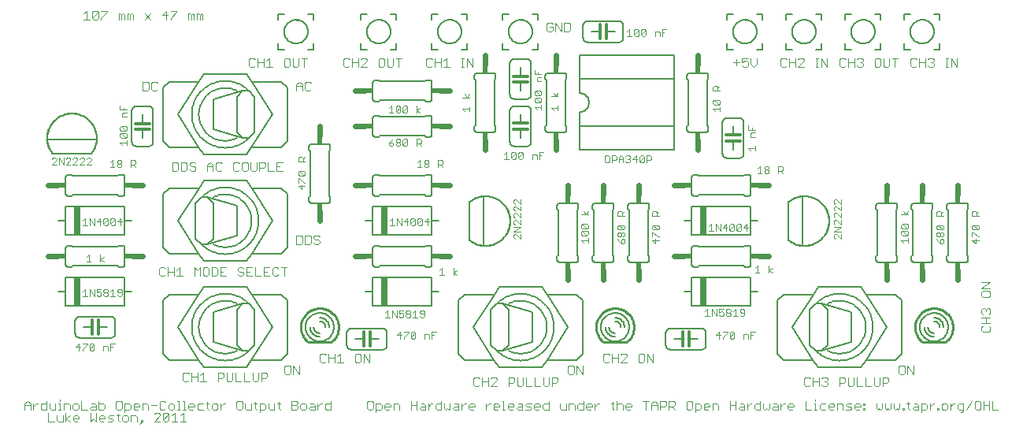
<source format=gto>
G75*
G70*
%OFA0B0*%
%FSLAX24Y24*%
%IPPOS*%
%LPD*%
%AMOC8*
5,1,8,0,0,1.08239X$1,22.5*
%
%ADD10C,0.0030*%
%ADD11C,0.0060*%
%ADD12C,0.0240*%
%ADD13R,0.0240X0.0340*%
%ADD14C,0.0120*%
%ADD15R,0.0340X0.0240*%
%ADD16C,0.0100*%
%ADD17R,0.0300X0.1200*%
%ADD18C,0.0000*%
%ADD19C,0.0050*%
%ADD20C,0.0010*%
D10*
X003200Y001700D02*
X003447Y001700D01*
X003568Y001762D02*
X003630Y001700D01*
X003815Y001700D01*
X003815Y001947D01*
X003936Y002070D02*
X003936Y001700D01*
X003936Y001823D02*
X004122Y001947D01*
X004243Y001885D02*
X004305Y001947D01*
X004429Y001947D01*
X004490Y001885D01*
X004490Y001823D01*
X004243Y001823D01*
X004243Y001762D02*
X004243Y001885D01*
X004243Y001762D02*
X004305Y001700D01*
X004429Y001700D01*
X004122Y001700D02*
X003936Y001823D01*
X003568Y001762D02*
X003568Y001947D01*
X003200Y002070D02*
X003200Y001700D01*
X003122Y002200D02*
X002937Y002200D01*
X002875Y002262D01*
X002875Y002385D01*
X002937Y002447D01*
X003122Y002447D01*
X003243Y002447D02*
X003243Y002262D01*
X003305Y002200D01*
X003490Y002200D01*
X003490Y002447D01*
X003612Y002447D02*
X003673Y002447D01*
X003673Y002200D01*
X003612Y002200D02*
X003735Y002200D01*
X003857Y002200D02*
X003857Y002447D01*
X004042Y002447D01*
X004104Y002385D01*
X004104Y002200D01*
X004226Y002262D02*
X004287Y002200D01*
X004411Y002200D01*
X004472Y002262D01*
X004472Y002385D01*
X004411Y002447D01*
X004287Y002447D01*
X004226Y002385D01*
X004226Y002262D01*
X004594Y002200D02*
X004594Y002570D01*
X004594Y002200D02*
X004841Y002200D01*
X004962Y002262D02*
X005024Y002323D01*
X005209Y002323D01*
X005209Y002385D02*
X005209Y002200D01*
X005024Y002200D01*
X004962Y002262D01*
X004980Y002070D02*
X004980Y001700D01*
X005103Y001823D01*
X005227Y001700D01*
X005227Y002070D01*
X005330Y002200D02*
X005516Y002200D01*
X005577Y002262D01*
X005577Y002385D01*
X005516Y002447D01*
X005330Y002447D01*
X005330Y002570D02*
X005330Y002200D01*
X005209Y002385D02*
X005147Y002447D01*
X005024Y002447D01*
X006067Y002508D02*
X006067Y002262D01*
X006129Y002200D01*
X006252Y002200D01*
X006314Y002262D01*
X006314Y002508D01*
X006252Y002570D01*
X006129Y002570D01*
X006067Y002508D01*
X006435Y002447D02*
X006621Y002447D01*
X006682Y002385D01*
X006682Y002262D01*
X006621Y002200D01*
X006435Y002200D01*
X006435Y002076D02*
X006435Y002447D01*
X006804Y002385D02*
X006865Y002447D01*
X006989Y002447D01*
X007051Y002385D01*
X007051Y002323D01*
X006804Y002323D01*
X006804Y002262D02*
X006804Y002385D01*
X006804Y002262D02*
X006865Y002200D01*
X006989Y002200D01*
X007172Y002200D02*
X007172Y002447D01*
X007357Y002447D01*
X007419Y002385D01*
X007419Y002200D01*
X007540Y002385D02*
X007787Y002385D01*
X007909Y002262D02*
X007970Y002200D01*
X008094Y002200D01*
X008155Y002262D01*
X008277Y002262D02*
X008339Y002200D01*
X008462Y002200D01*
X008524Y002262D01*
X008524Y002385D01*
X008462Y002447D01*
X008339Y002447D01*
X008277Y002385D01*
X008277Y002262D01*
X008234Y002070D02*
X008111Y002070D01*
X008049Y002008D01*
X008049Y001762D01*
X008296Y002008D01*
X008296Y001762D01*
X008234Y001700D01*
X008111Y001700D01*
X008049Y001762D01*
X007928Y001700D02*
X007681Y001700D01*
X007928Y001947D01*
X007928Y002008D01*
X007866Y002070D01*
X007743Y002070D01*
X007681Y002008D01*
X007909Y002262D02*
X007909Y002508D01*
X007970Y002570D01*
X008094Y002570D01*
X008155Y002508D01*
X008234Y002070D02*
X008296Y002008D01*
X008417Y001947D02*
X008541Y002070D01*
X008541Y001700D01*
X008664Y001700D02*
X008417Y001700D01*
X008786Y001700D02*
X009033Y001700D01*
X008909Y001700D02*
X008909Y002070D01*
X008786Y001947D01*
X008769Y002200D02*
X008645Y002200D01*
X008707Y002200D02*
X008707Y002570D01*
X008645Y002570D01*
X008891Y002570D02*
X008952Y002570D01*
X008952Y002200D01*
X008891Y002200D02*
X009014Y002200D01*
X009136Y002262D02*
X009136Y002385D01*
X009198Y002447D01*
X009321Y002447D01*
X009383Y002385D01*
X009383Y002323D01*
X009136Y002323D01*
X009136Y002262D02*
X009198Y002200D01*
X009321Y002200D01*
X009505Y002262D02*
X009566Y002200D01*
X009751Y002200D01*
X009935Y002262D02*
X009996Y002200D01*
X009935Y002262D02*
X009935Y002508D01*
X009873Y002447D02*
X009996Y002447D01*
X010118Y002385D02*
X010180Y002447D01*
X010304Y002447D01*
X010365Y002385D01*
X010365Y002262D01*
X010304Y002200D01*
X010180Y002200D01*
X010118Y002262D01*
X010118Y002385D01*
X009751Y002447D02*
X009566Y002447D01*
X009505Y002385D01*
X009505Y002262D01*
X010487Y002323D02*
X010610Y002447D01*
X010672Y002447D01*
X010487Y002447D02*
X010487Y002200D01*
X011162Y002262D02*
X011162Y002508D01*
X011224Y002570D01*
X011347Y002570D01*
X011409Y002508D01*
X011409Y002262D01*
X011347Y002200D01*
X011224Y002200D01*
X011162Y002262D01*
X011530Y002262D02*
X011530Y002447D01*
X011530Y002262D02*
X011592Y002200D01*
X011777Y002200D01*
X011777Y002447D01*
X011898Y002447D02*
X012022Y002447D01*
X011960Y002508D02*
X011960Y002262D01*
X012022Y002200D01*
X012144Y002200D02*
X012329Y002200D01*
X012391Y002262D01*
X012391Y002385D01*
X012329Y002447D01*
X012144Y002447D01*
X012144Y002076D01*
X012512Y002262D02*
X012574Y002200D01*
X012759Y002200D01*
X012759Y002447D01*
X012881Y002447D02*
X013004Y002447D01*
X012942Y002508D02*
X012942Y002262D01*
X013004Y002200D01*
X013494Y002200D02*
X013494Y002570D01*
X013680Y002570D01*
X013741Y002508D01*
X013741Y002447D01*
X013680Y002385D01*
X013494Y002385D01*
X013494Y002200D02*
X013680Y002200D01*
X013741Y002262D01*
X013741Y002323D01*
X013680Y002385D01*
X013863Y002385D02*
X013863Y002262D01*
X013924Y002200D01*
X014048Y002200D01*
X014110Y002262D01*
X014110Y002385D01*
X014048Y002447D01*
X013924Y002447D01*
X013863Y002385D01*
X014231Y002262D02*
X014293Y002323D01*
X014478Y002323D01*
X014478Y002385D02*
X014478Y002200D01*
X014293Y002200D01*
X014231Y002262D01*
X014293Y002447D02*
X014416Y002447D01*
X014478Y002385D01*
X014599Y002323D02*
X014723Y002447D01*
X014784Y002447D01*
X014906Y002385D02*
X014968Y002447D01*
X015153Y002447D01*
X015153Y002570D02*
X015153Y002200D01*
X014968Y002200D01*
X014906Y002262D01*
X014906Y002385D01*
X014599Y002447D02*
X014599Y002200D01*
X016700Y002262D02*
X016762Y002200D01*
X016885Y002200D01*
X016947Y002262D01*
X016947Y002508D01*
X016885Y002570D01*
X016762Y002570D01*
X016700Y002508D01*
X016700Y002262D01*
X017068Y002200D02*
X017253Y002200D01*
X017315Y002262D01*
X017315Y002385D01*
X017253Y002447D01*
X017068Y002447D01*
X017068Y002076D01*
X017436Y002262D02*
X017436Y002385D01*
X017498Y002447D01*
X017622Y002447D01*
X017683Y002385D01*
X017683Y002323D01*
X017436Y002323D01*
X017436Y002262D02*
X017498Y002200D01*
X017622Y002200D01*
X017805Y002200D02*
X017805Y002447D01*
X017990Y002447D01*
X018052Y002385D01*
X018052Y002200D01*
X018541Y002200D02*
X018541Y002570D01*
X018541Y002385D02*
X018788Y002385D01*
X018910Y002262D02*
X018971Y002323D01*
X019157Y002323D01*
X019157Y002385D02*
X019157Y002200D01*
X018971Y002200D01*
X018910Y002262D01*
X018788Y002200D02*
X018788Y002570D01*
X018971Y002447D02*
X019095Y002447D01*
X019157Y002385D01*
X019278Y002323D02*
X019401Y002447D01*
X019463Y002447D01*
X019585Y002385D02*
X019647Y002447D01*
X019832Y002447D01*
X019953Y002447D02*
X019953Y002262D01*
X020015Y002200D01*
X020077Y002262D01*
X020138Y002200D01*
X020200Y002262D01*
X020200Y002447D01*
X020383Y002447D02*
X020507Y002447D01*
X020568Y002385D01*
X020568Y002200D01*
X020383Y002200D01*
X020322Y002262D01*
X020383Y002323D01*
X020568Y002323D01*
X020690Y002323D02*
X020813Y002447D01*
X020875Y002447D01*
X020997Y002385D02*
X021058Y002447D01*
X021182Y002447D01*
X021244Y002385D01*
X021244Y002323D01*
X020997Y002323D01*
X020997Y002262D02*
X020997Y002385D01*
X020997Y002262D02*
X021058Y002200D01*
X021182Y002200D01*
X020690Y002200D02*
X020690Y002447D01*
X019832Y002570D02*
X019832Y002200D01*
X019647Y002200D01*
X019585Y002262D01*
X019585Y002385D01*
X019278Y002447D02*
X019278Y002200D01*
X021200Y003262D02*
X021262Y003200D01*
X021385Y003200D01*
X021447Y003262D01*
X021568Y003200D02*
X021568Y003570D01*
X021447Y003508D02*
X021385Y003570D01*
X021262Y003570D01*
X021200Y003508D01*
X021200Y003262D01*
X021568Y003385D02*
X021815Y003385D01*
X021936Y003508D02*
X021998Y003570D01*
X022122Y003570D01*
X022183Y003508D01*
X022183Y003447D01*
X021936Y003200D01*
X022183Y003200D01*
X021815Y003200D02*
X021815Y003570D01*
X022673Y003570D02*
X022858Y003570D01*
X022920Y003508D01*
X022920Y003385D01*
X022858Y003323D01*
X022673Y003323D01*
X022673Y003200D02*
X022673Y003570D01*
X023041Y003570D02*
X023041Y003262D01*
X023103Y003200D01*
X023227Y003200D01*
X023288Y003262D01*
X023288Y003570D01*
X023410Y003570D02*
X023410Y003200D01*
X023657Y003200D01*
X023778Y003200D02*
X024025Y003200D01*
X024146Y003262D02*
X024208Y003200D01*
X024331Y003200D01*
X024393Y003262D01*
X024393Y003570D01*
X024515Y003570D02*
X024700Y003570D01*
X024761Y003508D01*
X024761Y003385D01*
X024700Y003323D01*
X024515Y003323D01*
X024515Y003200D02*
X024515Y003570D01*
X024146Y003570D02*
X024146Y003262D01*
X023778Y003200D02*
X023778Y003570D01*
X025200Y003762D02*
X025262Y003700D01*
X025385Y003700D01*
X025447Y003762D01*
X025447Y004008D01*
X025385Y004070D01*
X025262Y004070D01*
X025200Y004008D01*
X025200Y003762D01*
X025568Y003700D02*
X025568Y004070D01*
X025815Y003700D01*
X025815Y004070D01*
X026700Y004262D02*
X026700Y004508D01*
X026762Y004570D01*
X026885Y004570D01*
X026947Y004508D01*
X027068Y004570D02*
X027068Y004200D01*
X026947Y004262D02*
X026885Y004200D01*
X026762Y004200D01*
X026700Y004262D01*
X027068Y004385D02*
X027315Y004385D01*
X027436Y004508D02*
X027498Y004570D01*
X027622Y004570D01*
X027683Y004508D01*
X027683Y004447D01*
X027436Y004200D01*
X027683Y004200D01*
X027315Y004200D02*
X027315Y004570D01*
X028173Y004508D02*
X028173Y004262D01*
X028235Y004200D01*
X028358Y004200D01*
X028420Y004262D01*
X028420Y004508D01*
X028358Y004570D01*
X028235Y004570D01*
X028173Y004508D01*
X028541Y004570D02*
X028788Y004200D01*
X028788Y004570D01*
X028541Y004570D02*
X028541Y004200D01*
X031450Y005345D02*
X031643Y005345D01*
X031745Y005248D02*
X031745Y005200D01*
X031745Y005248D02*
X031938Y005442D01*
X031938Y005490D01*
X031745Y005490D01*
X031595Y005490D02*
X031450Y005345D01*
X031595Y005200D02*
X031595Y005490D01*
X032039Y005442D02*
X032088Y005490D01*
X032184Y005490D01*
X032233Y005442D01*
X032039Y005248D01*
X032088Y005200D01*
X032184Y005200D01*
X032233Y005248D01*
X032233Y005442D01*
X032039Y005442D02*
X032039Y005248D01*
X032628Y005200D02*
X032628Y005393D01*
X032774Y005393D01*
X032822Y005345D01*
X032822Y005200D01*
X032923Y005200D02*
X032923Y005490D01*
X033117Y005490D01*
X033020Y005345D02*
X032923Y005345D01*
X032618Y006150D02*
X032667Y006198D01*
X032667Y006392D01*
X032618Y006440D01*
X032521Y006440D01*
X032473Y006392D01*
X032473Y006343D01*
X032521Y006295D01*
X032667Y006295D01*
X032618Y006150D02*
X032521Y006150D01*
X032473Y006198D01*
X032372Y006150D02*
X032178Y006150D01*
X032275Y006150D02*
X032275Y006440D01*
X032178Y006343D01*
X032077Y006343D02*
X032029Y006295D01*
X031932Y006295D01*
X031884Y006343D01*
X031884Y006392D01*
X031932Y006440D01*
X032029Y006440D01*
X032077Y006392D01*
X032077Y006343D01*
X032029Y006295D02*
X032077Y006247D01*
X032077Y006198D01*
X032029Y006150D01*
X031932Y006150D01*
X031884Y006198D01*
X031884Y006247D01*
X031932Y006295D01*
X031783Y006295D02*
X031783Y006198D01*
X031734Y006150D01*
X031638Y006150D01*
X031589Y006198D01*
X031589Y006295D02*
X031686Y006343D01*
X031734Y006343D01*
X031783Y006295D01*
X031783Y006440D02*
X031589Y006440D01*
X031589Y006295D01*
X031488Y006150D02*
X031488Y006440D01*
X031295Y006440D02*
X031295Y006150D01*
X031193Y006150D02*
X031000Y006150D01*
X031097Y006150D02*
X031097Y006440D01*
X031000Y006343D01*
X031295Y006440D02*
X031488Y006150D01*
X033110Y008000D02*
X033303Y008000D01*
X033207Y008000D02*
X033207Y008290D01*
X033110Y008193D01*
X033699Y008097D02*
X033844Y008000D01*
X033699Y008000D02*
X033699Y008290D01*
X033844Y008193D02*
X033699Y008097D01*
X036450Y009480D02*
X036498Y009432D01*
X036450Y009480D02*
X036450Y009577D01*
X036498Y009625D01*
X036546Y009625D01*
X036740Y009432D01*
X036740Y009625D01*
X036740Y009727D02*
X036450Y009727D01*
X036740Y009920D01*
X036450Y009920D01*
X036498Y010021D02*
X036450Y010070D01*
X036450Y010166D01*
X036498Y010215D01*
X036546Y010215D01*
X036740Y010021D01*
X036740Y010215D01*
X036740Y010316D02*
X036546Y010509D01*
X036498Y010509D01*
X036450Y010461D01*
X036450Y010364D01*
X036498Y010316D01*
X036740Y010316D02*
X036740Y010509D01*
X036740Y010611D02*
X036546Y010804D01*
X036498Y010804D01*
X036450Y010756D01*
X036450Y010659D01*
X036498Y010611D01*
X036740Y010611D02*
X036740Y010804D01*
X036740Y010905D02*
X036546Y011099D01*
X036498Y011099D01*
X036450Y011050D01*
X036450Y010954D01*
X036498Y010905D01*
X036740Y010905D02*
X036740Y011099D01*
X034287Y012200D02*
X034191Y012297D01*
X034239Y012297D02*
X034094Y012297D01*
X034094Y012200D02*
X034094Y012490D01*
X034239Y012490D01*
X034287Y012442D01*
X034287Y012345D01*
X034239Y012297D01*
X033698Y012297D02*
X033698Y012248D01*
X033650Y012200D01*
X033553Y012200D01*
X033505Y012248D01*
X033505Y012297D01*
X033553Y012345D01*
X033650Y012345D01*
X033698Y012297D01*
X033650Y012345D02*
X033698Y012393D01*
X033698Y012442D01*
X033650Y012490D01*
X033553Y012490D01*
X033505Y012442D01*
X033505Y012393D01*
X033553Y012345D01*
X033403Y012200D02*
X033210Y012200D01*
X033307Y012200D02*
X033307Y012490D01*
X033210Y012393D01*
X033120Y013150D02*
X033120Y013343D01*
X033120Y013247D02*
X032830Y013247D01*
X032926Y013150D01*
X032926Y013739D02*
X032926Y013884D01*
X032975Y013933D01*
X033120Y013933D01*
X033120Y014034D02*
X032830Y014034D01*
X032830Y014227D01*
X032975Y014131D02*
X032975Y014034D01*
X032926Y013739D02*
X033120Y013739D01*
X031620Y014810D02*
X031620Y015003D01*
X031620Y014907D02*
X031330Y014907D01*
X031426Y014810D01*
X031378Y015105D02*
X031330Y015153D01*
X031330Y015250D01*
X031378Y015298D01*
X031572Y015105D01*
X031620Y015153D01*
X031620Y015250D01*
X031572Y015298D01*
X031378Y015298D01*
X031378Y015105D02*
X031572Y015105D01*
X031620Y015694D02*
X031330Y015694D01*
X031330Y015839D01*
X031378Y015887D01*
X031475Y015887D01*
X031523Y015839D01*
X031523Y015694D01*
X031523Y015791D02*
X031620Y015887D01*
X032323Y016762D02*
X032323Y017008D01*
X032200Y016885D02*
X032447Y016885D01*
X032568Y016885D02*
X032692Y016947D01*
X032753Y016947D01*
X032815Y016885D01*
X032815Y016762D01*
X032753Y016700D01*
X032630Y016700D01*
X032568Y016762D01*
X032568Y016885D02*
X032568Y017070D01*
X032815Y017070D01*
X032936Y017070D02*
X032936Y016823D01*
X033060Y016700D01*
X033183Y016823D01*
X033183Y017070D01*
X034200Y017008D02*
X034200Y016762D01*
X034262Y016700D01*
X034385Y016700D01*
X034447Y016762D01*
X034568Y016700D02*
X034568Y017070D01*
X034447Y017008D02*
X034385Y017070D01*
X034262Y017070D01*
X034200Y017008D01*
X034568Y016885D02*
X034815Y016885D01*
X034936Y017008D02*
X034998Y017070D01*
X035122Y017070D01*
X035183Y017008D01*
X035183Y016947D01*
X034936Y016700D01*
X035183Y016700D01*
X034815Y016700D02*
X034815Y017070D01*
X035673Y017070D02*
X035797Y017070D01*
X035735Y017070D02*
X035735Y016700D01*
X035673Y016700D02*
X035797Y016700D01*
X035919Y016700D02*
X035919Y017070D01*
X036165Y016700D01*
X036165Y017070D01*
X036700Y017008D02*
X036700Y016762D01*
X036762Y016700D01*
X036885Y016700D01*
X036947Y016762D01*
X037068Y016700D02*
X037068Y017070D01*
X036947Y017008D02*
X036885Y017070D01*
X036762Y017070D01*
X036700Y017008D01*
X037068Y016885D02*
X037315Y016885D01*
X037436Y017008D02*
X037498Y017070D01*
X037622Y017070D01*
X037683Y017008D01*
X037683Y016947D01*
X037622Y016885D01*
X037683Y016823D01*
X037683Y016762D01*
X037622Y016700D01*
X037498Y016700D01*
X037436Y016762D01*
X037315Y016700D02*
X037315Y017070D01*
X037560Y016885D02*
X037622Y016885D01*
X038173Y016762D02*
X038235Y016700D01*
X038358Y016700D01*
X038420Y016762D01*
X038420Y017008D01*
X038358Y017070D01*
X038235Y017070D01*
X038173Y017008D01*
X038173Y016762D01*
X038541Y016762D02*
X038603Y016700D01*
X038727Y016700D01*
X038788Y016762D01*
X038788Y017070D01*
X038910Y017070D02*
X039157Y017070D01*
X039033Y017070D02*
X039033Y016700D01*
X039700Y016762D02*
X039700Y017008D01*
X039762Y017070D01*
X039885Y017070D01*
X039947Y017008D01*
X040068Y017070D02*
X040068Y016700D01*
X039947Y016762D02*
X039885Y016700D01*
X039762Y016700D01*
X039700Y016762D01*
X040068Y016885D02*
X040315Y016885D01*
X040436Y016762D02*
X040498Y016700D01*
X040622Y016700D01*
X040683Y016762D01*
X040683Y016823D01*
X040622Y016885D01*
X040560Y016885D01*
X040622Y016885D02*
X040683Y016947D01*
X040683Y017008D01*
X040622Y017070D01*
X040498Y017070D01*
X040436Y017008D01*
X040315Y017070D02*
X040315Y016700D01*
X041173Y016700D02*
X041297Y016700D01*
X041235Y016700D02*
X041235Y017070D01*
X041173Y017070D02*
X041297Y017070D01*
X041419Y017070D02*
X041665Y016700D01*
X041665Y017070D01*
X041419Y017070D02*
X041419Y016700D01*
X038541Y016762D02*
X038541Y017070D01*
X029367Y018290D02*
X029173Y018290D01*
X029173Y018000D01*
X029072Y018000D02*
X029072Y018145D01*
X029024Y018193D01*
X028878Y018193D01*
X028878Y018000D01*
X029173Y018145D02*
X029270Y018145D01*
X028483Y018242D02*
X028289Y018048D01*
X028338Y018000D01*
X028434Y018000D01*
X028483Y018048D01*
X028483Y018242D01*
X028434Y018290D01*
X028338Y018290D01*
X028289Y018242D01*
X028289Y018048D01*
X028188Y018048D02*
X028140Y018000D01*
X028043Y018000D01*
X027995Y018048D01*
X028188Y018242D01*
X028188Y018048D01*
X027995Y018048D02*
X027995Y018242D01*
X028043Y018290D01*
X028140Y018290D01*
X028188Y018242D01*
X027893Y018000D02*
X027700Y018000D01*
X027797Y018000D02*
X027797Y018290D01*
X027700Y018193D01*
X025283Y018262D02*
X025283Y018508D01*
X025222Y018570D01*
X025036Y018570D01*
X025036Y018200D01*
X025222Y018200D01*
X025283Y018262D01*
X024915Y018200D02*
X024915Y018570D01*
X024668Y018570D02*
X024915Y018200D01*
X024668Y018200D02*
X024668Y018570D01*
X024547Y018508D02*
X024485Y018570D01*
X024362Y018570D01*
X024300Y018508D01*
X024300Y018262D01*
X024362Y018200D01*
X024485Y018200D01*
X024547Y018262D01*
X024547Y018385D01*
X024423Y018385D01*
X021165Y017070D02*
X021165Y016700D01*
X020919Y017070D01*
X020919Y016700D01*
X020797Y016700D02*
X020673Y016700D01*
X020735Y016700D02*
X020735Y017070D01*
X020673Y017070D02*
X020797Y017070D01*
X020060Y017070D02*
X020060Y016700D01*
X020183Y016700D02*
X019936Y016700D01*
X019815Y016700D02*
X019815Y017070D01*
X019936Y016947D02*
X020060Y017070D01*
X019815Y016885D02*
X019568Y016885D01*
X019447Y016762D02*
X019385Y016700D01*
X019262Y016700D01*
X019200Y016762D01*
X019200Y017008D01*
X019262Y017070D01*
X019385Y017070D01*
X019447Y017008D01*
X019568Y017070D02*
X019568Y016700D01*
X018157Y017070D02*
X017910Y017070D01*
X017788Y017070D02*
X017788Y016762D01*
X017727Y016700D01*
X017603Y016700D01*
X017541Y016762D01*
X017541Y017070D01*
X017420Y017008D02*
X017358Y017070D01*
X017235Y017070D01*
X017173Y017008D01*
X017173Y016762D01*
X017235Y016700D01*
X017358Y016700D01*
X017420Y016762D01*
X017420Y017008D01*
X018033Y017070D02*
X018033Y016700D01*
X016683Y016700D02*
X016436Y016700D01*
X016683Y016947D01*
X016683Y017008D01*
X016622Y017070D01*
X016498Y017070D01*
X016436Y017008D01*
X016315Y017070D02*
X016315Y016700D01*
X016315Y016885D02*
X016068Y016885D01*
X015947Y016762D02*
X015885Y016700D01*
X015762Y016700D01*
X015700Y016762D01*
X015700Y017008D01*
X015762Y017070D01*
X015885Y017070D01*
X015947Y017008D01*
X016068Y017070D02*
X016068Y016700D01*
X014315Y016008D02*
X014253Y016070D01*
X014130Y016070D01*
X014068Y016008D01*
X014068Y015762D01*
X014130Y015700D01*
X014253Y015700D01*
X014315Y015762D01*
X013947Y015700D02*
X013947Y015947D01*
X013823Y016070D01*
X013700Y015947D01*
X013700Y015700D01*
X013700Y015885D02*
X013947Y015885D01*
X014033Y016700D02*
X014033Y017070D01*
X013910Y017070D02*
X014157Y017070D01*
X013788Y017070D02*
X013788Y016762D01*
X013727Y016700D01*
X013603Y016700D01*
X013541Y016762D01*
X013541Y017070D01*
X013420Y017008D02*
X013358Y017070D01*
X013235Y017070D01*
X013173Y017008D01*
X013173Y016762D01*
X013235Y016700D01*
X013358Y016700D01*
X013420Y016762D01*
X013420Y017008D01*
X012683Y016700D02*
X012436Y016700D01*
X012315Y016700D02*
X012315Y017070D01*
X012436Y016947D02*
X012560Y017070D01*
X012560Y016700D01*
X012315Y016885D02*
X012068Y016885D01*
X011947Y016762D02*
X011885Y016700D01*
X011762Y016700D01*
X011700Y016762D01*
X011700Y017008D01*
X011762Y017070D01*
X011885Y017070D01*
X011947Y017008D01*
X012068Y017070D02*
X012068Y016700D01*
X009735Y018700D02*
X009735Y018885D01*
X009673Y018947D01*
X009611Y018885D01*
X009611Y018700D01*
X009488Y018700D02*
X009488Y018947D01*
X009550Y018947D01*
X009611Y018885D01*
X009366Y018885D02*
X009366Y018700D01*
X009243Y018700D02*
X009243Y018885D01*
X009305Y018947D01*
X009366Y018885D01*
X009243Y018885D02*
X009181Y018947D01*
X009120Y018947D01*
X009120Y018700D01*
X008630Y019008D02*
X008383Y018762D01*
X008383Y018700D01*
X008200Y018700D02*
X008200Y019070D01*
X008015Y018885D01*
X008261Y018885D01*
X008383Y019070D02*
X008630Y019070D01*
X008630Y019008D01*
X007525Y018947D02*
X007278Y018700D01*
X007278Y018947D02*
X007525Y018700D01*
X006788Y018700D02*
X006788Y018885D01*
X006727Y018947D01*
X006665Y018885D01*
X006665Y018700D01*
X006541Y018700D02*
X006541Y018947D01*
X006603Y018947D01*
X006665Y018885D01*
X006420Y018885D02*
X006420Y018700D01*
X006297Y018700D02*
X006297Y018885D01*
X006358Y018947D01*
X006420Y018885D01*
X006297Y018885D02*
X006235Y018947D01*
X006173Y018947D01*
X006173Y018700D01*
X005683Y019008D02*
X005436Y018762D01*
X005436Y018700D01*
X005315Y018762D02*
X005253Y018700D01*
X005130Y018700D01*
X005068Y018762D01*
X005315Y019008D01*
X005315Y018762D01*
X005315Y019008D02*
X005253Y019070D01*
X005130Y019070D01*
X005068Y019008D01*
X005068Y018762D01*
X004947Y018700D02*
X004700Y018700D01*
X004823Y018700D02*
X004823Y019070D01*
X004700Y018947D01*
X005436Y019070D02*
X005683Y019070D01*
X005683Y019008D01*
X007200Y016070D02*
X007385Y016070D01*
X007447Y016008D01*
X007447Y015762D01*
X007385Y015700D01*
X007200Y015700D01*
X007200Y016070D01*
X007568Y016008D02*
X007568Y015762D01*
X007630Y015700D01*
X007753Y015700D01*
X007815Y015762D01*
X007815Y016008D02*
X007753Y016070D01*
X007630Y016070D01*
X007568Y016008D01*
X006520Y014873D02*
X006230Y014873D01*
X006230Y015067D01*
X006375Y014970D02*
X006375Y014873D01*
X006375Y014772D02*
X006326Y014724D01*
X006326Y014578D01*
X006520Y014578D01*
X006520Y014772D02*
X006375Y014772D01*
X006278Y014183D02*
X006472Y014183D01*
X006520Y014134D01*
X006520Y014038D01*
X006472Y013989D01*
X006278Y014183D01*
X006230Y014134D01*
X006230Y014038D01*
X006278Y013989D01*
X006472Y013989D01*
X006472Y013888D02*
X006520Y013840D01*
X006520Y013743D01*
X006472Y013695D01*
X006278Y013888D01*
X006472Y013888D01*
X006472Y013695D02*
X006278Y013695D01*
X006230Y013743D01*
X006230Y013840D01*
X006278Y013888D01*
X006520Y013593D02*
X006520Y013400D01*
X006520Y013497D02*
X006230Y013497D01*
X006326Y013400D01*
X006250Y012740D02*
X006298Y012692D01*
X006298Y012643D01*
X006250Y012595D01*
X006153Y012595D01*
X006105Y012643D01*
X006105Y012692D01*
X006153Y012740D01*
X006250Y012740D01*
X006250Y012595D02*
X006298Y012547D01*
X006298Y012498D01*
X006250Y012450D01*
X006153Y012450D01*
X006105Y012498D01*
X006105Y012547D01*
X006153Y012595D01*
X006003Y012450D02*
X005810Y012450D01*
X005907Y012450D02*
X005907Y012740D01*
X005810Y012643D01*
X005017Y012550D02*
X004823Y012550D01*
X005017Y012743D01*
X005017Y012792D01*
X004968Y012840D01*
X004871Y012840D01*
X004823Y012792D01*
X004722Y012792D02*
X004674Y012840D01*
X004577Y012840D01*
X004528Y012792D01*
X004427Y012792D02*
X004379Y012840D01*
X004282Y012840D01*
X004234Y012792D01*
X004133Y012792D02*
X004084Y012840D01*
X003988Y012840D01*
X003939Y012792D01*
X003838Y012840D02*
X003838Y012550D01*
X003645Y012840D01*
X003645Y012550D01*
X003543Y012550D02*
X003350Y012550D01*
X003543Y012743D01*
X003543Y012792D01*
X003495Y012840D01*
X003398Y012840D01*
X003350Y012792D01*
X003939Y012550D02*
X004133Y012743D01*
X004133Y012792D01*
X004133Y012550D02*
X003939Y012550D01*
X004234Y012550D02*
X004427Y012743D01*
X004427Y012792D01*
X004427Y012550D02*
X004234Y012550D01*
X004528Y012550D02*
X004722Y012743D01*
X004722Y012792D01*
X004722Y012550D02*
X004528Y012550D01*
X006694Y012547D02*
X006839Y012547D01*
X006887Y012595D01*
X006887Y012692D01*
X006839Y012740D01*
X006694Y012740D01*
X006694Y012450D01*
X006791Y012547D02*
X006887Y012450D01*
X008450Y012300D02*
X008635Y012300D01*
X008697Y012362D01*
X008697Y012608D01*
X008635Y012670D01*
X008450Y012670D01*
X008450Y012300D01*
X008818Y012300D02*
X008818Y012670D01*
X009003Y012670D01*
X009065Y012608D01*
X009065Y012362D01*
X009003Y012300D01*
X008818Y012300D01*
X009186Y012362D02*
X009248Y012300D01*
X009372Y012300D01*
X009433Y012362D01*
X009433Y012423D01*
X009372Y012485D01*
X009248Y012485D01*
X009186Y012547D01*
X009186Y012608D01*
X009248Y012670D01*
X009372Y012670D01*
X009433Y012608D01*
X009923Y012547D02*
X009923Y012300D01*
X009923Y012485D02*
X010170Y012485D01*
X010170Y012547D02*
X010170Y012300D01*
X010291Y012362D02*
X010353Y012300D01*
X010477Y012300D01*
X010538Y012362D01*
X010538Y012608D02*
X010477Y012670D01*
X010353Y012670D01*
X010291Y012608D01*
X010291Y012362D01*
X010170Y012547D02*
X010047Y012670D01*
X009923Y012547D01*
X011028Y012608D02*
X011028Y012362D01*
X011090Y012300D01*
X011213Y012300D01*
X011275Y012362D01*
X011396Y012362D02*
X011396Y012608D01*
X011458Y012670D01*
X011581Y012670D01*
X011643Y012608D01*
X011643Y012362D01*
X011581Y012300D01*
X011458Y012300D01*
X011396Y012362D01*
X011275Y012608D02*
X011213Y012670D01*
X011090Y012670D01*
X011028Y012608D01*
X011765Y012670D02*
X011765Y012362D01*
X011826Y012300D01*
X011950Y012300D01*
X012011Y012362D01*
X012011Y012670D01*
X012133Y012670D02*
X012318Y012670D01*
X012380Y012608D01*
X012380Y012485D01*
X012318Y012423D01*
X012133Y012423D01*
X012133Y012300D02*
X012133Y012670D01*
X012501Y012670D02*
X012501Y012300D01*
X012748Y012300D01*
X012870Y012300D02*
X013116Y012300D01*
X012993Y012485D02*
X012870Y012485D01*
X012870Y012670D02*
X012870Y012300D01*
X012870Y012670D02*
X013116Y012670D01*
X013780Y012688D02*
X013780Y012834D01*
X013828Y012882D01*
X013925Y012882D01*
X013973Y012834D01*
X013973Y012688D01*
X014070Y012688D02*
X013780Y012688D01*
X013973Y012785D02*
X014070Y012882D01*
X014022Y012293D02*
X014070Y012244D01*
X014070Y012148D01*
X014022Y012099D01*
X013828Y012293D01*
X014022Y012293D01*
X014022Y012099D02*
X013828Y012099D01*
X013780Y012148D01*
X013780Y012244D01*
X013828Y012293D01*
X013828Y011998D02*
X014022Y011805D01*
X014070Y011805D01*
X014070Y011655D02*
X013780Y011655D01*
X013925Y011510D01*
X013925Y011703D01*
X013780Y011805D02*
X013780Y011998D01*
X013828Y011998D01*
X017610Y013398D02*
X017658Y013350D01*
X017755Y013350D01*
X017803Y013398D01*
X017803Y013447D01*
X017755Y013495D01*
X017610Y013495D01*
X017610Y013398D01*
X017610Y013495D02*
X017707Y013592D01*
X017803Y013640D01*
X017905Y013592D02*
X017905Y013543D01*
X017953Y013495D01*
X018050Y013495D01*
X018098Y013447D01*
X018098Y013398D01*
X018050Y013350D01*
X017953Y013350D01*
X017905Y013398D01*
X017905Y013447D01*
X017953Y013495D01*
X018050Y013495D02*
X018098Y013543D01*
X018098Y013592D01*
X018050Y013640D01*
X017953Y013640D01*
X017905Y013592D01*
X018199Y013592D02*
X018199Y013398D01*
X018393Y013592D01*
X018393Y013398D01*
X018344Y013350D01*
X018248Y013350D01*
X018199Y013398D01*
X018199Y013592D02*
X018248Y013640D01*
X018344Y013640D01*
X018393Y013592D01*
X018788Y013640D02*
X018788Y013350D01*
X018788Y013447D02*
X018934Y013447D01*
X018982Y013495D01*
X018982Y013592D01*
X018934Y013640D01*
X018788Y013640D01*
X018885Y013447D02*
X018982Y013350D01*
X018907Y012740D02*
X018907Y012450D01*
X019003Y012450D02*
X018810Y012450D01*
X018810Y012643D02*
X018907Y012740D01*
X019105Y012692D02*
X019105Y012643D01*
X019153Y012595D01*
X019250Y012595D01*
X019298Y012547D01*
X019298Y012498D01*
X019250Y012450D01*
X019153Y012450D01*
X019105Y012498D01*
X019105Y012547D01*
X019153Y012595D01*
X019250Y012595D02*
X019298Y012643D01*
X019298Y012692D01*
X019250Y012740D01*
X019153Y012740D01*
X019105Y012692D01*
X019694Y012740D02*
X019839Y012740D01*
X019887Y012692D01*
X019887Y012595D01*
X019839Y012547D01*
X019694Y012547D01*
X019791Y012547D02*
X019887Y012450D01*
X019694Y012450D02*
X019694Y012740D01*
X022500Y012800D02*
X022693Y012800D01*
X022597Y012800D02*
X022597Y013090D01*
X022500Y012993D01*
X022795Y013042D02*
X022795Y012848D01*
X022988Y013042D01*
X022988Y012848D01*
X022940Y012800D01*
X022843Y012800D01*
X022795Y012848D01*
X022795Y013042D02*
X022843Y013090D01*
X022940Y013090D01*
X022988Y013042D01*
X023089Y013042D02*
X023138Y013090D01*
X023234Y013090D01*
X023283Y013042D01*
X023089Y012848D01*
X023138Y012800D01*
X023234Y012800D01*
X023283Y012848D01*
X023283Y013042D01*
X023089Y013042D02*
X023089Y012848D01*
X023678Y012800D02*
X023678Y012993D01*
X023824Y012993D01*
X023872Y012945D01*
X023872Y012800D01*
X023973Y012800D02*
X023973Y013090D01*
X024167Y013090D01*
X024070Y012945D02*
X023973Y012945D01*
X026750Y012892D02*
X026750Y012698D01*
X026798Y012650D01*
X026895Y012650D01*
X026943Y012698D01*
X026943Y012892D01*
X026895Y012940D01*
X026798Y012940D01*
X026750Y012892D01*
X027045Y012940D02*
X027045Y012650D01*
X027045Y012747D02*
X027190Y012747D01*
X027238Y012795D01*
X027238Y012892D01*
X027190Y012940D01*
X027045Y012940D01*
X027339Y012843D02*
X027436Y012940D01*
X027533Y012843D01*
X027533Y012650D01*
X027634Y012698D02*
X027682Y012650D01*
X027779Y012650D01*
X027827Y012698D01*
X027827Y012747D01*
X027779Y012795D01*
X027731Y012795D01*
X027779Y012795D02*
X027827Y012843D01*
X027827Y012892D01*
X027779Y012940D01*
X027682Y012940D01*
X027634Y012892D01*
X027533Y012795D02*
X027339Y012795D01*
X027339Y012843D02*
X027339Y012650D01*
X027928Y012795D02*
X028122Y012795D01*
X028223Y012698D02*
X028271Y012650D01*
X028368Y012650D01*
X028417Y012698D01*
X028417Y012892D01*
X028223Y012698D01*
X028223Y012892D01*
X028271Y012940D01*
X028368Y012940D01*
X028417Y012892D01*
X028518Y012940D02*
X028518Y012650D01*
X028518Y012747D02*
X028663Y012747D01*
X028711Y012795D01*
X028711Y012892D01*
X028663Y012940D01*
X028518Y012940D01*
X028074Y012940D02*
X027928Y012795D01*
X028074Y012650D02*
X028074Y012940D01*
X024770Y014860D02*
X024770Y015053D01*
X024770Y014957D02*
X024480Y014957D01*
X024576Y014860D01*
X024070Y014900D02*
X024070Y015093D01*
X024070Y014997D02*
X023780Y014997D01*
X023876Y014900D01*
X023828Y015195D02*
X023780Y015243D01*
X023780Y015340D01*
X023828Y015388D01*
X024022Y015195D01*
X024070Y015243D01*
X024070Y015340D01*
X024022Y015388D01*
X023828Y015388D01*
X023828Y015489D02*
X023780Y015538D01*
X023780Y015634D01*
X023828Y015683D01*
X024022Y015489D01*
X024070Y015538D01*
X024070Y015634D01*
X024022Y015683D01*
X023828Y015683D01*
X023828Y015489D02*
X024022Y015489D01*
X024022Y015195D02*
X023828Y015195D01*
X024480Y015449D02*
X024770Y015449D01*
X024673Y015449D02*
X024576Y015594D01*
X024673Y015449D02*
X024770Y015594D01*
X024070Y016078D02*
X023876Y016078D01*
X023876Y016224D01*
X023925Y016272D01*
X024070Y016272D01*
X024070Y016373D02*
X023780Y016373D01*
X023780Y016567D01*
X023925Y016470D02*
X023925Y016373D01*
X021020Y015544D02*
X020923Y015399D01*
X020826Y015544D01*
X020730Y015399D02*
X021020Y015399D01*
X021020Y015003D02*
X021020Y014810D01*
X021020Y014907D02*
X020730Y014907D01*
X020826Y014810D01*
X018934Y014750D02*
X018788Y014847D01*
X018934Y014943D01*
X018788Y015040D02*
X018788Y014750D01*
X018393Y014798D02*
X018393Y014992D01*
X018199Y014798D01*
X018248Y014750D01*
X018344Y014750D01*
X018393Y014798D01*
X018393Y014992D02*
X018344Y015040D01*
X018248Y015040D01*
X018199Y014992D01*
X018199Y014798D01*
X018098Y014798D02*
X018098Y014992D01*
X017905Y014798D01*
X017953Y014750D01*
X018050Y014750D01*
X018098Y014798D01*
X017905Y014798D02*
X017905Y014992D01*
X017953Y015040D01*
X018050Y015040D01*
X018098Y014992D01*
X017803Y014750D02*
X017610Y014750D01*
X017707Y014750D02*
X017707Y015040D01*
X017610Y014943D01*
X022900Y011050D02*
X022900Y010954D01*
X022948Y010905D01*
X022948Y010804D02*
X022900Y010756D01*
X022900Y010659D01*
X022948Y010611D01*
X022948Y010509D02*
X022900Y010461D01*
X022900Y010364D01*
X022948Y010316D01*
X022948Y010215D02*
X022900Y010166D01*
X022900Y010070D01*
X022948Y010021D01*
X022900Y009920D02*
X023190Y009920D01*
X022900Y009727D01*
X023190Y009727D01*
X023190Y009625D02*
X023190Y009432D01*
X022996Y009625D01*
X022948Y009625D01*
X022900Y009577D01*
X022900Y009480D01*
X022948Y009432D01*
X023190Y010021D02*
X022996Y010215D01*
X022948Y010215D01*
X023190Y010215D02*
X023190Y010021D01*
X023190Y010316D02*
X022996Y010509D01*
X022948Y010509D01*
X023190Y010509D02*
X023190Y010316D01*
X023190Y010611D02*
X022996Y010804D01*
X022948Y010804D01*
X023190Y010804D02*
X023190Y010611D01*
X023190Y010905D02*
X022996Y011099D01*
X022948Y011099D01*
X022900Y011050D01*
X023190Y011099D02*
X023190Y010905D01*
X025750Y010444D02*
X026040Y010444D01*
X025943Y010444D02*
X025846Y010589D01*
X025943Y010444D02*
X026040Y010589D01*
X025992Y010049D02*
X025798Y010049D01*
X025992Y009855D01*
X026040Y009903D01*
X026040Y010000D01*
X025992Y010049D01*
X025992Y009855D02*
X025798Y009855D01*
X025750Y009903D01*
X025750Y010000D01*
X025798Y010049D01*
X025798Y009754D02*
X025992Y009560D01*
X026040Y009609D01*
X026040Y009706D01*
X025992Y009754D01*
X025798Y009754D01*
X025750Y009706D01*
X025750Y009609D01*
X025798Y009560D01*
X025992Y009560D01*
X026040Y009459D02*
X026040Y009266D01*
X026040Y009362D02*
X025750Y009362D01*
X025846Y009266D01*
X027300Y009410D02*
X027348Y009313D01*
X027445Y009217D01*
X027445Y009362D01*
X027493Y009410D01*
X027542Y009410D01*
X027590Y009362D01*
X027590Y009265D01*
X027542Y009217D01*
X027445Y009217D01*
X027493Y009511D02*
X027445Y009560D01*
X027445Y009656D01*
X027493Y009705D01*
X027542Y009705D01*
X027590Y009656D01*
X027590Y009560D01*
X027542Y009511D01*
X027493Y009511D01*
X027445Y009560D02*
X027396Y009511D01*
X027348Y009511D01*
X027300Y009560D01*
X027300Y009656D01*
X027348Y009705D01*
X027396Y009705D01*
X027445Y009656D01*
X027542Y009806D02*
X027348Y009999D01*
X027542Y009999D01*
X027590Y009951D01*
X027590Y009854D01*
X027542Y009806D01*
X027348Y009806D01*
X027300Y009854D01*
X027300Y009951D01*
X027348Y009999D01*
X027300Y010395D02*
X027300Y010540D01*
X027348Y010589D01*
X027445Y010589D01*
X027493Y010540D01*
X027493Y010395D01*
X027590Y010395D02*
X027300Y010395D01*
X027493Y010492D02*
X027590Y010589D01*
X028750Y010540D02*
X028750Y010395D01*
X029040Y010395D01*
X028943Y010395D02*
X028943Y010540D01*
X028895Y010589D01*
X028798Y010589D01*
X028750Y010540D01*
X028943Y010492D02*
X029040Y010589D01*
X028992Y009999D02*
X029040Y009951D01*
X029040Y009854D01*
X028992Y009806D01*
X028798Y009999D01*
X028992Y009999D01*
X028992Y009806D02*
X028798Y009806D01*
X028750Y009854D01*
X028750Y009951D01*
X028798Y009999D01*
X028798Y009705D02*
X028992Y009511D01*
X029040Y009511D01*
X029040Y009362D02*
X028750Y009362D01*
X028895Y009217D01*
X028895Y009410D01*
X028750Y009511D02*
X028750Y009705D01*
X028798Y009705D01*
X031150Y009750D02*
X031343Y009750D01*
X031247Y009750D02*
X031247Y010040D01*
X031150Y009943D01*
X031445Y010040D02*
X031638Y009750D01*
X031638Y010040D01*
X031739Y009895D02*
X031933Y009895D01*
X032034Y009992D02*
X032082Y010040D01*
X032179Y010040D01*
X032227Y009992D01*
X032034Y009798D01*
X032082Y009750D01*
X032179Y009750D01*
X032227Y009798D01*
X032227Y009992D01*
X032328Y009992D02*
X032377Y010040D01*
X032474Y010040D01*
X032522Y009992D01*
X032328Y009798D01*
X032377Y009750D01*
X032474Y009750D01*
X032522Y009798D01*
X032522Y009992D01*
X032623Y009895D02*
X032817Y009895D01*
X032768Y010040D02*
X032623Y009895D01*
X032768Y009750D02*
X032768Y010040D01*
X032328Y009992D02*
X032328Y009798D01*
X032034Y009798D02*
X032034Y009992D01*
X031884Y010040D02*
X031739Y009895D01*
X031884Y009750D02*
X031884Y010040D01*
X031445Y010040D02*
X031445Y009750D01*
X039300Y009706D02*
X039300Y009609D01*
X039348Y009560D01*
X039542Y009560D01*
X039348Y009754D01*
X039542Y009754D01*
X039590Y009706D01*
X039590Y009609D01*
X039542Y009560D01*
X039590Y009459D02*
X039590Y009266D01*
X039590Y009362D02*
X039300Y009362D01*
X039396Y009266D01*
X039300Y009706D02*
X039348Y009754D01*
X039348Y009855D02*
X039300Y009903D01*
X039300Y010000D01*
X039348Y010049D01*
X039542Y009855D01*
X039590Y009903D01*
X039590Y010000D01*
X039542Y010049D01*
X039348Y010049D01*
X039348Y009855D02*
X039542Y009855D01*
X039590Y010444D02*
X039300Y010444D01*
X039396Y010589D02*
X039493Y010444D01*
X039590Y010589D01*
X040800Y010540D02*
X040800Y010395D01*
X041090Y010395D01*
X040993Y010395D02*
X040993Y010540D01*
X040945Y010589D01*
X040848Y010589D01*
X040800Y010540D01*
X040993Y010492D02*
X041090Y010589D01*
X041042Y009999D02*
X041090Y009951D01*
X041090Y009854D01*
X041042Y009806D01*
X040848Y009999D01*
X041042Y009999D01*
X041042Y009806D02*
X040848Y009806D01*
X040800Y009854D01*
X040800Y009951D01*
X040848Y009999D01*
X040848Y009705D02*
X040800Y009656D01*
X040800Y009560D01*
X040848Y009511D01*
X040896Y009511D01*
X040945Y009560D01*
X040945Y009656D01*
X040993Y009705D01*
X041042Y009705D01*
X041090Y009656D01*
X041090Y009560D01*
X041042Y009511D01*
X040993Y009511D01*
X040945Y009560D01*
X040945Y009656D02*
X040896Y009705D01*
X040848Y009705D01*
X040800Y009410D02*
X040848Y009313D01*
X040945Y009217D01*
X040945Y009362D01*
X040993Y009410D01*
X041042Y009410D01*
X041090Y009362D01*
X041090Y009265D01*
X041042Y009217D01*
X040945Y009217D01*
X042300Y009362D02*
X042445Y009217D01*
X042445Y009410D01*
X042542Y009511D02*
X042590Y009511D01*
X042542Y009511D02*
X042348Y009705D01*
X042300Y009705D01*
X042300Y009511D01*
X042300Y009362D02*
X042590Y009362D01*
X042542Y009806D02*
X042348Y009999D01*
X042542Y009999D01*
X042590Y009951D01*
X042590Y009854D01*
X042542Y009806D01*
X042348Y009806D01*
X042300Y009854D01*
X042300Y009951D01*
X042348Y009999D01*
X042300Y010395D02*
X042300Y010540D01*
X042348Y010589D01*
X042445Y010589D01*
X042493Y010540D01*
X042493Y010395D01*
X042590Y010395D02*
X042300Y010395D01*
X042493Y010492D02*
X042590Y010589D01*
X042700Y007578D02*
X043070Y007578D01*
X042700Y007332D01*
X043070Y007332D01*
X043008Y007210D02*
X042761Y007210D01*
X042700Y007148D01*
X042700Y007025D01*
X042761Y006963D01*
X043008Y006963D01*
X043070Y007025D01*
X043070Y007148D01*
X043008Y007210D01*
X043008Y006473D02*
X043070Y006412D01*
X043070Y006288D01*
X043008Y006227D01*
X043070Y006105D02*
X042700Y006105D01*
X042761Y006227D02*
X042700Y006288D01*
X042700Y006412D01*
X042761Y006473D01*
X042823Y006473D01*
X042885Y006412D01*
X042946Y006473D01*
X043008Y006473D01*
X042885Y006412D02*
X042885Y006350D01*
X042885Y006105D02*
X042885Y005858D01*
X043008Y005737D02*
X043070Y005675D01*
X043070Y005552D01*
X043008Y005490D01*
X042761Y005490D01*
X042700Y005552D01*
X042700Y005675D01*
X042761Y005737D01*
X042700Y005858D02*
X043070Y005858D01*
X039815Y004070D02*
X039815Y003700D01*
X039568Y004070D01*
X039568Y003700D01*
X039447Y003762D02*
X039447Y004008D01*
X039385Y004070D01*
X039262Y004070D01*
X039200Y004008D01*
X039200Y003762D01*
X039262Y003700D01*
X039385Y003700D01*
X039447Y003762D01*
X038761Y003508D02*
X038761Y003385D01*
X038700Y003323D01*
X038515Y003323D01*
X038515Y003200D02*
X038515Y003570D01*
X038700Y003570D01*
X038761Y003508D01*
X038393Y003570D02*
X038393Y003262D01*
X038331Y003200D01*
X038208Y003200D01*
X038146Y003262D01*
X038146Y003570D01*
X037778Y003570D02*
X037778Y003200D01*
X038025Y003200D01*
X037657Y003200D02*
X037410Y003200D01*
X037410Y003570D01*
X037288Y003570D02*
X037288Y003262D01*
X037227Y003200D01*
X037103Y003200D01*
X037041Y003262D01*
X037041Y003570D01*
X036920Y003508D02*
X036920Y003385D01*
X036858Y003323D01*
X036673Y003323D01*
X036673Y003200D02*
X036673Y003570D01*
X036858Y003570D01*
X036920Y003508D01*
X036183Y003508D02*
X036183Y003447D01*
X036122Y003385D01*
X036183Y003323D01*
X036183Y003262D01*
X036122Y003200D01*
X035998Y003200D01*
X035936Y003262D01*
X035815Y003200D02*
X035815Y003570D01*
X035936Y003508D02*
X035998Y003570D01*
X036122Y003570D01*
X036183Y003508D01*
X036122Y003385D02*
X036060Y003385D01*
X035815Y003385D02*
X035568Y003385D01*
X035447Y003262D02*
X035385Y003200D01*
X035262Y003200D01*
X035200Y003262D01*
X035200Y003508D01*
X035262Y003570D01*
X035385Y003570D01*
X035447Y003508D01*
X035568Y003570D02*
X035568Y003200D01*
X035668Y002632D02*
X035668Y002570D01*
X035668Y002447D02*
X035668Y002200D01*
X035729Y002200D02*
X035606Y002200D01*
X035485Y002200D02*
X035238Y002200D01*
X035238Y002570D01*
X035606Y002447D02*
X035668Y002447D01*
X035852Y002385D02*
X035852Y002262D01*
X035913Y002200D01*
X036098Y002200D01*
X036220Y002262D02*
X036220Y002385D01*
X036282Y002447D01*
X036405Y002447D01*
X036467Y002385D01*
X036467Y002323D01*
X036220Y002323D01*
X036220Y002262D02*
X036282Y002200D01*
X036405Y002200D01*
X036588Y002200D02*
X036588Y002447D01*
X036773Y002447D01*
X036835Y002385D01*
X036835Y002200D01*
X036956Y002200D02*
X037142Y002200D01*
X037203Y002262D01*
X037142Y002323D01*
X037018Y002323D01*
X036956Y002385D01*
X037018Y002447D01*
X037203Y002447D01*
X037325Y002385D02*
X037386Y002447D01*
X037510Y002447D01*
X037572Y002385D01*
X037572Y002323D01*
X037325Y002323D01*
X037325Y002262D02*
X037325Y002385D01*
X037325Y002262D02*
X037386Y002200D01*
X037510Y002200D01*
X037693Y002200D02*
X037693Y002262D01*
X037755Y002262D01*
X037755Y002200D01*
X037693Y002200D01*
X037693Y002385D02*
X037693Y002447D01*
X037755Y002447D01*
X037755Y002385D01*
X037693Y002385D01*
X038246Y002447D02*
X038246Y002262D01*
X038307Y002200D01*
X038369Y002262D01*
X038431Y002200D01*
X038492Y002262D01*
X038492Y002447D01*
X038614Y002447D02*
X038614Y002262D01*
X038676Y002200D01*
X038737Y002262D01*
X038799Y002200D01*
X038861Y002262D01*
X038861Y002447D01*
X038982Y002447D02*
X038982Y002262D01*
X039044Y002200D01*
X039106Y002262D01*
X039167Y002200D01*
X039229Y002262D01*
X039229Y002447D01*
X039350Y002262D02*
X039412Y002262D01*
X039412Y002200D01*
X039350Y002200D01*
X039350Y002262D01*
X039596Y002262D02*
X039596Y002508D01*
X039535Y002447D02*
X039658Y002447D01*
X039842Y002447D02*
X039965Y002447D01*
X040027Y002385D01*
X040027Y002200D01*
X039842Y002200D01*
X039780Y002262D01*
X039842Y002323D01*
X040027Y002323D01*
X040148Y002200D02*
X040334Y002200D01*
X040395Y002262D01*
X040395Y002385D01*
X040334Y002447D01*
X040148Y002447D01*
X040148Y002076D01*
X040517Y002200D02*
X040517Y002447D01*
X040640Y002447D02*
X040702Y002447D01*
X040640Y002447D02*
X040517Y002323D01*
X040824Y002262D02*
X040885Y002262D01*
X040885Y002200D01*
X040824Y002200D01*
X040824Y002262D01*
X041008Y002262D02*
X041069Y002200D01*
X041193Y002200D01*
X041255Y002262D01*
X041255Y002385D01*
X041193Y002447D01*
X041069Y002447D01*
X041008Y002385D01*
X041008Y002262D01*
X041376Y002323D02*
X041499Y002447D01*
X041561Y002447D01*
X041683Y002385D02*
X041683Y002262D01*
X041745Y002200D01*
X041930Y002200D01*
X041930Y002138D02*
X041930Y002447D01*
X041745Y002447D01*
X041683Y002385D01*
X041376Y002447D02*
X041376Y002200D01*
X041806Y002076D02*
X041868Y002076D01*
X041930Y002138D01*
X042051Y002200D02*
X042298Y002570D01*
X042420Y002508D02*
X042420Y002262D01*
X042481Y002200D01*
X042605Y002200D01*
X042666Y002262D01*
X042666Y002508D01*
X042605Y002570D01*
X042481Y002570D01*
X042420Y002508D01*
X042788Y002570D02*
X042788Y002200D01*
X042788Y002385D02*
X043035Y002385D01*
X043035Y002570D02*
X043035Y002200D01*
X043156Y002200D02*
X043156Y002570D01*
X043156Y002200D02*
X043403Y002200D01*
X039658Y002200D02*
X039596Y002262D01*
X036098Y002447D02*
X035913Y002447D01*
X035852Y002385D01*
X034748Y002385D02*
X034748Y002323D01*
X034501Y002323D01*
X034501Y002262D02*
X034501Y002385D01*
X034563Y002447D01*
X034686Y002447D01*
X034748Y002385D01*
X034686Y002200D02*
X034563Y002200D01*
X034501Y002262D01*
X034379Y002447D02*
X034318Y002447D01*
X034194Y002323D01*
X034073Y002323D02*
X033888Y002323D01*
X033826Y002262D01*
X033888Y002200D01*
X034073Y002200D01*
X034073Y002385D01*
X034011Y002447D01*
X033888Y002447D01*
X033704Y002447D02*
X033704Y002262D01*
X033643Y002200D01*
X033581Y002262D01*
X033519Y002200D01*
X033458Y002262D01*
X033458Y002447D01*
X033336Y002447D02*
X033151Y002447D01*
X033089Y002385D01*
X033089Y002262D01*
X033151Y002200D01*
X033336Y002200D01*
X033336Y002570D01*
X032968Y002447D02*
X032906Y002447D01*
X032782Y002323D01*
X032661Y002323D02*
X032476Y002323D01*
X032414Y002262D01*
X032476Y002200D01*
X032661Y002200D01*
X032661Y002385D01*
X032599Y002447D01*
X032476Y002447D01*
X032293Y002385D02*
X032046Y002385D01*
X032046Y002200D02*
X032046Y002570D01*
X032293Y002570D02*
X032293Y002200D01*
X032782Y002200D02*
X032782Y002447D01*
X031556Y002385D02*
X031556Y002200D01*
X031556Y002385D02*
X031494Y002447D01*
X031309Y002447D01*
X031309Y002200D01*
X031188Y002323D02*
X030941Y002323D01*
X030941Y002262D02*
X030941Y002385D01*
X031003Y002447D01*
X031126Y002447D01*
X031188Y002385D01*
X031188Y002323D01*
X031126Y002200D02*
X031003Y002200D01*
X030941Y002262D01*
X030819Y002262D02*
X030758Y002200D01*
X030573Y002200D01*
X030573Y002076D02*
X030573Y002447D01*
X030758Y002447D01*
X030819Y002385D01*
X030819Y002262D01*
X030451Y002262D02*
X030451Y002508D01*
X030389Y002570D01*
X030266Y002570D01*
X030204Y002508D01*
X030204Y002262D01*
X030266Y002200D01*
X030389Y002200D01*
X030451Y002262D01*
X029715Y002200D02*
X029591Y002323D01*
X029653Y002323D02*
X029468Y002323D01*
X029468Y002200D02*
X029468Y002570D01*
X029653Y002570D01*
X029715Y002508D01*
X029715Y002385D01*
X029653Y002323D01*
X029346Y002385D02*
X029346Y002508D01*
X029285Y002570D01*
X029099Y002570D01*
X029099Y002200D01*
X028978Y002200D02*
X028978Y002447D01*
X028854Y002570D01*
X028731Y002447D01*
X028731Y002200D01*
X028731Y002385D02*
X028978Y002385D01*
X029099Y002323D02*
X029285Y002323D01*
X029346Y002385D01*
X028610Y002570D02*
X028363Y002570D01*
X028486Y002570D02*
X028486Y002200D01*
X027873Y002323D02*
X027626Y002323D01*
X027626Y002262D02*
X027626Y002385D01*
X027688Y002447D01*
X027811Y002447D01*
X027873Y002385D01*
X027873Y002323D01*
X027811Y002200D02*
X027688Y002200D01*
X027626Y002262D01*
X027505Y002200D02*
X027505Y002385D01*
X027443Y002447D01*
X027320Y002447D01*
X027258Y002385D01*
X027136Y002447D02*
X027012Y002447D01*
X027074Y002508D02*
X027074Y002262D01*
X027136Y002200D01*
X027258Y002200D02*
X027258Y002570D01*
X026522Y002447D02*
X026461Y002447D01*
X026337Y002323D01*
X026216Y002323D02*
X025969Y002323D01*
X025969Y002262D02*
X025969Y002385D01*
X026031Y002447D01*
X026154Y002447D01*
X026216Y002385D01*
X026216Y002323D01*
X026154Y002200D02*
X026031Y002200D01*
X025969Y002262D01*
X025847Y002200D02*
X025847Y002570D01*
X025847Y002447D02*
X025662Y002447D01*
X025601Y002385D01*
X025601Y002262D01*
X025662Y002200D01*
X025847Y002200D01*
X025479Y002200D02*
X025479Y002385D01*
X025417Y002447D01*
X025232Y002447D01*
X025232Y002200D01*
X025111Y002200D02*
X025111Y002447D01*
X024864Y002447D02*
X024864Y002262D01*
X024926Y002200D01*
X025111Y002200D01*
X024374Y002200D02*
X024189Y002200D01*
X024127Y002262D01*
X024127Y002385D01*
X024189Y002447D01*
X024374Y002447D01*
X024374Y002570D02*
X024374Y002200D01*
X024006Y002323D02*
X023759Y002323D01*
X023759Y002262D02*
X023759Y002385D01*
X023821Y002447D01*
X023944Y002447D01*
X024006Y002385D01*
X024006Y002323D01*
X023944Y002200D02*
X023821Y002200D01*
X023759Y002262D01*
X023638Y002262D02*
X023576Y002323D01*
X023452Y002323D01*
X023391Y002385D01*
X023452Y002447D01*
X023638Y002447D01*
X023638Y002262D02*
X023576Y002200D01*
X023391Y002200D01*
X023269Y002200D02*
X023084Y002200D01*
X023022Y002262D01*
X023084Y002323D01*
X023269Y002323D01*
X023269Y002385D02*
X023269Y002200D01*
X023269Y002385D02*
X023208Y002447D01*
X023084Y002447D01*
X022901Y002385D02*
X022839Y002447D01*
X022716Y002447D01*
X022654Y002385D01*
X022654Y002262D01*
X022716Y002200D01*
X022839Y002200D01*
X022901Y002323D02*
X022654Y002323D01*
X022532Y002200D02*
X022409Y002200D01*
X022470Y002200D02*
X022470Y002570D01*
X022409Y002570D01*
X022225Y002447D02*
X022287Y002385D01*
X022287Y002323D01*
X022040Y002323D01*
X022040Y002262D02*
X022040Y002385D01*
X022102Y002447D01*
X022225Y002447D01*
X022225Y002200D02*
X022102Y002200D01*
X022040Y002262D01*
X021919Y002447D02*
X021857Y002447D01*
X021733Y002323D01*
X021733Y002200D02*
X021733Y002447D01*
X022901Y002385D02*
X022901Y002323D01*
X026337Y002200D02*
X026337Y002447D01*
X019617Y005490D02*
X019423Y005490D01*
X019423Y005200D01*
X019322Y005200D02*
X019322Y005345D01*
X019274Y005393D01*
X019128Y005393D01*
X019128Y005200D01*
X019423Y005345D02*
X019520Y005345D01*
X018733Y005248D02*
X018684Y005200D01*
X018588Y005200D01*
X018539Y005248D01*
X018733Y005442D01*
X018733Y005248D01*
X018733Y005442D02*
X018684Y005490D01*
X018588Y005490D01*
X018539Y005442D01*
X018539Y005248D01*
X018438Y005442D02*
X018245Y005248D01*
X018245Y005200D01*
X018095Y005200D02*
X018095Y005490D01*
X017950Y005345D01*
X018143Y005345D01*
X018245Y005490D02*
X018438Y005490D01*
X018438Y005442D01*
X018479Y006100D02*
X018382Y006100D01*
X018334Y006148D01*
X018334Y006197D01*
X018382Y006245D01*
X018479Y006245D01*
X018527Y006197D01*
X018527Y006148D01*
X018479Y006100D01*
X018479Y006245D02*
X018527Y006293D01*
X018527Y006342D01*
X018479Y006390D01*
X018382Y006390D01*
X018334Y006342D01*
X018334Y006293D01*
X018382Y006245D01*
X018233Y006245D02*
X018233Y006148D01*
X018184Y006100D01*
X018088Y006100D01*
X018039Y006148D01*
X018039Y006245D02*
X018136Y006293D01*
X018184Y006293D01*
X018233Y006245D01*
X018233Y006390D02*
X018039Y006390D01*
X018039Y006245D01*
X017938Y006100D02*
X017938Y006390D01*
X017745Y006390D02*
X017938Y006100D01*
X017745Y006100D02*
X017745Y006390D01*
X017547Y006390D02*
X017450Y006293D01*
X017547Y006390D02*
X017547Y006100D01*
X017643Y006100D02*
X017450Y006100D01*
X018628Y006100D02*
X018822Y006100D01*
X018725Y006100D02*
X018725Y006390D01*
X018628Y006293D01*
X018923Y006293D02*
X018971Y006245D01*
X019117Y006245D01*
X019117Y006342D02*
X019068Y006390D01*
X018971Y006390D01*
X018923Y006342D01*
X018923Y006293D01*
X018923Y006148D02*
X018971Y006100D01*
X019068Y006100D01*
X019117Y006148D01*
X019117Y006342D01*
X019760Y007900D02*
X019953Y007900D01*
X019857Y007900D02*
X019857Y008190D01*
X019760Y008093D01*
X020349Y007997D02*
X020494Y008093D01*
X020349Y007997D02*
X020494Y007900D01*
X020349Y007900D02*
X020349Y008190D01*
X019268Y010000D02*
X019268Y010290D01*
X019123Y010145D01*
X019317Y010145D01*
X019022Y010242D02*
X018828Y010048D01*
X018877Y010000D01*
X018974Y010000D01*
X019022Y010048D01*
X019022Y010242D01*
X018974Y010290D01*
X018877Y010290D01*
X018828Y010242D01*
X018828Y010048D01*
X018727Y010048D02*
X018679Y010000D01*
X018582Y010000D01*
X018534Y010048D01*
X018727Y010242D01*
X018727Y010048D01*
X018534Y010048D02*
X018534Y010242D01*
X018582Y010290D01*
X018679Y010290D01*
X018727Y010242D01*
X018433Y010145D02*
X018239Y010145D01*
X018384Y010290D01*
X018384Y010000D01*
X018138Y010000D02*
X018138Y010290D01*
X017945Y010290D02*
X018138Y010000D01*
X017945Y010000D02*
X017945Y010290D01*
X017747Y010290D02*
X017747Y010000D01*
X017843Y010000D02*
X017650Y010000D01*
X017650Y010193D02*
X017747Y010290D01*
X014683Y009508D02*
X014622Y009570D01*
X014498Y009570D01*
X014436Y009508D01*
X014436Y009447D01*
X014498Y009385D01*
X014622Y009385D01*
X014683Y009323D01*
X014683Y009262D01*
X014622Y009200D01*
X014498Y009200D01*
X014436Y009262D01*
X014315Y009262D02*
X014315Y009508D01*
X014253Y009570D01*
X014068Y009570D01*
X014068Y009200D01*
X014253Y009200D01*
X014315Y009262D01*
X013947Y009262D02*
X013947Y009508D01*
X013885Y009570D01*
X013700Y009570D01*
X013700Y009200D01*
X013885Y009200D01*
X013947Y009262D01*
X013303Y008220D02*
X013056Y008220D01*
X013180Y008220D02*
X013180Y007850D01*
X012935Y007912D02*
X012873Y007850D01*
X012750Y007850D01*
X012688Y007912D01*
X012688Y008158D01*
X012750Y008220D01*
X012873Y008220D01*
X012935Y008158D01*
X012566Y008220D02*
X012320Y008220D01*
X012320Y007850D01*
X012566Y007850D01*
X012443Y008035D02*
X012320Y008035D01*
X012198Y007850D02*
X011951Y007850D01*
X011951Y008220D01*
X011830Y008220D02*
X011583Y008220D01*
X011583Y007850D01*
X011830Y007850D01*
X011706Y008035D02*
X011583Y008035D01*
X011461Y007973D02*
X011461Y007912D01*
X011400Y007850D01*
X011276Y007850D01*
X011215Y007912D01*
X011276Y008035D02*
X011400Y008035D01*
X011461Y007973D01*
X011461Y008158D02*
X011400Y008220D01*
X011276Y008220D01*
X011215Y008158D01*
X011215Y008097D01*
X011276Y008035D01*
X010725Y007850D02*
X010478Y007850D01*
X010478Y008220D01*
X010725Y008220D01*
X010601Y008035D02*
X010478Y008035D01*
X010357Y007912D02*
X010295Y007850D01*
X010110Y007850D01*
X010110Y008220D01*
X010295Y008220D01*
X010357Y008158D01*
X010357Y007912D01*
X009988Y007912D02*
X009988Y008158D01*
X009927Y008220D01*
X009803Y008220D01*
X009741Y008158D01*
X009741Y007912D01*
X009803Y007850D01*
X009927Y007850D01*
X009988Y007912D01*
X009620Y007850D02*
X009620Y008220D01*
X009497Y008097D01*
X009373Y008220D01*
X009373Y007850D01*
X008883Y007850D02*
X008636Y007850D01*
X008515Y007850D02*
X008515Y008220D01*
X008636Y008097D02*
X008760Y008220D01*
X008760Y007850D01*
X008515Y008035D02*
X008268Y008035D01*
X008147Y007912D02*
X008085Y007850D01*
X007962Y007850D01*
X007900Y007912D01*
X007900Y008158D01*
X007962Y008220D01*
X008085Y008220D01*
X008147Y008158D01*
X008268Y008220D02*
X008268Y007850D01*
X006317Y007242D02*
X006317Y007048D01*
X006268Y007000D01*
X006171Y007000D01*
X006123Y007048D01*
X006171Y007145D02*
X006317Y007145D01*
X006317Y007242D02*
X006268Y007290D01*
X006171Y007290D01*
X006123Y007242D01*
X006123Y007193D01*
X006171Y007145D01*
X006022Y007000D02*
X005828Y007000D01*
X005925Y007000D02*
X005925Y007290D01*
X005828Y007193D01*
X005727Y007193D02*
X005679Y007145D01*
X005582Y007145D01*
X005534Y007193D01*
X005534Y007242D01*
X005582Y007290D01*
X005679Y007290D01*
X005727Y007242D01*
X005727Y007193D01*
X005679Y007145D02*
X005727Y007097D01*
X005727Y007048D01*
X005679Y007000D01*
X005582Y007000D01*
X005534Y007048D01*
X005534Y007097D01*
X005582Y007145D01*
X005433Y007145D02*
X005433Y007048D01*
X005384Y007000D01*
X005288Y007000D01*
X005239Y007048D01*
X005239Y007145D02*
X005336Y007193D01*
X005384Y007193D01*
X005433Y007145D01*
X005433Y007290D02*
X005239Y007290D01*
X005239Y007145D01*
X005138Y007000D02*
X005138Y007290D01*
X004945Y007290D02*
X004945Y007000D01*
X004843Y007000D02*
X004650Y007000D01*
X004747Y007000D02*
X004747Y007290D01*
X004650Y007193D01*
X004945Y007290D02*
X005138Y007000D01*
X005003Y008450D02*
X004810Y008450D01*
X004907Y008450D02*
X004907Y008740D01*
X004810Y008643D01*
X005399Y008547D02*
X005544Y008643D01*
X005399Y008547D02*
X005544Y008450D01*
X005399Y008450D02*
X005399Y008740D01*
X005384Y010000D02*
X005384Y010290D01*
X005239Y010145D01*
X005433Y010145D01*
X005534Y010048D02*
X005727Y010242D01*
X005727Y010048D01*
X005679Y010000D01*
X005582Y010000D01*
X005534Y010048D01*
X005534Y010242D01*
X005582Y010290D01*
X005679Y010290D01*
X005727Y010242D01*
X005828Y010242D02*
X005877Y010290D01*
X005974Y010290D01*
X006022Y010242D01*
X005828Y010048D01*
X005877Y010000D01*
X005974Y010000D01*
X006022Y010048D01*
X006022Y010242D01*
X006123Y010145D02*
X006317Y010145D01*
X006268Y010290D02*
X006123Y010145D01*
X006268Y010000D02*
X006268Y010290D01*
X005828Y010242D02*
X005828Y010048D01*
X005138Y010000D02*
X005138Y010290D01*
X004945Y010290D02*
X005138Y010000D01*
X004945Y010000D02*
X004945Y010290D01*
X004747Y010290D02*
X004747Y010000D01*
X004843Y010000D02*
X004650Y010000D01*
X004650Y010193D02*
X004747Y010290D01*
X004838Y004990D02*
X004838Y004942D01*
X004645Y004748D01*
X004645Y004700D01*
X004495Y004700D02*
X004495Y004990D01*
X004350Y004845D01*
X004543Y004845D01*
X004645Y004990D02*
X004838Y004990D01*
X004939Y004942D02*
X004988Y004990D01*
X005084Y004990D01*
X005133Y004942D01*
X004939Y004748D01*
X004988Y004700D01*
X005084Y004700D01*
X005133Y004748D01*
X005133Y004942D01*
X004939Y004942D02*
X004939Y004748D01*
X005528Y004700D02*
X005528Y004893D01*
X005674Y004893D01*
X005722Y004845D01*
X005722Y004700D01*
X005823Y004700D02*
X005823Y004990D01*
X006017Y004990D01*
X005920Y004845D02*
X005823Y004845D01*
X008900Y003708D02*
X008900Y003462D01*
X008962Y003400D01*
X009085Y003400D01*
X009147Y003462D01*
X009268Y003400D02*
X009268Y003770D01*
X009147Y003708D02*
X009085Y003770D01*
X008962Y003770D01*
X008900Y003708D01*
X009268Y003585D02*
X009515Y003585D01*
X009636Y003647D02*
X009760Y003770D01*
X009760Y003400D01*
X009883Y003400D02*
X009636Y003400D01*
X009515Y003400D02*
X009515Y003770D01*
X010373Y003770D02*
X010373Y003400D01*
X010373Y003523D02*
X010558Y003523D01*
X010620Y003585D01*
X010620Y003708D01*
X010558Y003770D01*
X010373Y003770D01*
X010741Y003770D02*
X010741Y003462D01*
X010803Y003400D01*
X010927Y003400D01*
X010988Y003462D01*
X010988Y003770D01*
X011110Y003770D02*
X011110Y003400D01*
X011357Y003400D01*
X011478Y003400D02*
X011725Y003400D01*
X011846Y003462D02*
X011908Y003400D01*
X012031Y003400D01*
X012093Y003462D01*
X012093Y003770D01*
X012215Y003770D02*
X012400Y003770D01*
X012461Y003708D01*
X012461Y003585D01*
X012400Y003523D01*
X012215Y003523D01*
X012215Y003400D02*
X012215Y003770D01*
X011846Y003770D02*
X011846Y003462D01*
X011478Y003400D02*
X011478Y003770D01*
X013200Y003762D02*
X013262Y003700D01*
X013385Y003700D01*
X013447Y003762D01*
X013447Y004008D01*
X013385Y004070D01*
X013262Y004070D01*
X013200Y004008D01*
X013200Y003762D01*
X013568Y003700D02*
X013568Y004070D01*
X013815Y003700D01*
X013815Y004070D01*
X014700Y004262D02*
X014700Y004508D01*
X014762Y004570D01*
X014885Y004570D01*
X014947Y004508D01*
X015068Y004570D02*
X015068Y004200D01*
X014947Y004262D02*
X014885Y004200D01*
X014762Y004200D01*
X014700Y004262D01*
X015068Y004385D02*
X015315Y004385D01*
X015436Y004447D02*
X015560Y004570D01*
X015560Y004200D01*
X015683Y004200D02*
X015436Y004200D01*
X015315Y004200D02*
X015315Y004570D01*
X016173Y004508D02*
X016173Y004262D01*
X016235Y004200D01*
X016358Y004200D01*
X016420Y004262D01*
X016420Y004508D01*
X016358Y004570D01*
X016235Y004570D01*
X016173Y004508D01*
X016541Y004570D02*
X016788Y004200D01*
X016788Y004570D01*
X016541Y004570D02*
X016541Y004200D01*
X012512Y002447D02*
X012512Y002262D01*
X007190Y001762D02*
X007190Y001700D01*
X007129Y001700D01*
X007129Y001762D01*
X007190Y001762D01*
X007190Y001700D02*
X007067Y001576D01*
X006946Y001700D02*
X006946Y001885D01*
X006884Y001947D01*
X006699Y001947D01*
X006699Y001700D01*
X006577Y001762D02*
X006516Y001700D01*
X006392Y001700D01*
X006330Y001762D01*
X006330Y001885D01*
X006392Y001947D01*
X006516Y001947D01*
X006577Y001885D01*
X006577Y001762D01*
X006208Y001700D02*
X006147Y001762D01*
X006147Y002008D01*
X006085Y001947D02*
X006208Y001947D01*
X005963Y001947D02*
X005778Y001947D01*
X005717Y001885D01*
X005778Y001823D01*
X005902Y001823D01*
X005963Y001762D01*
X005902Y001700D01*
X005717Y001700D01*
X005595Y001823D02*
X005348Y001823D01*
X005348Y001762D02*
X005348Y001885D01*
X005410Y001947D01*
X005533Y001947D01*
X005595Y001885D01*
X005595Y001823D01*
X005533Y001700D02*
X005410Y001700D01*
X005348Y001762D01*
X003673Y002570D02*
X003673Y002632D01*
X003122Y002570D02*
X003122Y002200D01*
X002753Y002447D02*
X002692Y002447D01*
X002568Y002323D01*
X002568Y002200D02*
X002568Y002447D01*
X002447Y002447D02*
X002447Y002200D01*
X002447Y002385D02*
X002200Y002385D01*
X002200Y002447D02*
X002200Y002200D01*
X002200Y002447D02*
X002323Y002570D01*
X002447Y002447D01*
X034194Y002200D02*
X034194Y002447D01*
D11*
X035785Y003985D02*
X035555Y004305D01*
X034685Y005685D01*
X035575Y007065D01*
X035785Y007385D01*
X037585Y007385D01*
X037815Y007065D01*
X038685Y005685D01*
X037815Y004305D01*
X037585Y003985D01*
X035785Y003985D01*
X035555Y004305D02*
X034305Y004305D01*
X034055Y004555D01*
X034055Y006815D01*
X034305Y007065D01*
X035575Y007065D01*
X035685Y006685D02*
X035935Y006685D01*
X037185Y006315D01*
X037185Y005055D01*
X035935Y004685D01*
X035685Y004685D01*
X035435Y004935D01*
X035435Y006435D01*
X035685Y006685D01*
X035935Y006685D02*
X036185Y006435D01*
X036185Y004935D01*
X035935Y004685D01*
X036185Y004685D02*
X036245Y004657D01*
X036306Y004633D01*
X036369Y004613D01*
X036433Y004596D01*
X036497Y004583D01*
X036562Y004574D01*
X036628Y004568D01*
X036694Y004567D01*
X036760Y004570D01*
X036826Y004576D01*
X036891Y004586D01*
X036955Y004600D01*
X037019Y004618D01*
X037081Y004639D01*
X037142Y004665D01*
X037201Y004693D01*
X037259Y004725D01*
X037314Y004761D01*
X037368Y004800D01*
X037419Y004841D01*
X037467Y004886D01*
X037513Y004934D01*
X037556Y004984D01*
X037595Y005036D01*
X037632Y005091D01*
X037665Y005148D01*
X037695Y005207D01*
X037722Y005267D01*
X037745Y005329D01*
X037764Y005392D01*
X037779Y005456D01*
X037791Y005521D01*
X037799Y005586D01*
X037803Y005652D01*
X037803Y005718D01*
X037799Y005784D01*
X037791Y005849D01*
X037779Y005914D01*
X037764Y005978D01*
X037745Y006041D01*
X037722Y006103D01*
X037695Y006163D01*
X037665Y006222D01*
X037632Y006279D01*
X037595Y006334D01*
X037556Y006386D01*
X037513Y006436D01*
X037467Y006484D01*
X037419Y006529D01*
X037368Y006570D01*
X037314Y006609D01*
X037259Y006645D01*
X037201Y006677D01*
X037142Y006705D01*
X037081Y006731D01*
X037019Y006752D01*
X036955Y006770D01*
X036891Y006784D01*
X036826Y006794D01*
X036760Y006800D01*
X036694Y006803D01*
X036628Y006802D01*
X036562Y006796D01*
X036497Y006787D01*
X036433Y006774D01*
X036369Y006757D01*
X036306Y006737D01*
X036245Y006713D01*
X036185Y006685D01*
X037815Y007065D02*
X039065Y007065D01*
X039315Y006815D01*
X039315Y004555D01*
X039065Y004305D01*
X037815Y004305D01*
X035685Y004685D02*
X035739Y004634D01*
X035795Y004586D01*
X035854Y004541D01*
X035915Y004499D01*
X035978Y004460D01*
X036043Y004425D01*
X036110Y004393D01*
X036178Y004365D01*
X036248Y004340D01*
X036319Y004319D01*
X036391Y004302D01*
X036464Y004288D01*
X036537Y004279D01*
X036611Y004273D01*
X036685Y004271D01*
X036759Y004273D01*
X036833Y004279D01*
X036906Y004288D01*
X036979Y004302D01*
X037051Y004319D01*
X037122Y004340D01*
X037192Y004365D01*
X037260Y004393D01*
X037327Y004425D01*
X037392Y004460D01*
X037455Y004499D01*
X037516Y004541D01*
X037575Y004586D01*
X037631Y004634D01*
X037685Y004685D01*
X037736Y004739D01*
X037784Y004795D01*
X037829Y004854D01*
X037871Y004915D01*
X037910Y004978D01*
X037945Y005043D01*
X037977Y005110D01*
X038005Y005178D01*
X038030Y005248D01*
X038051Y005319D01*
X038068Y005391D01*
X038082Y005464D01*
X038091Y005537D01*
X038097Y005611D01*
X038099Y005685D01*
X038097Y005759D01*
X038091Y005833D01*
X038082Y005906D01*
X038068Y005979D01*
X038051Y006051D01*
X038030Y006122D01*
X038005Y006192D01*
X037977Y006260D01*
X037945Y006327D01*
X037910Y006392D01*
X037871Y006455D01*
X037829Y006516D01*
X037784Y006575D01*
X037736Y006631D01*
X037685Y006685D01*
X037631Y006736D01*
X037575Y006784D01*
X037516Y006829D01*
X037455Y006871D01*
X037392Y006910D01*
X037327Y006945D01*
X037260Y006977D01*
X037192Y007005D01*
X037122Y007030D01*
X037051Y007051D01*
X036979Y007068D01*
X036906Y007082D01*
X036833Y007091D01*
X036759Y007097D01*
X036685Y007099D01*
X036611Y007097D01*
X036537Y007091D01*
X036464Y007082D01*
X036391Y007068D01*
X036319Y007051D01*
X036248Y007030D01*
X036178Y007005D01*
X036110Y006977D01*
X036043Y006945D01*
X035978Y006910D01*
X035915Y006871D01*
X035854Y006829D01*
X035795Y006784D01*
X035739Y006736D01*
X035685Y006685D01*
X033235Y007185D02*
X032935Y007185D01*
X032935Y007785D01*
X030435Y007785D01*
X030435Y007185D01*
X030435Y006585D01*
X032935Y006585D01*
X032935Y007185D01*
X032835Y008235D02*
X032685Y008235D01*
X032635Y008285D01*
X030735Y008285D01*
X030685Y008235D01*
X030535Y008235D01*
X030518Y008237D01*
X030501Y008241D01*
X030485Y008248D01*
X030471Y008258D01*
X030458Y008271D01*
X030448Y008285D01*
X030441Y008301D01*
X030437Y008318D01*
X030435Y008335D01*
X030435Y009035D01*
X030437Y009052D01*
X030441Y009069D01*
X030448Y009085D01*
X030458Y009099D01*
X030471Y009112D01*
X030485Y009122D01*
X030501Y009129D01*
X030518Y009133D01*
X030535Y009135D01*
X030685Y009135D01*
X030735Y009085D01*
X032635Y009085D01*
X032685Y009135D01*
X032835Y009135D01*
X032852Y009133D01*
X032869Y009129D01*
X032885Y009122D01*
X032899Y009112D01*
X032912Y009099D01*
X032922Y009085D01*
X032929Y009069D01*
X032933Y009052D01*
X032935Y009035D01*
X032935Y008335D01*
X032933Y008318D01*
X032929Y008301D01*
X032922Y008285D01*
X032912Y008271D01*
X032899Y008258D01*
X032885Y008248D01*
X032869Y008241D01*
X032852Y008237D01*
X032835Y008235D01*
X030435Y007185D02*
X030135Y007185D01*
X028535Y008435D02*
X027835Y008435D01*
X027818Y008437D01*
X027801Y008441D01*
X027785Y008448D01*
X027771Y008458D01*
X027758Y008471D01*
X027748Y008485D01*
X027741Y008501D01*
X027737Y008518D01*
X027735Y008535D01*
X027735Y008685D01*
X027785Y008735D01*
X027785Y010635D01*
X027735Y010685D01*
X027735Y010835D01*
X027737Y010852D01*
X027741Y010869D01*
X027748Y010885D01*
X027758Y010899D01*
X027771Y010912D01*
X027785Y010922D01*
X027801Y010929D01*
X027818Y010933D01*
X027835Y010935D01*
X028535Y010935D01*
X028552Y010933D01*
X028569Y010929D01*
X028585Y010922D01*
X028599Y010912D01*
X028612Y010899D01*
X028622Y010885D01*
X028629Y010869D01*
X028633Y010852D01*
X028635Y010835D01*
X028635Y010685D01*
X028585Y010635D01*
X028585Y008735D01*
X028635Y008685D01*
X028635Y008535D01*
X028633Y008518D01*
X028629Y008501D01*
X028622Y008485D01*
X028612Y008471D01*
X028599Y008458D01*
X028585Y008448D01*
X028569Y008441D01*
X028552Y008437D01*
X028535Y008435D01*
X027135Y008535D02*
X027135Y008685D01*
X027085Y008735D01*
X027085Y010635D01*
X027135Y010685D01*
X027135Y010835D01*
X027133Y010852D01*
X027129Y010869D01*
X027122Y010885D01*
X027112Y010899D01*
X027099Y010912D01*
X027085Y010922D01*
X027069Y010929D01*
X027052Y010933D01*
X027035Y010935D01*
X026335Y010935D01*
X026318Y010933D01*
X026301Y010929D01*
X026285Y010922D01*
X026271Y010912D01*
X026258Y010899D01*
X026248Y010885D01*
X026241Y010869D01*
X026237Y010852D01*
X026235Y010835D01*
X026235Y010685D01*
X026285Y010635D01*
X026285Y008735D01*
X026235Y008685D01*
X026235Y008535D01*
X026237Y008518D01*
X026241Y008501D01*
X026248Y008485D01*
X026258Y008471D01*
X026271Y008458D01*
X026285Y008448D01*
X026301Y008441D01*
X026318Y008437D01*
X026335Y008435D01*
X027035Y008435D01*
X027052Y008437D01*
X027069Y008441D01*
X027085Y008448D01*
X027099Y008458D01*
X027112Y008471D01*
X027122Y008485D01*
X027129Y008501D01*
X027133Y008518D01*
X027135Y008535D01*
X025635Y008535D02*
X025635Y008685D01*
X025585Y008735D01*
X025585Y010635D01*
X025635Y010685D01*
X025635Y010835D01*
X025633Y010852D01*
X025629Y010869D01*
X025622Y010885D01*
X025612Y010899D01*
X025599Y010912D01*
X025585Y010922D01*
X025569Y010929D01*
X025552Y010933D01*
X025535Y010935D01*
X024835Y010935D01*
X024818Y010933D01*
X024801Y010929D01*
X024785Y010922D01*
X024771Y010912D01*
X024758Y010899D01*
X024748Y010885D01*
X024741Y010869D01*
X024737Y010852D01*
X024735Y010835D01*
X024735Y010685D01*
X024785Y010635D01*
X024785Y008735D01*
X024735Y008685D01*
X024735Y008535D01*
X024737Y008518D01*
X024741Y008501D01*
X024748Y008485D01*
X024758Y008471D01*
X024771Y008458D01*
X024785Y008448D01*
X024801Y008441D01*
X024818Y008437D01*
X024835Y008435D01*
X025535Y008435D01*
X025552Y008437D01*
X025569Y008441D01*
X025585Y008448D01*
X025599Y008458D01*
X025612Y008471D01*
X025622Y008485D01*
X025629Y008501D01*
X025633Y008518D01*
X025635Y008535D01*
X024085Y007385D02*
X024315Y007065D01*
X025185Y005685D01*
X024315Y004305D01*
X024085Y003985D01*
X022285Y003985D01*
X022055Y004305D01*
X021185Y005685D01*
X022075Y007065D01*
X022285Y007385D01*
X024085Y007385D01*
X024315Y007065D02*
X025565Y007065D01*
X025815Y006815D01*
X025815Y004555D01*
X025565Y004305D01*
X024315Y004305D01*
X023685Y005055D02*
X023685Y006315D01*
X022435Y006685D01*
X022685Y006435D01*
X022685Y004935D01*
X022435Y004685D01*
X023685Y005055D01*
X022685Y004685D02*
X022745Y004657D01*
X022806Y004633D01*
X022869Y004613D01*
X022933Y004596D01*
X022997Y004583D01*
X023062Y004574D01*
X023128Y004568D01*
X023194Y004567D01*
X023260Y004570D01*
X023326Y004576D01*
X023391Y004586D01*
X023455Y004600D01*
X023519Y004618D01*
X023581Y004639D01*
X023642Y004665D01*
X023701Y004693D01*
X023759Y004725D01*
X023814Y004761D01*
X023868Y004800D01*
X023919Y004841D01*
X023967Y004886D01*
X024013Y004934D01*
X024056Y004984D01*
X024095Y005036D01*
X024132Y005091D01*
X024165Y005148D01*
X024195Y005207D01*
X024222Y005267D01*
X024245Y005329D01*
X024264Y005392D01*
X024279Y005456D01*
X024291Y005521D01*
X024299Y005586D01*
X024303Y005652D01*
X024303Y005718D01*
X024299Y005784D01*
X024291Y005849D01*
X024279Y005914D01*
X024264Y005978D01*
X024245Y006041D01*
X024222Y006103D01*
X024195Y006163D01*
X024165Y006222D01*
X024132Y006279D01*
X024095Y006334D01*
X024056Y006386D01*
X024013Y006436D01*
X023967Y006484D01*
X023919Y006529D01*
X023868Y006570D01*
X023814Y006609D01*
X023759Y006645D01*
X023701Y006677D01*
X023642Y006705D01*
X023581Y006731D01*
X023519Y006752D01*
X023455Y006770D01*
X023391Y006784D01*
X023326Y006794D01*
X023260Y006800D01*
X023194Y006803D01*
X023128Y006802D01*
X023062Y006796D01*
X022997Y006787D01*
X022933Y006774D01*
X022869Y006757D01*
X022806Y006737D01*
X022745Y006713D01*
X022685Y006685D01*
X022435Y006685D02*
X022185Y006685D01*
X021935Y006435D01*
X021935Y004935D01*
X022185Y004685D01*
X022435Y004685D01*
X022055Y004305D02*
X020805Y004305D01*
X020555Y004555D01*
X020555Y006815D01*
X020805Y007065D01*
X022075Y007065D01*
X019735Y007185D02*
X019435Y007185D01*
X019435Y007785D01*
X016935Y007785D01*
X016935Y007185D01*
X016935Y006585D01*
X019435Y006585D01*
X019435Y007185D01*
X019335Y008235D02*
X019185Y008235D01*
X019135Y008285D01*
X017235Y008285D01*
X017185Y008235D01*
X017035Y008235D01*
X017018Y008237D01*
X017001Y008241D01*
X016985Y008248D01*
X016971Y008258D01*
X016958Y008271D01*
X016948Y008285D01*
X016941Y008301D01*
X016937Y008318D01*
X016935Y008335D01*
X016935Y009035D01*
X016937Y009052D01*
X016941Y009069D01*
X016948Y009085D01*
X016958Y009099D01*
X016971Y009112D01*
X016985Y009122D01*
X017001Y009129D01*
X017018Y009133D01*
X017035Y009135D01*
X017185Y009135D01*
X017235Y009085D01*
X019135Y009085D01*
X019185Y009135D01*
X019335Y009135D01*
X019352Y009133D01*
X019369Y009129D01*
X019385Y009122D01*
X019399Y009112D01*
X019412Y009099D01*
X019422Y009085D01*
X019429Y009069D01*
X019433Y009052D01*
X019435Y009035D01*
X019435Y008335D01*
X019433Y008318D01*
X019429Y008301D01*
X019422Y008285D01*
X019412Y008271D01*
X019399Y008258D01*
X019385Y008248D01*
X019369Y008241D01*
X019352Y008237D01*
X019335Y008235D01*
X016935Y007185D02*
X016635Y007185D01*
X016035Y005635D02*
X017335Y005635D01*
X017361Y005633D01*
X017387Y005628D01*
X017412Y005620D01*
X017435Y005608D01*
X017457Y005594D01*
X017476Y005576D01*
X017494Y005557D01*
X017508Y005535D01*
X017520Y005512D01*
X017528Y005487D01*
X017533Y005461D01*
X017535Y005435D01*
X017535Y004935D01*
X017533Y004909D01*
X017528Y004883D01*
X017520Y004858D01*
X017508Y004835D01*
X017494Y004813D01*
X017476Y004794D01*
X017457Y004776D01*
X017435Y004762D01*
X017412Y004750D01*
X017387Y004742D01*
X017361Y004737D01*
X017335Y004735D01*
X016035Y004735D01*
X016009Y004737D01*
X015983Y004742D01*
X015958Y004750D01*
X015935Y004762D01*
X015913Y004776D01*
X015894Y004794D01*
X015876Y004813D01*
X015862Y004835D01*
X015850Y004858D01*
X015842Y004883D01*
X015837Y004909D01*
X015835Y004935D01*
X015835Y005435D01*
X015837Y005461D01*
X015842Y005487D01*
X015850Y005512D01*
X015862Y005535D01*
X015876Y005557D01*
X015894Y005576D01*
X015913Y005594D01*
X015935Y005608D01*
X015958Y005620D01*
X015983Y005628D01*
X016009Y005633D01*
X016035Y005635D01*
X016185Y005185D02*
X016555Y005185D01*
X016805Y005185D02*
X017185Y005185D01*
X014685Y005285D02*
X014646Y005287D01*
X014607Y005293D01*
X014569Y005302D01*
X014532Y005315D01*
X014496Y005332D01*
X014463Y005352D01*
X014431Y005376D01*
X014402Y005402D01*
X014376Y005431D01*
X014352Y005463D01*
X014332Y005496D01*
X014315Y005532D01*
X014302Y005569D01*
X014293Y005607D01*
X014287Y005646D01*
X014285Y005685D01*
X014286Y006133D02*
X014324Y006164D01*
X014364Y006192D01*
X014406Y006216D01*
X014449Y006237D01*
X014495Y006254D01*
X014541Y006267D01*
X014589Y006277D01*
X014637Y006283D01*
X014685Y006285D01*
X014435Y005685D02*
X014437Y005655D01*
X014442Y005625D01*
X014451Y005596D01*
X014464Y005569D01*
X014479Y005543D01*
X014498Y005519D01*
X014519Y005498D01*
X014543Y005479D01*
X014569Y005464D01*
X014596Y005451D01*
X014625Y005442D01*
X014655Y005437D01*
X014685Y005435D01*
X015085Y005685D02*
X015083Y005724D01*
X015077Y005763D01*
X015068Y005801D01*
X015055Y005838D01*
X015038Y005874D01*
X015018Y005907D01*
X014994Y005939D01*
X014968Y005968D01*
X014939Y005994D01*
X014907Y006018D01*
X014874Y006038D01*
X014838Y006055D01*
X014801Y006068D01*
X014763Y006077D01*
X014724Y006083D01*
X014685Y006085D01*
X014685Y005935D02*
X014715Y005933D01*
X014745Y005928D01*
X014774Y005919D01*
X014801Y005906D01*
X014827Y005891D01*
X014851Y005872D01*
X014872Y005851D01*
X014891Y005827D01*
X014906Y005801D01*
X014919Y005774D01*
X014928Y005745D01*
X014933Y005715D01*
X014935Y005685D01*
X014317Y006159D02*
X014282Y006129D01*
X014249Y006098D01*
X014219Y006063D01*
X014192Y006027D01*
X014168Y005989D01*
X014146Y005949D01*
X014128Y005907D01*
X014112Y005864D01*
X014100Y005820D01*
X014092Y005776D01*
X014087Y005730D01*
X014085Y005685D01*
X014087Y005640D01*
X014092Y005594D01*
X014100Y005550D01*
X014112Y005506D01*
X014128Y005463D01*
X014146Y005421D01*
X014168Y005381D01*
X014192Y005343D01*
X014219Y005307D01*
X014249Y005272D01*
X014282Y005241D01*
X014317Y005211D01*
X015285Y005685D02*
X015283Y005731D01*
X015278Y005777D01*
X015269Y005823D01*
X015257Y005868D01*
X015241Y005911D01*
X015222Y005953D01*
X015199Y005994D01*
X015174Y006033D01*
X015146Y006069D01*
X015115Y006104D01*
X015081Y006136D01*
X015045Y006165D01*
X015285Y005685D02*
X015283Y005638D01*
X015277Y005590D01*
X015268Y005544D01*
X015255Y005498D01*
X015239Y005454D01*
X015219Y005410D01*
X015195Y005369D01*
X015169Y005330D01*
X015139Y005293D01*
X015106Y005258D01*
X015071Y005226D01*
X015034Y005197D01*
X014685Y005085D02*
X014639Y005087D01*
X014593Y005092D01*
X014547Y005101D01*
X014503Y005113D01*
X014459Y005129D01*
X014417Y005148D01*
X014376Y005170D01*
X014338Y005196D01*
X014301Y005224D01*
X014685Y005085D02*
X014732Y005087D01*
X014779Y005092D01*
X014825Y005102D01*
X014871Y005115D01*
X014915Y005131D01*
X014958Y005151D01*
X014999Y005174D01*
X015038Y005200D01*
X015075Y005229D01*
X015069Y006146D02*
X015032Y006174D01*
X014994Y006200D01*
X014953Y006222D01*
X014911Y006241D01*
X014867Y006257D01*
X014823Y006269D01*
X014777Y006278D01*
X014731Y006283D01*
X014685Y006285D01*
X013315Y006815D02*
X013315Y004555D01*
X013065Y004305D01*
X011795Y004305D01*
X012685Y005685D01*
X011815Y007065D01*
X011585Y007385D01*
X009785Y007385D01*
X009555Y007065D01*
X008685Y005685D01*
X009555Y004305D01*
X009785Y003985D01*
X011585Y003985D01*
X011795Y004305D01*
X011685Y004685D02*
X011435Y004685D01*
X010185Y005055D01*
X010185Y006315D01*
X011435Y006685D01*
X011685Y006685D01*
X011935Y006435D01*
X011935Y004935D01*
X011685Y004685D01*
X011435Y004685D02*
X011185Y004935D01*
X011185Y006435D01*
X011435Y006685D01*
X011815Y007065D02*
X013065Y007065D01*
X013315Y006815D01*
X011185Y006685D02*
X011125Y006713D01*
X011064Y006737D01*
X011001Y006757D01*
X010937Y006774D01*
X010873Y006787D01*
X010808Y006796D01*
X010742Y006802D01*
X010676Y006803D01*
X010610Y006800D01*
X010544Y006794D01*
X010479Y006784D01*
X010415Y006770D01*
X010351Y006752D01*
X010289Y006731D01*
X010228Y006705D01*
X010169Y006677D01*
X010111Y006645D01*
X010056Y006609D01*
X010002Y006570D01*
X009951Y006529D01*
X009903Y006484D01*
X009857Y006436D01*
X009814Y006386D01*
X009775Y006334D01*
X009738Y006279D01*
X009705Y006222D01*
X009675Y006163D01*
X009648Y006103D01*
X009625Y006041D01*
X009606Y005978D01*
X009591Y005914D01*
X009579Y005849D01*
X009571Y005784D01*
X009567Y005718D01*
X009567Y005652D01*
X009571Y005586D01*
X009579Y005521D01*
X009591Y005456D01*
X009606Y005392D01*
X009625Y005329D01*
X009648Y005267D01*
X009675Y005207D01*
X009705Y005148D01*
X009738Y005091D01*
X009775Y005036D01*
X009814Y004984D01*
X009857Y004934D01*
X009903Y004886D01*
X009951Y004841D01*
X010002Y004800D01*
X010056Y004761D01*
X010111Y004725D01*
X010169Y004693D01*
X010228Y004665D01*
X010289Y004639D01*
X010351Y004618D01*
X010415Y004600D01*
X010479Y004586D01*
X010544Y004576D01*
X010610Y004570D01*
X010676Y004567D01*
X010742Y004568D01*
X010808Y004574D01*
X010873Y004583D01*
X010937Y004596D01*
X011001Y004613D01*
X011064Y004633D01*
X011125Y004657D01*
X011185Y004685D01*
X009555Y004305D02*
X008305Y004305D01*
X008055Y004555D01*
X008055Y006815D01*
X008305Y007065D01*
X009555Y007065D01*
X009785Y008485D02*
X009555Y008805D01*
X008685Y010185D01*
X009575Y011565D01*
X009785Y011885D01*
X011585Y011885D01*
X011815Y011565D01*
X012685Y010185D01*
X011815Y008805D01*
X011585Y008485D01*
X009785Y008485D01*
X009555Y008805D02*
X008305Y008805D01*
X008055Y009055D01*
X008055Y011315D01*
X008305Y011565D01*
X009575Y011565D01*
X009685Y011185D02*
X009935Y011185D01*
X011185Y010815D01*
X011185Y009555D01*
X009935Y009185D01*
X009685Y009185D01*
X009435Y009435D01*
X009435Y010935D01*
X009685Y011185D01*
X009935Y011185D02*
X010185Y010935D01*
X010185Y009435D01*
X009935Y009185D01*
X010185Y009185D02*
X010245Y009157D01*
X010306Y009133D01*
X010369Y009113D01*
X010433Y009096D01*
X010497Y009083D01*
X010562Y009074D01*
X010628Y009068D01*
X010694Y009067D01*
X010760Y009070D01*
X010826Y009076D01*
X010891Y009086D01*
X010955Y009100D01*
X011019Y009118D01*
X011081Y009139D01*
X011142Y009165D01*
X011201Y009193D01*
X011259Y009225D01*
X011314Y009261D01*
X011368Y009300D01*
X011419Y009341D01*
X011467Y009386D01*
X011513Y009434D01*
X011556Y009484D01*
X011595Y009536D01*
X011632Y009591D01*
X011665Y009648D01*
X011695Y009707D01*
X011722Y009767D01*
X011745Y009829D01*
X011764Y009892D01*
X011779Y009956D01*
X011791Y010021D01*
X011799Y010086D01*
X011803Y010152D01*
X011803Y010218D01*
X011799Y010284D01*
X011791Y010349D01*
X011779Y010414D01*
X011764Y010478D01*
X011745Y010541D01*
X011722Y010603D01*
X011695Y010663D01*
X011665Y010722D01*
X011632Y010779D01*
X011595Y010834D01*
X011556Y010886D01*
X011513Y010936D01*
X011467Y010984D01*
X011419Y011029D01*
X011368Y011070D01*
X011314Y011109D01*
X011259Y011145D01*
X011201Y011177D01*
X011142Y011205D01*
X011081Y011231D01*
X011019Y011252D01*
X010955Y011270D01*
X010891Y011284D01*
X010826Y011294D01*
X010760Y011300D01*
X010694Y011303D01*
X010628Y011302D01*
X010562Y011296D01*
X010497Y011287D01*
X010433Y011274D01*
X010369Y011257D01*
X010306Y011237D01*
X010245Y011213D01*
X010185Y011185D01*
X011815Y011565D02*
X013065Y011565D01*
X013315Y011315D01*
X013315Y009055D01*
X013065Y008805D01*
X011815Y008805D01*
X009685Y009185D02*
X009739Y009134D01*
X009795Y009086D01*
X009854Y009041D01*
X009915Y008999D01*
X009978Y008960D01*
X010043Y008925D01*
X010110Y008893D01*
X010178Y008865D01*
X010248Y008840D01*
X010319Y008819D01*
X010391Y008802D01*
X010464Y008788D01*
X010537Y008779D01*
X010611Y008773D01*
X010685Y008771D01*
X010759Y008773D01*
X010833Y008779D01*
X010906Y008788D01*
X010979Y008802D01*
X011051Y008819D01*
X011122Y008840D01*
X011192Y008865D01*
X011260Y008893D01*
X011327Y008925D01*
X011392Y008960D01*
X011455Y008999D01*
X011516Y009041D01*
X011575Y009086D01*
X011631Y009134D01*
X011685Y009185D01*
X011736Y009239D01*
X011784Y009295D01*
X011829Y009354D01*
X011871Y009415D01*
X011910Y009478D01*
X011945Y009543D01*
X011977Y009610D01*
X012005Y009678D01*
X012030Y009748D01*
X012051Y009819D01*
X012068Y009891D01*
X012082Y009964D01*
X012091Y010037D01*
X012097Y010111D01*
X012099Y010185D01*
X012097Y010259D01*
X012091Y010333D01*
X012082Y010406D01*
X012068Y010479D01*
X012051Y010551D01*
X012030Y010622D01*
X012005Y010692D01*
X011977Y010760D01*
X011945Y010827D01*
X011910Y010892D01*
X011871Y010955D01*
X011829Y011016D01*
X011784Y011075D01*
X011736Y011131D01*
X011685Y011185D01*
X011631Y011236D01*
X011575Y011284D01*
X011516Y011329D01*
X011455Y011371D01*
X011392Y011410D01*
X011327Y011445D01*
X011260Y011477D01*
X011192Y011505D01*
X011122Y011530D01*
X011051Y011551D01*
X010979Y011568D01*
X010906Y011582D01*
X010833Y011591D01*
X010759Y011597D01*
X010685Y011599D01*
X010611Y011597D01*
X010537Y011591D01*
X010464Y011582D01*
X010391Y011568D01*
X010319Y011551D01*
X010248Y011530D01*
X010178Y011505D01*
X010110Y011477D01*
X010043Y011445D01*
X009978Y011410D01*
X009915Y011371D01*
X009854Y011329D01*
X009795Y011284D01*
X009739Y011236D01*
X009685Y011185D01*
X006735Y010185D02*
X006435Y010185D01*
X006435Y010785D01*
X003935Y010785D01*
X003935Y010185D01*
X003935Y009585D01*
X006435Y009585D01*
X006435Y010185D01*
X006335Y011235D02*
X006185Y011235D01*
X006135Y011285D01*
X004235Y011285D01*
X004185Y011235D01*
X004035Y011235D01*
X004018Y011237D01*
X004001Y011241D01*
X003985Y011248D01*
X003971Y011258D01*
X003958Y011271D01*
X003948Y011285D01*
X003941Y011301D01*
X003937Y011318D01*
X003935Y011335D01*
X003935Y012035D01*
X003937Y012052D01*
X003941Y012069D01*
X003948Y012085D01*
X003958Y012099D01*
X003971Y012112D01*
X003985Y012122D01*
X004001Y012129D01*
X004018Y012133D01*
X004035Y012135D01*
X004185Y012135D01*
X004235Y012085D01*
X006135Y012085D01*
X006185Y012135D01*
X006335Y012135D01*
X006352Y012133D01*
X006369Y012129D01*
X006385Y012122D01*
X006399Y012112D01*
X006412Y012099D01*
X006422Y012085D01*
X006429Y012069D01*
X006433Y012052D01*
X006435Y012035D01*
X006435Y011335D01*
X006433Y011318D01*
X006429Y011301D01*
X006422Y011285D01*
X006412Y011271D01*
X006399Y011258D01*
X006385Y011248D01*
X006369Y011241D01*
X006352Y011237D01*
X006335Y011235D01*
X003935Y010185D02*
X003635Y010185D01*
X004035Y009135D02*
X004185Y009135D01*
X004235Y009085D01*
X006135Y009085D01*
X006185Y009135D01*
X006335Y009135D01*
X006352Y009133D01*
X006369Y009129D01*
X006385Y009122D01*
X006399Y009112D01*
X006412Y009099D01*
X006422Y009085D01*
X006429Y009069D01*
X006433Y009052D01*
X006435Y009035D01*
X006435Y008335D01*
X006433Y008318D01*
X006429Y008301D01*
X006422Y008285D01*
X006412Y008271D01*
X006399Y008258D01*
X006385Y008248D01*
X006369Y008241D01*
X006352Y008237D01*
X006335Y008235D01*
X006185Y008235D01*
X006135Y008285D01*
X004235Y008285D01*
X004185Y008235D01*
X004035Y008235D01*
X004018Y008237D01*
X004001Y008241D01*
X003985Y008248D01*
X003971Y008258D01*
X003958Y008271D01*
X003948Y008285D01*
X003941Y008301D01*
X003937Y008318D01*
X003935Y008335D01*
X003935Y009035D01*
X003937Y009052D01*
X003941Y009069D01*
X003948Y009085D01*
X003958Y009099D01*
X003971Y009112D01*
X003985Y009122D01*
X004001Y009129D01*
X004018Y009133D01*
X004035Y009135D01*
X003935Y007785D02*
X003935Y007185D01*
X003935Y006585D01*
X006435Y006585D01*
X006435Y007185D01*
X006435Y007785D01*
X003935Y007785D01*
X003935Y007185D02*
X003635Y007185D01*
X004535Y006135D02*
X005835Y006135D01*
X005861Y006133D01*
X005887Y006128D01*
X005912Y006120D01*
X005935Y006108D01*
X005957Y006094D01*
X005976Y006076D01*
X005994Y006057D01*
X006008Y006035D01*
X006020Y006012D01*
X006028Y005987D01*
X006033Y005961D01*
X006035Y005935D01*
X006035Y005435D01*
X006033Y005409D01*
X006028Y005383D01*
X006020Y005358D01*
X006008Y005335D01*
X005994Y005313D01*
X005976Y005294D01*
X005957Y005276D01*
X005935Y005262D01*
X005912Y005250D01*
X005887Y005242D01*
X005861Y005237D01*
X005835Y005235D01*
X004535Y005235D01*
X004509Y005237D01*
X004483Y005242D01*
X004458Y005250D01*
X004435Y005262D01*
X004413Y005276D01*
X004394Y005294D01*
X004376Y005313D01*
X004362Y005335D01*
X004350Y005358D01*
X004342Y005383D01*
X004337Y005409D01*
X004335Y005435D01*
X004335Y005935D01*
X004337Y005961D01*
X004342Y005987D01*
X004350Y006012D01*
X004362Y006035D01*
X004376Y006057D01*
X004394Y006076D01*
X004413Y006094D01*
X004435Y006108D01*
X004458Y006120D01*
X004483Y006128D01*
X004509Y006133D01*
X004535Y006135D01*
X004685Y005685D02*
X005055Y005685D01*
X005305Y005685D02*
X005685Y005685D01*
X006435Y007185D02*
X006735Y007185D01*
X011685Y006685D02*
X011631Y006736D01*
X011575Y006784D01*
X011516Y006829D01*
X011455Y006871D01*
X011392Y006910D01*
X011327Y006945D01*
X011260Y006977D01*
X011192Y007005D01*
X011122Y007030D01*
X011051Y007051D01*
X010979Y007068D01*
X010906Y007082D01*
X010833Y007091D01*
X010759Y007097D01*
X010685Y007099D01*
X010611Y007097D01*
X010537Y007091D01*
X010464Y007082D01*
X010391Y007068D01*
X010319Y007051D01*
X010248Y007030D01*
X010178Y007005D01*
X010110Y006977D01*
X010043Y006945D01*
X009978Y006910D01*
X009915Y006871D01*
X009854Y006829D01*
X009795Y006784D01*
X009739Y006736D01*
X009685Y006685D01*
X009634Y006631D01*
X009586Y006575D01*
X009541Y006516D01*
X009499Y006455D01*
X009460Y006392D01*
X009425Y006327D01*
X009393Y006260D01*
X009365Y006192D01*
X009340Y006122D01*
X009319Y006051D01*
X009302Y005979D01*
X009288Y005906D01*
X009279Y005833D01*
X009273Y005759D01*
X009271Y005685D01*
X009273Y005611D01*
X009279Y005537D01*
X009288Y005464D01*
X009302Y005391D01*
X009319Y005319D01*
X009340Y005248D01*
X009365Y005178D01*
X009393Y005110D01*
X009425Y005043D01*
X009460Y004978D01*
X009499Y004915D01*
X009541Y004854D01*
X009586Y004795D01*
X009634Y004739D01*
X009685Y004685D01*
X009739Y004634D01*
X009795Y004586D01*
X009854Y004541D01*
X009915Y004499D01*
X009978Y004460D01*
X010043Y004425D01*
X010110Y004393D01*
X010178Y004365D01*
X010248Y004340D01*
X010319Y004319D01*
X010391Y004302D01*
X010464Y004288D01*
X010537Y004279D01*
X010611Y004273D01*
X010685Y004271D01*
X010759Y004273D01*
X010833Y004279D01*
X010906Y004288D01*
X010979Y004302D01*
X011051Y004319D01*
X011122Y004340D01*
X011192Y004365D01*
X011260Y004393D01*
X011327Y004425D01*
X011392Y004460D01*
X011455Y004499D01*
X011516Y004541D01*
X011575Y004586D01*
X011631Y004634D01*
X011685Y004685D01*
X016935Y009585D02*
X016935Y010185D01*
X016935Y010785D01*
X019435Y010785D01*
X019435Y010185D01*
X019435Y009585D01*
X016935Y009585D01*
X016935Y010185D02*
X016635Y010185D01*
X015035Y010935D02*
X014335Y010935D01*
X014318Y010937D01*
X014301Y010941D01*
X014285Y010948D01*
X014271Y010958D01*
X014258Y010971D01*
X014248Y010985D01*
X014241Y011001D01*
X014237Y011018D01*
X014235Y011035D01*
X014235Y011185D01*
X014285Y011235D01*
X014285Y013135D01*
X014235Y013185D01*
X014235Y013335D01*
X014237Y013352D01*
X014241Y013369D01*
X014248Y013385D01*
X014258Y013399D01*
X014271Y013412D01*
X014285Y013422D01*
X014301Y013429D01*
X014318Y013433D01*
X014335Y013435D01*
X015035Y013435D01*
X015052Y013433D01*
X015069Y013429D01*
X015085Y013422D01*
X015099Y013412D01*
X015112Y013399D01*
X015122Y013385D01*
X015129Y013369D01*
X015133Y013352D01*
X015135Y013335D01*
X015135Y013185D01*
X015085Y013135D01*
X015085Y011235D01*
X015135Y011185D01*
X015135Y011035D01*
X015133Y011018D01*
X015129Y011001D01*
X015122Y010985D01*
X015112Y010971D01*
X015099Y010958D01*
X015085Y010948D01*
X015069Y010941D01*
X015052Y010937D01*
X015035Y010935D01*
X016935Y011335D02*
X016935Y012035D01*
X016937Y012052D01*
X016941Y012069D01*
X016948Y012085D01*
X016958Y012099D01*
X016971Y012112D01*
X016985Y012122D01*
X017001Y012129D01*
X017018Y012133D01*
X017035Y012135D01*
X017185Y012135D01*
X017235Y012085D01*
X019135Y012085D01*
X019185Y012135D01*
X019335Y012135D01*
X019352Y012133D01*
X019369Y012129D01*
X019385Y012122D01*
X019399Y012112D01*
X019412Y012099D01*
X019422Y012085D01*
X019429Y012069D01*
X019433Y012052D01*
X019435Y012035D01*
X019435Y011335D01*
X019433Y011318D01*
X019429Y011301D01*
X019422Y011285D01*
X019412Y011271D01*
X019399Y011258D01*
X019385Y011248D01*
X019369Y011241D01*
X019352Y011237D01*
X019335Y011235D01*
X019185Y011235D01*
X019135Y011285D01*
X017235Y011285D01*
X017185Y011235D01*
X017035Y011235D01*
X017018Y011237D01*
X017001Y011241D01*
X016985Y011248D01*
X016971Y011258D01*
X016958Y011271D01*
X016948Y011285D01*
X016941Y011301D01*
X016937Y011318D01*
X016935Y011335D01*
X019435Y010185D02*
X019735Y010185D01*
X022935Y013335D02*
X023435Y013335D01*
X023461Y013337D01*
X023487Y013342D01*
X023512Y013350D01*
X023535Y013362D01*
X023557Y013376D01*
X023576Y013394D01*
X023594Y013413D01*
X023608Y013435D01*
X023620Y013458D01*
X023628Y013483D01*
X023633Y013509D01*
X023635Y013535D01*
X023635Y014835D01*
X023633Y014861D01*
X023628Y014887D01*
X023620Y014912D01*
X023608Y014935D01*
X023594Y014957D01*
X023576Y014976D01*
X023557Y014994D01*
X023535Y015008D01*
X023512Y015020D01*
X023487Y015028D01*
X023461Y015033D01*
X023435Y015035D01*
X022935Y015035D01*
X022909Y015033D01*
X022883Y015028D01*
X022858Y015020D01*
X022835Y015008D01*
X022813Y014994D01*
X022794Y014976D01*
X022776Y014957D01*
X022762Y014935D01*
X022750Y014912D01*
X022742Y014887D01*
X022737Y014861D01*
X022735Y014835D01*
X022735Y013535D01*
X022737Y013509D01*
X022742Y013483D01*
X022750Y013458D01*
X022762Y013435D01*
X022776Y013413D01*
X022794Y013394D01*
X022813Y013376D01*
X022835Y013362D01*
X022858Y013350D01*
X022883Y013342D01*
X022909Y013337D01*
X022935Y013335D01*
X023185Y013685D02*
X023185Y014065D01*
X023185Y014315D02*
X023185Y014685D01*
X024235Y014185D02*
X024285Y014235D01*
X024285Y016135D01*
X024235Y016185D01*
X024235Y016335D01*
X024237Y016352D01*
X024241Y016369D01*
X024248Y016385D01*
X024258Y016399D01*
X024271Y016412D01*
X024285Y016422D01*
X024301Y016429D01*
X024318Y016433D01*
X024335Y016435D01*
X025035Y016435D01*
X025052Y016433D01*
X025069Y016429D01*
X025085Y016422D01*
X025099Y016412D01*
X025112Y016399D01*
X025122Y016385D01*
X025129Y016369D01*
X025133Y016352D01*
X025135Y016335D01*
X025135Y016185D01*
X025085Y016135D01*
X025085Y014235D01*
X025135Y014185D01*
X025135Y014035D01*
X025133Y014018D01*
X025129Y014001D01*
X025122Y013985D01*
X025112Y013971D01*
X025099Y013958D01*
X025085Y013948D01*
X025069Y013941D01*
X025052Y013937D01*
X025035Y013935D01*
X024335Y013935D01*
X024318Y013937D01*
X024301Y013941D01*
X024285Y013948D01*
X024271Y013958D01*
X024258Y013971D01*
X024248Y013985D01*
X024241Y014001D01*
X024237Y014018D01*
X024235Y014035D01*
X024235Y014185D01*
X025685Y014185D02*
X025685Y014785D01*
X025724Y014787D01*
X025763Y014793D01*
X025801Y014802D01*
X025838Y014815D01*
X025874Y014832D01*
X025907Y014852D01*
X025939Y014876D01*
X025968Y014902D01*
X025994Y014931D01*
X026018Y014963D01*
X026038Y014996D01*
X026055Y015032D01*
X026068Y015069D01*
X026077Y015107D01*
X026083Y015146D01*
X026085Y015185D01*
X026083Y015224D01*
X026077Y015263D01*
X026068Y015301D01*
X026055Y015338D01*
X026038Y015374D01*
X026018Y015407D01*
X025994Y015439D01*
X025968Y015468D01*
X025939Y015494D01*
X025907Y015518D01*
X025874Y015538D01*
X025838Y015555D01*
X025801Y015568D01*
X025763Y015577D01*
X025724Y015583D01*
X025685Y015585D01*
X025685Y016185D01*
X029685Y016185D01*
X029685Y014185D01*
X029685Y013185D01*
X025685Y013185D01*
X025685Y014185D01*
X029685Y014185D01*
X030235Y014185D02*
X030285Y014235D01*
X030285Y016135D01*
X030235Y016185D01*
X030235Y016335D01*
X030237Y016352D01*
X030241Y016369D01*
X030248Y016385D01*
X030258Y016399D01*
X030271Y016412D01*
X030285Y016422D01*
X030301Y016429D01*
X030318Y016433D01*
X030335Y016435D01*
X031035Y016435D01*
X031052Y016433D01*
X031069Y016429D01*
X031085Y016422D01*
X031099Y016412D01*
X031112Y016399D01*
X031122Y016385D01*
X031129Y016369D01*
X031133Y016352D01*
X031135Y016335D01*
X031135Y016185D01*
X031085Y016135D01*
X031085Y014235D01*
X031135Y014185D01*
X031135Y014035D01*
X031133Y014018D01*
X031129Y014001D01*
X031122Y013985D01*
X031112Y013971D01*
X031099Y013958D01*
X031085Y013948D01*
X031069Y013941D01*
X031052Y013937D01*
X031035Y013935D01*
X030335Y013935D01*
X030318Y013937D01*
X030301Y013941D01*
X030285Y013948D01*
X030271Y013958D01*
X030258Y013971D01*
X030248Y013985D01*
X030241Y014001D01*
X030237Y014018D01*
X030235Y014035D01*
X030235Y014185D01*
X031735Y014335D02*
X031735Y013035D01*
X031737Y013009D01*
X031742Y012983D01*
X031750Y012958D01*
X031762Y012935D01*
X031776Y012913D01*
X031794Y012894D01*
X031813Y012876D01*
X031835Y012862D01*
X031858Y012850D01*
X031883Y012842D01*
X031909Y012837D01*
X031935Y012835D01*
X032435Y012835D01*
X032461Y012837D01*
X032487Y012842D01*
X032512Y012850D01*
X032535Y012862D01*
X032557Y012876D01*
X032576Y012894D01*
X032594Y012913D01*
X032608Y012935D01*
X032620Y012958D01*
X032628Y012983D01*
X032633Y013009D01*
X032635Y013035D01*
X032635Y014335D01*
X032633Y014361D01*
X032628Y014387D01*
X032620Y014412D01*
X032608Y014435D01*
X032594Y014457D01*
X032576Y014476D01*
X032557Y014494D01*
X032535Y014508D01*
X032512Y014520D01*
X032487Y014528D01*
X032461Y014533D01*
X032435Y014535D01*
X031935Y014535D01*
X031909Y014533D01*
X031883Y014528D01*
X031858Y014520D01*
X031835Y014508D01*
X031813Y014494D01*
X031794Y014476D01*
X031776Y014457D01*
X031762Y014435D01*
X031750Y014412D01*
X031742Y014387D01*
X031737Y014361D01*
X031735Y014335D01*
X032185Y014185D02*
X032185Y013815D01*
X032185Y013565D02*
X032185Y013185D01*
X032685Y012135D02*
X032635Y012085D01*
X030735Y012085D01*
X030685Y012135D01*
X030535Y012135D01*
X030518Y012133D01*
X030501Y012129D01*
X030485Y012122D01*
X030471Y012112D01*
X030458Y012099D01*
X030448Y012085D01*
X030441Y012069D01*
X030437Y012052D01*
X030435Y012035D01*
X030435Y011335D01*
X030437Y011318D01*
X030441Y011301D01*
X030448Y011285D01*
X030458Y011271D01*
X030471Y011258D01*
X030485Y011248D01*
X030501Y011241D01*
X030518Y011237D01*
X030535Y011235D01*
X030685Y011235D01*
X030735Y011285D01*
X032635Y011285D01*
X032685Y011235D01*
X032835Y011235D01*
X032852Y011237D01*
X032869Y011241D01*
X032885Y011248D01*
X032899Y011258D01*
X032912Y011271D01*
X032922Y011285D01*
X032929Y011301D01*
X032933Y011318D01*
X032935Y011335D01*
X032935Y012035D01*
X032933Y012052D01*
X032929Y012069D01*
X032922Y012085D01*
X032912Y012099D01*
X032899Y012112D01*
X032885Y012122D01*
X032869Y012129D01*
X032852Y012133D01*
X032835Y012135D01*
X032685Y012135D01*
X032935Y010785D02*
X030435Y010785D01*
X030435Y010185D01*
X030435Y009585D01*
X032935Y009585D01*
X032935Y010185D01*
X032935Y010785D01*
X032935Y010185D02*
X033235Y010185D01*
X030435Y010185D02*
X030135Y010185D01*
X038235Y010685D02*
X038285Y010635D01*
X038285Y008735D01*
X038235Y008685D01*
X038235Y008535D01*
X038237Y008518D01*
X038241Y008501D01*
X038248Y008485D01*
X038258Y008471D01*
X038271Y008458D01*
X038285Y008448D01*
X038301Y008441D01*
X038318Y008437D01*
X038335Y008435D01*
X039035Y008435D01*
X039052Y008437D01*
X039069Y008441D01*
X039085Y008448D01*
X039099Y008458D01*
X039112Y008471D01*
X039122Y008485D01*
X039129Y008501D01*
X039133Y008518D01*
X039135Y008535D01*
X039135Y008685D01*
X039085Y008735D01*
X039085Y010635D01*
X039135Y010685D01*
X039135Y010835D01*
X039133Y010852D01*
X039129Y010869D01*
X039122Y010885D01*
X039112Y010899D01*
X039099Y010912D01*
X039085Y010922D01*
X039069Y010929D01*
X039052Y010933D01*
X039035Y010935D01*
X038335Y010935D01*
X038318Y010933D01*
X038301Y010929D01*
X038285Y010922D01*
X038271Y010912D01*
X038258Y010899D01*
X038248Y010885D01*
X038241Y010869D01*
X038237Y010852D01*
X038235Y010835D01*
X038235Y010685D01*
X039735Y010685D02*
X039785Y010635D01*
X039785Y008735D01*
X039735Y008685D01*
X039735Y008535D01*
X039737Y008518D01*
X039741Y008501D01*
X039748Y008485D01*
X039758Y008471D01*
X039771Y008458D01*
X039785Y008448D01*
X039801Y008441D01*
X039818Y008437D01*
X039835Y008435D01*
X040535Y008435D01*
X040552Y008437D01*
X040569Y008441D01*
X040585Y008448D01*
X040599Y008458D01*
X040612Y008471D01*
X040622Y008485D01*
X040629Y008501D01*
X040633Y008518D01*
X040635Y008535D01*
X040635Y008685D01*
X040585Y008735D01*
X040585Y010635D01*
X040635Y010685D01*
X040635Y010835D01*
X040633Y010852D01*
X040629Y010869D01*
X040622Y010885D01*
X040612Y010899D01*
X040599Y010912D01*
X040585Y010922D01*
X040569Y010929D01*
X040552Y010933D01*
X040535Y010935D01*
X039835Y010935D01*
X039818Y010933D01*
X039801Y010929D01*
X039785Y010922D01*
X039771Y010912D01*
X039758Y010899D01*
X039748Y010885D01*
X039741Y010869D01*
X039737Y010852D01*
X039735Y010835D01*
X039735Y010685D01*
X041235Y010685D02*
X041235Y010835D01*
X041237Y010852D01*
X041241Y010869D01*
X041248Y010885D01*
X041258Y010899D01*
X041271Y010912D01*
X041285Y010922D01*
X041301Y010929D01*
X041318Y010933D01*
X041335Y010935D01*
X042035Y010935D01*
X042052Y010933D01*
X042069Y010929D01*
X042085Y010922D01*
X042099Y010912D01*
X042112Y010899D01*
X042122Y010885D01*
X042129Y010869D01*
X042133Y010852D01*
X042135Y010835D01*
X042135Y010685D01*
X042085Y010635D01*
X042085Y008735D01*
X042135Y008685D01*
X042135Y008535D01*
X042133Y008518D01*
X042129Y008501D01*
X042122Y008485D01*
X042112Y008471D01*
X042099Y008458D01*
X042085Y008448D01*
X042069Y008441D01*
X042052Y008437D01*
X042035Y008435D01*
X041335Y008435D01*
X041318Y008437D01*
X041301Y008441D01*
X041285Y008448D01*
X041271Y008458D01*
X041258Y008471D01*
X041248Y008485D01*
X041241Y008501D01*
X041237Y008518D01*
X041235Y008535D01*
X041235Y008685D01*
X041285Y008735D01*
X041285Y010635D01*
X041235Y010685D01*
X040285Y005685D02*
X040287Y005646D01*
X040293Y005607D01*
X040302Y005569D01*
X040315Y005532D01*
X040332Y005496D01*
X040352Y005463D01*
X040376Y005431D01*
X040402Y005402D01*
X040431Y005376D01*
X040463Y005352D01*
X040496Y005332D01*
X040532Y005315D01*
X040569Y005302D01*
X040607Y005293D01*
X040646Y005287D01*
X040685Y005285D01*
X040685Y005435D02*
X040655Y005437D01*
X040625Y005442D01*
X040596Y005451D01*
X040569Y005464D01*
X040543Y005479D01*
X040519Y005498D01*
X040498Y005519D01*
X040479Y005543D01*
X040464Y005569D01*
X040451Y005596D01*
X040442Y005625D01*
X040437Y005655D01*
X040435Y005685D01*
X040286Y006133D02*
X040324Y006164D01*
X040364Y006192D01*
X040406Y006216D01*
X040449Y006237D01*
X040495Y006254D01*
X040541Y006267D01*
X040589Y006277D01*
X040637Y006283D01*
X040685Y006285D01*
X040685Y006085D02*
X040724Y006083D01*
X040763Y006077D01*
X040801Y006068D01*
X040838Y006055D01*
X040874Y006038D01*
X040907Y006018D01*
X040939Y005994D01*
X040968Y005968D01*
X040994Y005939D01*
X041018Y005907D01*
X041038Y005874D01*
X041055Y005838D01*
X041068Y005801D01*
X041077Y005763D01*
X041083Y005724D01*
X041085Y005685D01*
X040935Y005685D02*
X040933Y005715D01*
X040928Y005745D01*
X040919Y005774D01*
X040906Y005801D01*
X040891Y005827D01*
X040872Y005851D01*
X040851Y005872D01*
X040827Y005891D01*
X040801Y005906D01*
X040774Y005919D01*
X040745Y005928D01*
X040715Y005933D01*
X040685Y005935D01*
X040317Y006159D02*
X040282Y006129D01*
X040249Y006098D01*
X040219Y006063D01*
X040192Y006027D01*
X040168Y005989D01*
X040146Y005949D01*
X040128Y005907D01*
X040112Y005864D01*
X040100Y005820D01*
X040092Y005776D01*
X040087Y005730D01*
X040085Y005685D01*
X040087Y005640D01*
X040092Y005594D01*
X040100Y005550D01*
X040112Y005506D01*
X040128Y005463D01*
X040146Y005421D01*
X040168Y005381D01*
X040192Y005343D01*
X040219Y005307D01*
X040249Y005272D01*
X040282Y005241D01*
X040317Y005211D01*
X041285Y005685D02*
X041283Y005731D01*
X041278Y005777D01*
X041269Y005823D01*
X041257Y005868D01*
X041241Y005911D01*
X041222Y005953D01*
X041199Y005994D01*
X041174Y006033D01*
X041146Y006069D01*
X041115Y006104D01*
X041081Y006136D01*
X041045Y006165D01*
X041285Y005685D02*
X041283Y005638D01*
X041277Y005590D01*
X041268Y005544D01*
X041255Y005498D01*
X041239Y005454D01*
X041219Y005410D01*
X041195Y005369D01*
X041169Y005330D01*
X041139Y005293D01*
X041106Y005258D01*
X041071Y005226D01*
X041034Y005197D01*
X040685Y005085D02*
X040639Y005087D01*
X040593Y005092D01*
X040547Y005101D01*
X040503Y005113D01*
X040459Y005129D01*
X040417Y005148D01*
X040376Y005170D01*
X040338Y005196D01*
X040301Y005224D01*
X040685Y005085D02*
X040732Y005087D01*
X040779Y005092D01*
X040825Y005102D01*
X040871Y005115D01*
X040915Y005131D01*
X040958Y005151D01*
X040999Y005174D01*
X041038Y005200D01*
X041075Y005229D01*
X041069Y006146D02*
X041032Y006174D01*
X040994Y006200D01*
X040953Y006222D01*
X040911Y006241D01*
X040867Y006257D01*
X040823Y006269D01*
X040777Y006278D01*
X040731Y006283D01*
X040685Y006285D01*
X031035Y005435D02*
X031035Y004935D01*
X031033Y004909D01*
X031028Y004883D01*
X031020Y004858D01*
X031008Y004835D01*
X030994Y004813D01*
X030976Y004794D01*
X030957Y004776D01*
X030935Y004762D01*
X030912Y004750D01*
X030887Y004742D01*
X030861Y004737D01*
X030835Y004735D01*
X029535Y004735D01*
X029509Y004737D01*
X029483Y004742D01*
X029458Y004750D01*
X029435Y004762D01*
X029413Y004776D01*
X029394Y004794D01*
X029376Y004813D01*
X029362Y004835D01*
X029350Y004858D01*
X029342Y004883D01*
X029337Y004909D01*
X029335Y004935D01*
X029335Y005435D01*
X029337Y005461D01*
X029342Y005487D01*
X029350Y005512D01*
X029362Y005535D01*
X029376Y005557D01*
X029394Y005576D01*
X029413Y005594D01*
X029435Y005608D01*
X029458Y005620D01*
X029483Y005628D01*
X029509Y005633D01*
X029535Y005635D01*
X030835Y005635D01*
X030861Y005633D01*
X030887Y005628D01*
X030912Y005620D01*
X030935Y005608D01*
X030957Y005594D01*
X030976Y005576D01*
X030994Y005557D01*
X031008Y005535D01*
X031020Y005512D01*
X031028Y005487D01*
X031033Y005461D01*
X031035Y005435D01*
X030685Y005185D02*
X030305Y005185D01*
X030055Y005185D02*
X029685Y005185D01*
X027185Y005285D02*
X027146Y005287D01*
X027107Y005293D01*
X027069Y005302D01*
X027032Y005315D01*
X026996Y005332D01*
X026963Y005352D01*
X026931Y005376D01*
X026902Y005402D01*
X026876Y005431D01*
X026852Y005463D01*
X026832Y005496D01*
X026815Y005532D01*
X026802Y005569D01*
X026793Y005607D01*
X026787Y005646D01*
X026785Y005685D01*
X026786Y006133D02*
X026824Y006164D01*
X026864Y006192D01*
X026906Y006216D01*
X026949Y006237D01*
X026995Y006254D01*
X027041Y006267D01*
X027089Y006277D01*
X027137Y006283D01*
X027185Y006285D01*
X026935Y005685D02*
X026937Y005655D01*
X026942Y005625D01*
X026951Y005596D01*
X026964Y005569D01*
X026979Y005543D01*
X026998Y005519D01*
X027019Y005498D01*
X027043Y005479D01*
X027069Y005464D01*
X027096Y005451D01*
X027125Y005442D01*
X027155Y005437D01*
X027185Y005435D01*
X027585Y005685D02*
X027583Y005724D01*
X027577Y005763D01*
X027568Y005801D01*
X027555Y005838D01*
X027538Y005874D01*
X027518Y005907D01*
X027494Y005939D01*
X027468Y005968D01*
X027439Y005994D01*
X027407Y006018D01*
X027374Y006038D01*
X027338Y006055D01*
X027301Y006068D01*
X027263Y006077D01*
X027224Y006083D01*
X027185Y006085D01*
X027185Y005935D02*
X027215Y005933D01*
X027245Y005928D01*
X027274Y005919D01*
X027301Y005906D01*
X027327Y005891D01*
X027351Y005872D01*
X027372Y005851D01*
X027391Y005827D01*
X027406Y005801D01*
X027419Y005774D01*
X027428Y005745D01*
X027433Y005715D01*
X027435Y005685D01*
X026817Y006159D02*
X026782Y006129D01*
X026749Y006098D01*
X026719Y006063D01*
X026692Y006027D01*
X026668Y005989D01*
X026646Y005949D01*
X026628Y005907D01*
X026612Y005864D01*
X026600Y005820D01*
X026592Y005776D01*
X026587Y005730D01*
X026585Y005685D01*
X026587Y005640D01*
X026592Y005594D01*
X026600Y005550D01*
X026612Y005506D01*
X026628Y005463D01*
X026646Y005421D01*
X026668Y005381D01*
X026692Y005343D01*
X026719Y005307D01*
X026749Y005272D01*
X026782Y005241D01*
X026817Y005211D01*
X027785Y005685D02*
X027783Y005731D01*
X027778Y005777D01*
X027769Y005823D01*
X027757Y005868D01*
X027741Y005911D01*
X027722Y005953D01*
X027699Y005994D01*
X027674Y006033D01*
X027646Y006069D01*
X027615Y006104D01*
X027581Y006136D01*
X027545Y006165D01*
X027785Y005685D02*
X027783Y005638D01*
X027777Y005590D01*
X027768Y005544D01*
X027755Y005498D01*
X027739Y005454D01*
X027719Y005410D01*
X027695Y005369D01*
X027669Y005330D01*
X027639Y005293D01*
X027606Y005258D01*
X027571Y005226D01*
X027534Y005197D01*
X027185Y005085D02*
X027139Y005087D01*
X027093Y005092D01*
X027047Y005101D01*
X027003Y005113D01*
X026959Y005129D01*
X026917Y005148D01*
X026876Y005170D01*
X026838Y005196D01*
X026801Y005224D01*
X027185Y005085D02*
X027232Y005087D01*
X027279Y005092D01*
X027325Y005102D01*
X027371Y005115D01*
X027415Y005131D01*
X027458Y005151D01*
X027499Y005174D01*
X027538Y005200D01*
X027575Y005229D01*
X027569Y006146D02*
X027532Y006174D01*
X027494Y006200D01*
X027453Y006222D01*
X027411Y006241D01*
X027367Y006257D01*
X027323Y006269D01*
X027277Y006278D01*
X027231Y006283D01*
X027185Y006285D01*
X022185Y006685D02*
X022239Y006736D01*
X022295Y006784D01*
X022354Y006829D01*
X022415Y006871D01*
X022478Y006910D01*
X022543Y006945D01*
X022610Y006977D01*
X022678Y007005D01*
X022748Y007030D01*
X022819Y007051D01*
X022891Y007068D01*
X022964Y007082D01*
X023037Y007091D01*
X023111Y007097D01*
X023185Y007099D01*
X023259Y007097D01*
X023333Y007091D01*
X023406Y007082D01*
X023479Y007068D01*
X023551Y007051D01*
X023622Y007030D01*
X023692Y007005D01*
X023760Y006977D01*
X023827Y006945D01*
X023892Y006910D01*
X023955Y006871D01*
X024016Y006829D01*
X024075Y006784D01*
X024131Y006736D01*
X024185Y006685D01*
X024236Y006631D01*
X024284Y006575D01*
X024329Y006516D01*
X024371Y006455D01*
X024410Y006392D01*
X024445Y006327D01*
X024477Y006260D01*
X024505Y006192D01*
X024530Y006122D01*
X024551Y006051D01*
X024568Y005979D01*
X024582Y005906D01*
X024591Y005833D01*
X024597Y005759D01*
X024599Y005685D01*
X024597Y005611D01*
X024591Y005537D01*
X024582Y005464D01*
X024568Y005391D01*
X024551Y005319D01*
X024530Y005248D01*
X024505Y005178D01*
X024477Y005110D01*
X024445Y005043D01*
X024410Y004978D01*
X024371Y004915D01*
X024329Y004854D01*
X024284Y004795D01*
X024236Y004739D01*
X024185Y004685D01*
X024131Y004634D01*
X024075Y004586D01*
X024016Y004541D01*
X023955Y004499D01*
X023892Y004460D01*
X023827Y004425D01*
X023760Y004393D01*
X023692Y004365D01*
X023622Y004340D01*
X023551Y004319D01*
X023479Y004302D01*
X023406Y004288D01*
X023333Y004279D01*
X023259Y004273D01*
X023185Y004271D01*
X023111Y004273D01*
X023037Y004279D01*
X022964Y004288D01*
X022891Y004302D01*
X022819Y004319D01*
X022748Y004340D01*
X022678Y004365D01*
X022610Y004393D01*
X022543Y004425D01*
X022478Y004460D01*
X022415Y004499D01*
X022354Y004541D01*
X022295Y004586D01*
X022239Y004634D01*
X022185Y004685D01*
X011585Y012985D02*
X009785Y012985D01*
X009555Y013305D01*
X008685Y014685D01*
X009555Y016065D01*
X009785Y016385D01*
X011585Y016385D01*
X011815Y016065D01*
X012685Y014685D01*
X011795Y013305D01*
X011585Y012985D01*
X011795Y013305D02*
X013065Y013305D01*
X013315Y013555D01*
X013315Y015815D01*
X013065Y016065D01*
X011815Y016065D01*
X011685Y015685D02*
X011935Y015435D01*
X011935Y013935D01*
X011685Y013685D01*
X011435Y013685D01*
X010185Y014055D01*
X010185Y015315D01*
X011435Y015685D01*
X011685Y015685D01*
X011435Y015685D02*
X011185Y015435D01*
X011185Y013935D01*
X011435Y013685D01*
X009555Y013305D02*
X008305Y013305D01*
X008055Y013555D01*
X008055Y015815D01*
X008305Y016065D01*
X009555Y016065D01*
X007435Y015035D02*
X006935Y015035D01*
X006909Y015033D01*
X006883Y015028D01*
X006858Y015020D01*
X006835Y015008D01*
X006813Y014994D01*
X006794Y014976D01*
X006776Y014957D01*
X006762Y014935D01*
X006750Y014912D01*
X006742Y014887D01*
X006737Y014861D01*
X006735Y014835D01*
X006735Y013535D01*
X006737Y013509D01*
X006742Y013483D01*
X006750Y013458D01*
X006762Y013435D01*
X006776Y013413D01*
X006794Y013394D01*
X006813Y013376D01*
X006835Y013362D01*
X006858Y013350D01*
X006883Y013342D01*
X006909Y013337D01*
X006935Y013335D01*
X007435Y013335D01*
X007461Y013337D01*
X007487Y013342D01*
X007512Y013350D01*
X007535Y013362D01*
X007557Y013376D01*
X007576Y013394D01*
X007594Y013413D01*
X007608Y013435D01*
X007620Y013458D01*
X007628Y013483D01*
X007633Y013509D01*
X007635Y013535D01*
X007635Y014835D01*
X007633Y014861D01*
X007628Y014887D01*
X007620Y014912D01*
X007608Y014935D01*
X007594Y014957D01*
X007576Y014976D01*
X007557Y014994D01*
X007535Y015008D01*
X007512Y015020D01*
X007487Y015028D01*
X007461Y015033D01*
X007435Y015035D01*
X007185Y014685D02*
X007185Y014305D01*
X007185Y014055D02*
X007185Y013685D01*
X011185Y013685D02*
X011125Y013657D01*
X011064Y013633D01*
X011001Y013613D01*
X010937Y013596D01*
X010873Y013583D01*
X010808Y013574D01*
X010742Y013568D01*
X010676Y013567D01*
X010610Y013570D01*
X010544Y013576D01*
X010479Y013586D01*
X010415Y013600D01*
X010351Y013618D01*
X010289Y013639D01*
X010228Y013665D01*
X010169Y013693D01*
X010111Y013725D01*
X010056Y013761D01*
X010002Y013800D01*
X009951Y013841D01*
X009903Y013886D01*
X009857Y013934D01*
X009814Y013984D01*
X009775Y014036D01*
X009738Y014091D01*
X009705Y014148D01*
X009675Y014207D01*
X009648Y014267D01*
X009625Y014329D01*
X009606Y014392D01*
X009591Y014456D01*
X009579Y014521D01*
X009571Y014586D01*
X009567Y014652D01*
X009567Y014718D01*
X009571Y014784D01*
X009579Y014849D01*
X009591Y014914D01*
X009606Y014978D01*
X009625Y015041D01*
X009648Y015103D01*
X009675Y015163D01*
X009705Y015222D01*
X009738Y015279D01*
X009775Y015334D01*
X009814Y015386D01*
X009857Y015436D01*
X009903Y015484D01*
X009951Y015529D01*
X010002Y015570D01*
X010056Y015609D01*
X010111Y015645D01*
X010169Y015677D01*
X010228Y015705D01*
X010289Y015731D01*
X010351Y015752D01*
X010415Y015770D01*
X010479Y015784D01*
X010544Y015794D01*
X010610Y015800D01*
X010676Y015803D01*
X010742Y015802D01*
X010808Y015796D01*
X010873Y015787D01*
X010937Y015774D01*
X011001Y015757D01*
X011064Y015737D01*
X011125Y015713D01*
X011185Y015685D01*
X011685Y015685D02*
X011631Y015736D01*
X011575Y015784D01*
X011516Y015829D01*
X011455Y015871D01*
X011392Y015910D01*
X011327Y015945D01*
X011260Y015977D01*
X011192Y016005D01*
X011122Y016030D01*
X011051Y016051D01*
X010979Y016068D01*
X010906Y016082D01*
X010833Y016091D01*
X010759Y016097D01*
X010685Y016099D01*
X010611Y016097D01*
X010537Y016091D01*
X010464Y016082D01*
X010391Y016068D01*
X010319Y016051D01*
X010248Y016030D01*
X010178Y016005D01*
X010110Y015977D01*
X010043Y015945D01*
X009978Y015910D01*
X009915Y015871D01*
X009854Y015829D01*
X009795Y015784D01*
X009739Y015736D01*
X009685Y015685D01*
X009634Y015631D01*
X009586Y015575D01*
X009541Y015516D01*
X009499Y015455D01*
X009460Y015392D01*
X009425Y015327D01*
X009393Y015260D01*
X009365Y015192D01*
X009340Y015122D01*
X009319Y015051D01*
X009302Y014979D01*
X009288Y014906D01*
X009279Y014833D01*
X009273Y014759D01*
X009271Y014685D01*
X009273Y014611D01*
X009279Y014537D01*
X009288Y014464D01*
X009302Y014391D01*
X009319Y014319D01*
X009340Y014248D01*
X009365Y014178D01*
X009393Y014110D01*
X009425Y014043D01*
X009460Y013978D01*
X009499Y013915D01*
X009541Y013854D01*
X009586Y013795D01*
X009634Y013739D01*
X009685Y013685D01*
X009739Y013634D01*
X009795Y013586D01*
X009854Y013541D01*
X009915Y013499D01*
X009978Y013460D01*
X010043Y013425D01*
X010110Y013393D01*
X010178Y013365D01*
X010248Y013340D01*
X010319Y013319D01*
X010391Y013302D01*
X010464Y013288D01*
X010537Y013279D01*
X010611Y013273D01*
X010685Y013271D01*
X010759Y013273D01*
X010833Y013279D01*
X010906Y013288D01*
X010979Y013302D01*
X011051Y013319D01*
X011122Y013340D01*
X011192Y013365D01*
X011260Y013393D01*
X011327Y013425D01*
X011392Y013460D01*
X011455Y013499D01*
X011516Y013541D01*
X011575Y013586D01*
X011631Y013634D01*
X011685Y013685D01*
X016935Y013835D02*
X016935Y014535D01*
X016937Y014552D01*
X016941Y014569D01*
X016948Y014585D01*
X016958Y014599D01*
X016971Y014612D01*
X016985Y014622D01*
X017001Y014629D01*
X017018Y014633D01*
X017035Y014635D01*
X017185Y014635D01*
X017235Y014585D01*
X019135Y014585D01*
X019185Y014635D01*
X019335Y014635D01*
X019352Y014633D01*
X019369Y014629D01*
X019385Y014622D01*
X019399Y014612D01*
X019412Y014599D01*
X019422Y014585D01*
X019429Y014569D01*
X019433Y014552D01*
X019435Y014535D01*
X019435Y013835D01*
X019433Y013818D01*
X019429Y013801D01*
X019422Y013785D01*
X019412Y013771D01*
X019399Y013758D01*
X019385Y013748D01*
X019369Y013741D01*
X019352Y013737D01*
X019335Y013735D01*
X019185Y013735D01*
X019135Y013785D01*
X017235Y013785D01*
X017185Y013735D01*
X017035Y013735D01*
X017018Y013737D01*
X017001Y013741D01*
X016985Y013748D01*
X016971Y013758D01*
X016958Y013771D01*
X016948Y013785D01*
X016941Y013801D01*
X016937Y013818D01*
X016935Y013835D01*
X017035Y015235D02*
X017185Y015235D01*
X017235Y015285D01*
X019135Y015285D01*
X019185Y015235D01*
X019335Y015235D01*
X019352Y015237D01*
X019369Y015241D01*
X019385Y015248D01*
X019399Y015258D01*
X019412Y015271D01*
X019422Y015285D01*
X019429Y015301D01*
X019433Y015318D01*
X019435Y015335D01*
X019435Y016035D01*
X019433Y016052D01*
X019429Y016069D01*
X019422Y016085D01*
X019412Y016099D01*
X019399Y016112D01*
X019385Y016122D01*
X019369Y016129D01*
X019352Y016133D01*
X019335Y016135D01*
X019185Y016135D01*
X019135Y016085D01*
X017235Y016085D01*
X017185Y016135D01*
X017035Y016135D01*
X017018Y016133D01*
X017001Y016129D01*
X016985Y016122D01*
X016971Y016112D01*
X016958Y016099D01*
X016948Y016085D01*
X016941Y016069D01*
X016937Y016052D01*
X016935Y016035D01*
X016935Y015335D01*
X016937Y015318D01*
X016941Y015301D01*
X016948Y015285D01*
X016958Y015271D01*
X016971Y015258D01*
X016985Y015248D01*
X017001Y015241D01*
X017018Y015237D01*
X017035Y015235D01*
X021235Y016185D02*
X021285Y016135D01*
X021285Y014235D01*
X021235Y014185D01*
X021235Y014035D01*
X021237Y014018D01*
X021241Y014001D01*
X021248Y013985D01*
X021258Y013971D01*
X021271Y013958D01*
X021285Y013948D01*
X021301Y013941D01*
X021318Y013937D01*
X021335Y013935D01*
X022035Y013935D01*
X022052Y013937D01*
X022069Y013941D01*
X022085Y013948D01*
X022099Y013958D01*
X022112Y013971D01*
X022122Y013985D01*
X022129Y014001D01*
X022133Y014018D01*
X022135Y014035D01*
X022135Y014185D01*
X022085Y014235D01*
X022085Y016135D01*
X022135Y016185D01*
X022135Y016335D01*
X022133Y016352D01*
X022129Y016369D01*
X022122Y016385D01*
X022112Y016399D01*
X022099Y016412D01*
X022085Y016422D01*
X022069Y016429D01*
X022052Y016433D01*
X022035Y016435D01*
X021335Y016435D01*
X021318Y016433D01*
X021301Y016429D01*
X021285Y016422D01*
X021271Y016412D01*
X021258Y016399D01*
X021248Y016385D01*
X021241Y016369D01*
X021237Y016352D01*
X021235Y016335D01*
X021235Y016185D01*
X022735Y015535D02*
X022735Y016835D01*
X022737Y016861D01*
X022742Y016887D01*
X022750Y016912D01*
X022762Y016935D01*
X022776Y016957D01*
X022794Y016976D01*
X022813Y016994D01*
X022835Y017008D01*
X022858Y017020D01*
X022883Y017028D01*
X022909Y017033D01*
X022935Y017035D01*
X023435Y017035D01*
X023461Y017033D01*
X023487Y017028D01*
X023512Y017020D01*
X023535Y017008D01*
X023557Y016994D01*
X023576Y016976D01*
X023594Y016957D01*
X023608Y016935D01*
X023620Y016912D01*
X023628Y016887D01*
X023633Y016861D01*
X023635Y016835D01*
X023635Y015535D01*
X023633Y015509D01*
X023628Y015483D01*
X023620Y015458D01*
X023608Y015435D01*
X023594Y015413D01*
X023576Y015394D01*
X023557Y015376D01*
X023535Y015362D01*
X023512Y015350D01*
X023487Y015342D01*
X023461Y015337D01*
X023435Y015335D01*
X022935Y015335D01*
X022909Y015337D01*
X022883Y015342D01*
X022858Y015350D01*
X022835Y015362D01*
X022813Y015376D01*
X022794Y015394D01*
X022776Y015413D01*
X022762Y015435D01*
X022750Y015458D01*
X022742Y015483D01*
X022737Y015509D01*
X022735Y015535D01*
X023185Y015685D02*
X023185Y016055D01*
X023185Y016305D02*
X023185Y016685D01*
X023685Y017435D02*
X023935Y017435D01*
X023935Y017685D01*
X022685Y018185D02*
X022687Y018229D01*
X022693Y018273D01*
X022703Y018316D01*
X022716Y018358D01*
X022733Y018399D01*
X022754Y018438D01*
X022778Y018475D01*
X022805Y018510D01*
X022835Y018542D01*
X022868Y018572D01*
X022904Y018598D01*
X022941Y018622D01*
X022981Y018641D01*
X023022Y018658D01*
X023065Y018670D01*
X023108Y018679D01*
X023152Y018684D01*
X023196Y018685D01*
X023240Y018682D01*
X023284Y018675D01*
X023327Y018664D01*
X023369Y018650D01*
X023409Y018632D01*
X023448Y018610D01*
X023484Y018586D01*
X023518Y018558D01*
X023550Y018527D01*
X023579Y018493D01*
X023605Y018457D01*
X023627Y018419D01*
X023646Y018379D01*
X023661Y018337D01*
X023673Y018295D01*
X023681Y018251D01*
X023685Y018207D01*
X023685Y018163D01*
X023681Y018119D01*
X023673Y018075D01*
X023661Y018033D01*
X023646Y017991D01*
X023627Y017951D01*
X023605Y017913D01*
X023579Y017877D01*
X023550Y017843D01*
X023518Y017812D01*
X023484Y017784D01*
X023448Y017760D01*
X023409Y017738D01*
X023369Y017720D01*
X023327Y017706D01*
X023284Y017695D01*
X023240Y017688D01*
X023196Y017685D01*
X023152Y017686D01*
X023108Y017691D01*
X023065Y017700D01*
X023022Y017712D01*
X022981Y017729D01*
X022941Y017748D01*
X022904Y017772D01*
X022868Y017798D01*
X022835Y017828D01*
X022805Y017860D01*
X022778Y017895D01*
X022754Y017932D01*
X022733Y017971D01*
X022716Y018012D01*
X022703Y018054D01*
X022693Y018097D01*
X022687Y018141D01*
X022685Y018185D01*
X022435Y018685D02*
X022435Y018935D01*
X022685Y018935D01*
X023685Y018935D02*
X023935Y018935D01*
X023935Y018685D01*
X025835Y018435D02*
X025835Y017935D01*
X025837Y017909D01*
X025842Y017883D01*
X025850Y017858D01*
X025862Y017835D01*
X025876Y017813D01*
X025894Y017794D01*
X025913Y017776D01*
X025935Y017762D01*
X025958Y017750D01*
X025983Y017742D01*
X026009Y017737D01*
X026035Y017735D01*
X027335Y017735D01*
X027361Y017737D01*
X027387Y017742D01*
X027412Y017750D01*
X027435Y017762D01*
X027457Y017776D01*
X027476Y017794D01*
X027494Y017813D01*
X027508Y017835D01*
X027520Y017858D01*
X027528Y017883D01*
X027533Y017909D01*
X027535Y017935D01*
X027535Y018435D01*
X027533Y018461D01*
X027528Y018487D01*
X027520Y018512D01*
X027508Y018535D01*
X027494Y018557D01*
X027476Y018576D01*
X027457Y018594D01*
X027435Y018608D01*
X027412Y018620D01*
X027387Y018628D01*
X027361Y018633D01*
X027335Y018635D01*
X026035Y018635D01*
X026009Y018633D01*
X025983Y018628D01*
X025958Y018620D01*
X025935Y018608D01*
X025913Y018594D01*
X025894Y018576D01*
X025876Y018557D01*
X025862Y018535D01*
X025850Y018512D01*
X025842Y018487D01*
X025837Y018461D01*
X025835Y018435D01*
X026185Y018185D02*
X026555Y018185D01*
X026805Y018185D02*
X027185Y018185D01*
X025685Y017185D02*
X025685Y016185D01*
X025685Y017185D02*
X029685Y017185D01*
X029685Y016185D01*
X031935Y017435D02*
X031935Y017685D01*
X031935Y017435D02*
X032185Y017435D01*
X033185Y017435D02*
X033435Y017435D01*
X033435Y017685D01*
X034435Y017685D02*
X034435Y017435D01*
X034685Y017435D01*
X035685Y017435D02*
X035935Y017435D01*
X035935Y017685D01*
X036935Y017685D02*
X036935Y017435D01*
X037185Y017435D01*
X038185Y017435D02*
X038435Y017435D01*
X038435Y017685D01*
X039435Y017685D02*
X039435Y017435D01*
X039685Y017435D01*
X040685Y017435D02*
X040935Y017435D01*
X040935Y017685D01*
X039685Y018185D02*
X039687Y018229D01*
X039693Y018273D01*
X039703Y018316D01*
X039716Y018358D01*
X039733Y018399D01*
X039754Y018438D01*
X039778Y018475D01*
X039805Y018510D01*
X039835Y018542D01*
X039868Y018572D01*
X039904Y018598D01*
X039941Y018622D01*
X039981Y018641D01*
X040022Y018658D01*
X040065Y018670D01*
X040108Y018679D01*
X040152Y018684D01*
X040196Y018685D01*
X040240Y018682D01*
X040284Y018675D01*
X040327Y018664D01*
X040369Y018650D01*
X040409Y018632D01*
X040448Y018610D01*
X040484Y018586D01*
X040518Y018558D01*
X040550Y018527D01*
X040579Y018493D01*
X040605Y018457D01*
X040627Y018419D01*
X040646Y018379D01*
X040661Y018337D01*
X040673Y018295D01*
X040681Y018251D01*
X040685Y018207D01*
X040685Y018163D01*
X040681Y018119D01*
X040673Y018075D01*
X040661Y018033D01*
X040646Y017991D01*
X040627Y017951D01*
X040605Y017913D01*
X040579Y017877D01*
X040550Y017843D01*
X040518Y017812D01*
X040484Y017784D01*
X040448Y017760D01*
X040409Y017738D01*
X040369Y017720D01*
X040327Y017706D01*
X040284Y017695D01*
X040240Y017688D01*
X040196Y017685D01*
X040152Y017686D01*
X040108Y017691D01*
X040065Y017700D01*
X040022Y017712D01*
X039981Y017729D01*
X039941Y017748D01*
X039904Y017772D01*
X039868Y017798D01*
X039835Y017828D01*
X039805Y017860D01*
X039778Y017895D01*
X039754Y017932D01*
X039733Y017971D01*
X039716Y018012D01*
X039703Y018054D01*
X039693Y018097D01*
X039687Y018141D01*
X039685Y018185D01*
X039435Y018685D02*
X039435Y018935D01*
X039685Y018935D01*
X040685Y018935D02*
X040935Y018935D01*
X040935Y018685D01*
X038435Y018685D02*
X038435Y018935D01*
X038185Y018935D01*
X037185Y018185D02*
X037187Y018229D01*
X037193Y018273D01*
X037203Y018316D01*
X037216Y018358D01*
X037233Y018399D01*
X037254Y018438D01*
X037278Y018475D01*
X037305Y018510D01*
X037335Y018542D01*
X037368Y018572D01*
X037404Y018598D01*
X037441Y018622D01*
X037481Y018641D01*
X037522Y018658D01*
X037565Y018670D01*
X037608Y018679D01*
X037652Y018684D01*
X037696Y018685D01*
X037740Y018682D01*
X037784Y018675D01*
X037827Y018664D01*
X037869Y018650D01*
X037909Y018632D01*
X037948Y018610D01*
X037984Y018586D01*
X038018Y018558D01*
X038050Y018527D01*
X038079Y018493D01*
X038105Y018457D01*
X038127Y018419D01*
X038146Y018379D01*
X038161Y018337D01*
X038173Y018295D01*
X038181Y018251D01*
X038185Y018207D01*
X038185Y018163D01*
X038181Y018119D01*
X038173Y018075D01*
X038161Y018033D01*
X038146Y017991D01*
X038127Y017951D01*
X038105Y017913D01*
X038079Y017877D01*
X038050Y017843D01*
X038018Y017812D01*
X037984Y017784D01*
X037948Y017760D01*
X037909Y017738D01*
X037869Y017720D01*
X037827Y017706D01*
X037784Y017695D01*
X037740Y017688D01*
X037696Y017685D01*
X037652Y017686D01*
X037608Y017691D01*
X037565Y017700D01*
X037522Y017712D01*
X037481Y017729D01*
X037441Y017748D01*
X037404Y017772D01*
X037368Y017798D01*
X037335Y017828D01*
X037305Y017860D01*
X037278Y017895D01*
X037254Y017932D01*
X037233Y017971D01*
X037216Y018012D01*
X037203Y018054D01*
X037193Y018097D01*
X037187Y018141D01*
X037185Y018185D01*
X036935Y018685D02*
X036935Y018935D01*
X037185Y018935D01*
X035935Y018935D02*
X035935Y018685D01*
X035935Y018935D02*
X035685Y018935D01*
X034685Y018935D02*
X034435Y018935D01*
X034435Y018685D01*
X034685Y018185D02*
X034687Y018229D01*
X034693Y018273D01*
X034703Y018316D01*
X034716Y018358D01*
X034733Y018399D01*
X034754Y018438D01*
X034778Y018475D01*
X034805Y018510D01*
X034835Y018542D01*
X034868Y018572D01*
X034904Y018598D01*
X034941Y018622D01*
X034981Y018641D01*
X035022Y018658D01*
X035065Y018670D01*
X035108Y018679D01*
X035152Y018684D01*
X035196Y018685D01*
X035240Y018682D01*
X035284Y018675D01*
X035327Y018664D01*
X035369Y018650D01*
X035409Y018632D01*
X035448Y018610D01*
X035484Y018586D01*
X035518Y018558D01*
X035550Y018527D01*
X035579Y018493D01*
X035605Y018457D01*
X035627Y018419D01*
X035646Y018379D01*
X035661Y018337D01*
X035673Y018295D01*
X035681Y018251D01*
X035685Y018207D01*
X035685Y018163D01*
X035681Y018119D01*
X035673Y018075D01*
X035661Y018033D01*
X035646Y017991D01*
X035627Y017951D01*
X035605Y017913D01*
X035579Y017877D01*
X035550Y017843D01*
X035518Y017812D01*
X035484Y017784D01*
X035448Y017760D01*
X035409Y017738D01*
X035369Y017720D01*
X035327Y017706D01*
X035284Y017695D01*
X035240Y017688D01*
X035196Y017685D01*
X035152Y017686D01*
X035108Y017691D01*
X035065Y017700D01*
X035022Y017712D01*
X034981Y017729D01*
X034941Y017748D01*
X034904Y017772D01*
X034868Y017798D01*
X034835Y017828D01*
X034805Y017860D01*
X034778Y017895D01*
X034754Y017932D01*
X034733Y017971D01*
X034716Y018012D01*
X034703Y018054D01*
X034693Y018097D01*
X034687Y018141D01*
X034685Y018185D01*
X033435Y018685D02*
X033435Y018935D01*
X033185Y018935D01*
X032185Y018185D02*
X032187Y018229D01*
X032193Y018273D01*
X032203Y018316D01*
X032216Y018358D01*
X032233Y018399D01*
X032254Y018438D01*
X032278Y018475D01*
X032305Y018510D01*
X032335Y018542D01*
X032368Y018572D01*
X032404Y018598D01*
X032441Y018622D01*
X032481Y018641D01*
X032522Y018658D01*
X032565Y018670D01*
X032608Y018679D01*
X032652Y018684D01*
X032696Y018685D01*
X032740Y018682D01*
X032784Y018675D01*
X032827Y018664D01*
X032869Y018650D01*
X032909Y018632D01*
X032948Y018610D01*
X032984Y018586D01*
X033018Y018558D01*
X033050Y018527D01*
X033079Y018493D01*
X033105Y018457D01*
X033127Y018419D01*
X033146Y018379D01*
X033161Y018337D01*
X033173Y018295D01*
X033181Y018251D01*
X033185Y018207D01*
X033185Y018163D01*
X033181Y018119D01*
X033173Y018075D01*
X033161Y018033D01*
X033146Y017991D01*
X033127Y017951D01*
X033105Y017913D01*
X033079Y017877D01*
X033050Y017843D01*
X033018Y017812D01*
X032984Y017784D01*
X032948Y017760D01*
X032909Y017738D01*
X032869Y017720D01*
X032827Y017706D01*
X032784Y017695D01*
X032740Y017688D01*
X032696Y017685D01*
X032652Y017686D01*
X032608Y017691D01*
X032565Y017700D01*
X032522Y017712D01*
X032481Y017729D01*
X032441Y017748D01*
X032404Y017772D01*
X032368Y017798D01*
X032335Y017828D01*
X032305Y017860D01*
X032278Y017895D01*
X032254Y017932D01*
X032233Y017971D01*
X032216Y018012D01*
X032203Y018054D01*
X032193Y018097D01*
X032187Y018141D01*
X032185Y018185D01*
X031935Y018685D02*
X031935Y018935D01*
X032185Y018935D01*
X022685Y017435D02*
X022435Y017435D01*
X022435Y017685D01*
X020935Y017685D02*
X020935Y017435D01*
X020685Y017435D01*
X019685Y017435D02*
X019435Y017435D01*
X019435Y017685D01*
X019685Y018185D02*
X019687Y018229D01*
X019693Y018273D01*
X019703Y018316D01*
X019716Y018358D01*
X019733Y018399D01*
X019754Y018438D01*
X019778Y018475D01*
X019805Y018510D01*
X019835Y018542D01*
X019868Y018572D01*
X019904Y018598D01*
X019941Y018622D01*
X019981Y018641D01*
X020022Y018658D01*
X020065Y018670D01*
X020108Y018679D01*
X020152Y018684D01*
X020196Y018685D01*
X020240Y018682D01*
X020284Y018675D01*
X020327Y018664D01*
X020369Y018650D01*
X020409Y018632D01*
X020448Y018610D01*
X020484Y018586D01*
X020518Y018558D01*
X020550Y018527D01*
X020579Y018493D01*
X020605Y018457D01*
X020627Y018419D01*
X020646Y018379D01*
X020661Y018337D01*
X020673Y018295D01*
X020681Y018251D01*
X020685Y018207D01*
X020685Y018163D01*
X020681Y018119D01*
X020673Y018075D01*
X020661Y018033D01*
X020646Y017991D01*
X020627Y017951D01*
X020605Y017913D01*
X020579Y017877D01*
X020550Y017843D01*
X020518Y017812D01*
X020484Y017784D01*
X020448Y017760D01*
X020409Y017738D01*
X020369Y017720D01*
X020327Y017706D01*
X020284Y017695D01*
X020240Y017688D01*
X020196Y017685D01*
X020152Y017686D01*
X020108Y017691D01*
X020065Y017700D01*
X020022Y017712D01*
X019981Y017729D01*
X019941Y017748D01*
X019904Y017772D01*
X019868Y017798D01*
X019835Y017828D01*
X019805Y017860D01*
X019778Y017895D01*
X019754Y017932D01*
X019733Y017971D01*
X019716Y018012D01*
X019703Y018054D01*
X019693Y018097D01*
X019687Y018141D01*
X019685Y018185D01*
X019435Y018685D02*
X019435Y018935D01*
X019685Y018935D01*
X020685Y018935D02*
X020935Y018935D01*
X020935Y018685D01*
X017935Y018685D02*
X017935Y018935D01*
X017685Y018935D01*
X016685Y018935D02*
X016435Y018935D01*
X016435Y018685D01*
X016685Y018185D02*
X016687Y018229D01*
X016693Y018273D01*
X016703Y018316D01*
X016716Y018358D01*
X016733Y018399D01*
X016754Y018438D01*
X016778Y018475D01*
X016805Y018510D01*
X016835Y018542D01*
X016868Y018572D01*
X016904Y018598D01*
X016941Y018622D01*
X016981Y018641D01*
X017022Y018658D01*
X017065Y018670D01*
X017108Y018679D01*
X017152Y018684D01*
X017196Y018685D01*
X017240Y018682D01*
X017284Y018675D01*
X017327Y018664D01*
X017369Y018650D01*
X017409Y018632D01*
X017448Y018610D01*
X017484Y018586D01*
X017518Y018558D01*
X017550Y018527D01*
X017579Y018493D01*
X017605Y018457D01*
X017627Y018419D01*
X017646Y018379D01*
X017661Y018337D01*
X017673Y018295D01*
X017681Y018251D01*
X017685Y018207D01*
X017685Y018163D01*
X017681Y018119D01*
X017673Y018075D01*
X017661Y018033D01*
X017646Y017991D01*
X017627Y017951D01*
X017605Y017913D01*
X017579Y017877D01*
X017550Y017843D01*
X017518Y017812D01*
X017484Y017784D01*
X017448Y017760D01*
X017409Y017738D01*
X017369Y017720D01*
X017327Y017706D01*
X017284Y017695D01*
X017240Y017688D01*
X017196Y017685D01*
X017152Y017686D01*
X017108Y017691D01*
X017065Y017700D01*
X017022Y017712D01*
X016981Y017729D01*
X016941Y017748D01*
X016904Y017772D01*
X016868Y017798D01*
X016835Y017828D01*
X016805Y017860D01*
X016778Y017895D01*
X016754Y017932D01*
X016733Y017971D01*
X016716Y018012D01*
X016703Y018054D01*
X016693Y018097D01*
X016687Y018141D01*
X016685Y018185D01*
X016435Y017685D02*
X016435Y017435D01*
X016685Y017435D01*
X017685Y017435D02*
X017935Y017435D01*
X017935Y017685D01*
X014435Y017685D02*
X014435Y017435D01*
X014185Y017435D01*
X013185Y017435D02*
X012935Y017435D01*
X012935Y017685D01*
X013185Y018185D02*
X013187Y018229D01*
X013193Y018273D01*
X013203Y018316D01*
X013216Y018358D01*
X013233Y018399D01*
X013254Y018438D01*
X013278Y018475D01*
X013305Y018510D01*
X013335Y018542D01*
X013368Y018572D01*
X013404Y018598D01*
X013441Y018622D01*
X013481Y018641D01*
X013522Y018658D01*
X013565Y018670D01*
X013608Y018679D01*
X013652Y018684D01*
X013696Y018685D01*
X013740Y018682D01*
X013784Y018675D01*
X013827Y018664D01*
X013869Y018650D01*
X013909Y018632D01*
X013948Y018610D01*
X013984Y018586D01*
X014018Y018558D01*
X014050Y018527D01*
X014079Y018493D01*
X014105Y018457D01*
X014127Y018419D01*
X014146Y018379D01*
X014161Y018337D01*
X014173Y018295D01*
X014181Y018251D01*
X014185Y018207D01*
X014185Y018163D01*
X014181Y018119D01*
X014173Y018075D01*
X014161Y018033D01*
X014146Y017991D01*
X014127Y017951D01*
X014105Y017913D01*
X014079Y017877D01*
X014050Y017843D01*
X014018Y017812D01*
X013984Y017784D01*
X013948Y017760D01*
X013909Y017738D01*
X013869Y017720D01*
X013827Y017706D01*
X013784Y017695D01*
X013740Y017688D01*
X013696Y017685D01*
X013652Y017686D01*
X013608Y017691D01*
X013565Y017700D01*
X013522Y017712D01*
X013481Y017729D01*
X013441Y017748D01*
X013404Y017772D01*
X013368Y017798D01*
X013335Y017828D01*
X013305Y017860D01*
X013278Y017895D01*
X013254Y017932D01*
X013233Y017971D01*
X013216Y018012D01*
X013203Y018054D01*
X013193Y018097D01*
X013187Y018141D01*
X013185Y018185D01*
X012935Y018685D02*
X012935Y018935D01*
X013185Y018935D01*
X014185Y018935D02*
X014435Y018935D01*
X014435Y018685D01*
D12*
X016185Y015685D02*
X016585Y015685D01*
X016585Y014185D02*
X016185Y014185D01*
X014685Y014185D02*
X014685Y013785D01*
X016185Y011685D02*
X016585Y011685D01*
X014685Y010585D02*
X014685Y010185D01*
X016185Y008685D02*
X016585Y008685D01*
X019785Y008685D02*
X020185Y008685D01*
X025185Y008085D02*
X025185Y007685D01*
X026685Y007685D02*
X026685Y008085D01*
X028185Y008085D02*
X028185Y007685D01*
X029685Y008685D02*
X030085Y008685D01*
X033285Y008685D02*
X033685Y008685D01*
X038685Y008085D02*
X038685Y007685D01*
X040185Y007685D02*
X040185Y008085D01*
X041685Y008085D02*
X041685Y007685D01*
X041685Y011285D02*
X041685Y011685D01*
X040185Y011685D02*
X040185Y011285D01*
X038685Y011285D02*
X038685Y011685D01*
X033685Y011685D02*
X033285Y011685D01*
X030685Y013185D02*
X030685Y013585D01*
X030085Y011685D02*
X029685Y011685D01*
X028185Y011685D02*
X028185Y011285D01*
X026685Y011285D02*
X026685Y011685D01*
X025185Y011685D02*
X025185Y011285D01*
X024685Y013185D02*
X024685Y013585D01*
X021685Y013585D02*
X021685Y013185D01*
X020185Y014185D02*
X019785Y014185D01*
X019785Y015685D02*
X020185Y015685D01*
X021685Y016785D02*
X021685Y017185D01*
X024685Y017185D02*
X024685Y016785D01*
X030685Y016785D02*
X030685Y017185D01*
X020185Y011685D02*
X019785Y011685D01*
X007185Y011685D02*
X006785Y011685D01*
X003585Y011685D02*
X003185Y011685D01*
X003185Y008685D02*
X003585Y008685D01*
X006785Y008685D02*
X007185Y008685D01*
D13*
X014685Y010765D03*
X014685Y013605D03*
X021685Y013765D03*
X024685Y013765D03*
X025185Y011105D03*
X026685Y011105D03*
X028185Y011105D03*
X030685Y013765D03*
X030685Y016605D03*
X024685Y016605D03*
X021685Y016605D03*
X025185Y008265D03*
X026685Y008265D03*
X028185Y008265D03*
X038685Y008265D03*
X040185Y008265D03*
X041685Y008265D03*
X041685Y011105D03*
X040185Y011105D03*
X038685Y011105D03*
D14*
X032485Y013565D02*
X031885Y013565D01*
X031885Y013815D02*
X032485Y013815D01*
X026805Y017885D02*
X026805Y018485D01*
X026555Y018485D02*
X026555Y017885D01*
X023485Y016305D02*
X022885Y016305D01*
X022885Y016055D02*
X023485Y016055D01*
X023485Y014315D02*
X022885Y014315D01*
X022885Y014065D02*
X023485Y014065D01*
X007485Y014055D02*
X006885Y014055D01*
X006885Y014305D02*
X007485Y014305D01*
X005305Y005985D02*
X005305Y005385D01*
X005055Y005385D02*
X005055Y005985D01*
X016555Y005485D02*
X016555Y004885D01*
X016805Y004885D02*
X016805Y005485D01*
X030055Y005485D02*
X030055Y004885D01*
X030305Y004885D02*
X030305Y005485D01*
D15*
X030265Y008685D03*
X033105Y008685D03*
X033105Y011685D03*
X030265Y011685D03*
X019605Y011685D03*
X016765Y011685D03*
X016765Y014185D03*
X016765Y015685D03*
X019605Y015685D03*
X019605Y014185D03*
X019605Y008685D03*
X016765Y008685D03*
X006605Y008685D03*
X003765Y008685D03*
X003765Y011685D03*
X006605Y011685D03*
D16*
X014266Y006366D02*
X014314Y006394D01*
X014363Y006418D01*
X014415Y006438D01*
X014467Y006455D01*
X014521Y006468D01*
X014575Y006477D01*
X014630Y006483D01*
X014685Y006485D01*
X014288Y006380D02*
X014240Y006350D01*
X014195Y006317D01*
X014152Y006281D01*
X014111Y006243D01*
X014074Y006201D01*
X014039Y006157D01*
X014008Y006111D01*
X013979Y006062D01*
X013955Y006012D01*
X013934Y005960D01*
X013916Y005906D01*
X013903Y005852D01*
X013893Y005797D01*
X013887Y005741D01*
X013885Y005685D01*
X014185Y005065D02*
X015185Y005065D01*
X015485Y005685D02*
X015483Y005739D01*
X015478Y005793D01*
X015469Y005846D01*
X015456Y005899D01*
X015440Y005950D01*
X015420Y006000D01*
X015397Y006049D01*
X015371Y006097D01*
X015342Y006142D01*
X015309Y006185D01*
X015274Y006226D01*
X015236Y006265D01*
X015196Y006301D01*
X015153Y006334D01*
X015108Y006364D01*
X015061Y006391D01*
X015064Y006389D02*
X015014Y006414D01*
X014961Y006436D01*
X014908Y006453D01*
X014853Y006467D01*
X014798Y006477D01*
X014741Y006483D01*
X014685Y006485D01*
X013885Y005685D02*
X013887Y005632D01*
X013892Y005578D01*
X013901Y005526D01*
X013913Y005474D01*
X013929Y005423D01*
X013948Y005373D01*
X013971Y005324D01*
X013997Y005277D01*
X014025Y005232D01*
X014057Y005189D01*
X014091Y005149D01*
X014129Y005110D01*
X014168Y005074D01*
X015197Y005070D02*
X015237Y005106D01*
X015275Y005145D01*
X015310Y005186D01*
X015342Y005229D01*
X015372Y005274D01*
X015398Y005321D01*
X015420Y005370D01*
X015440Y005421D01*
X015456Y005472D01*
X015469Y005524D01*
X015478Y005578D01*
X015483Y005631D01*
X015485Y005685D01*
X026685Y005065D02*
X027685Y005065D01*
X027985Y005685D02*
X027983Y005739D01*
X027978Y005793D01*
X027969Y005846D01*
X027956Y005899D01*
X027940Y005950D01*
X027920Y006000D01*
X027897Y006049D01*
X027871Y006097D01*
X027842Y006142D01*
X027809Y006185D01*
X027774Y006226D01*
X027736Y006265D01*
X027696Y006301D01*
X027653Y006334D01*
X027608Y006364D01*
X027561Y006391D01*
X026788Y006380D02*
X026740Y006350D01*
X026695Y006317D01*
X026652Y006281D01*
X026611Y006243D01*
X026574Y006201D01*
X026539Y006157D01*
X026508Y006111D01*
X026479Y006062D01*
X026455Y006012D01*
X026434Y005960D01*
X026416Y005906D01*
X026403Y005852D01*
X026393Y005797D01*
X026387Y005741D01*
X026385Y005685D01*
X026766Y006366D02*
X026814Y006394D01*
X026863Y006418D01*
X026915Y006438D01*
X026967Y006455D01*
X027021Y006468D01*
X027075Y006477D01*
X027130Y006483D01*
X027185Y006485D01*
X027241Y006483D01*
X027298Y006477D01*
X027353Y006467D01*
X027408Y006453D01*
X027461Y006436D01*
X027514Y006414D01*
X027564Y006389D01*
X026385Y005685D02*
X026387Y005632D01*
X026392Y005578D01*
X026401Y005526D01*
X026413Y005474D01*
X026429Y005423D01*
X026448Y005373D01*
X026471Y005324D01*
X026497Y005277D01*
X026525Y005232D01*
X026557Y005189D01*
X026591Y005149D01*
X026629Y005110D01*
X026668Y005074D01*
X027697Y005070D02*
X027737Y005106D01*
X027775Y005145D01*
X027810Y005186D01*
X027842Y005229D01*
X027872Y005274D01*
X027898Y005321D01*
X027920Y005370D01*
X027940Y005421D01*
X027956Y005472D01*
X027969Y005524D01*
X027978Y005578D01*
X027983Y005631D01*
X027985Y005685D01*
X040185Y005065D02*
X041185Y005065D01*
X041485Y005685D02*
X041483Y005739D01*
X041478Y005793D01*
X041469Y005846D01*
X041456Y005899D01*
X041440Y005950D01*
X041420Y006000D01*
X041397Y006049D01*
X041371Y006097D01*
X041342Y006142D01*
X041309Y006185D01*
X041274Y006226D01*
X041236Y006265D01*
X041196Y006301D01*
X041153Y006334D01*
X041108Y006364D01*
X041061Y006391D01*
X040288Y006380D02*
X040240Y006350D01*
X040195Y006317D01*
X040152Y006281D01*
X040111Y006243D01*
X040074Y006201D01*
X040039Y006157D01*
X040008Y006111D01*
X039979Y006062D01*
X039955Y006012D01*
X039934Y005960D01*
X039916Y005906D01*
X039903Y005852D01*
X039893Y005797D01*
X039887Y005741D01*
X039885Y005685D01*
X040266Y006366D02*
X040314Y006394D01*
X040363Y006418D01*
X040415Y006438D01*
X040467Y006455D01*
X040521Y006468D01*
X040575Y006477D01*
X040630Y006483D01*
X040685Y006485D01*
X040741Y006483D01*
X040798Y006477D01*
X040853Y006467D01*
X040908Y006453D01*
X040961Y006436D01*
X041014Y006414D01*
X041064Y006389D01*
X039885Y005685D02*
X039887Y005632D01*
X039892Y005578D01*
X039901Y005526D01*
X039913Y005474D01*
X039929Y005423D01*
X039948Y005373D01*
X039971Y005324D01*
X039997Y005277D01*
X040025Y005232D01*
X040057Y005189D01*
X040091Y005149D01*
X040129Y005110D01*
X040168Y005074D01*
X041197Y005070D02*
X041237Y005106D01*
X041275Y005145D01*
X041310Y005186D01*
X041342Y005229D01*
X041372Y005274D01*
X041398Y005321D01*
X041420Y005370D01*
X041440Y005421D01*
X041456Y005472D01*
X041469Y005524D01*
X041478Y005578D01*
X041483Y005631D01*
X041485Y005685D01*
D17*
X030935Y007185D03*
X030935Y010185D03*
X017435Y010185D03*
X017435Y007185D03*
X004435Y007185D03*
X004435Y010185D03*
D18*
X017120Y017704D02*
X017122Y017702D01*
X017125Y017702D01*
X017127Y017704D01*
X017127Y017711D01*
X017125Y017712D01*
X017122Y017712D01*
X017120Y017711D01*
X017120Y017704D01*
X017130Y017704D02*
X017131Y017702D01*
X017135Y017702D01*
X017136Y017704D01*
X017139Y017702D02*
X017145Y017709D01*
X017145Y017711D01*
X017144Y017712D01*
X017140Y017712D01*
X017139Y017711D01*
X017136Y017711D02*
X017135Y017712D01*
X017131Y017712D01*
X017130Y017711D01*
X017130Y017704D01*
X017139Y017702D02*
X017145Y017702D01*
X017148Y017701D02*
X017155Y017701D01*
X017157Y017704D02*
X017159Y017702D01*
X017162Y017702D01*
X017164Y017704D01*
X017164Y017711D01*
X017162Y017712D01*
X017159Y017712D01*
X017157Y017711D01*
X017157Y017704D01*
X017166Y017704D02*
X017168Y017702D01*
X017171Y017702D01*
X017173Y017704D01*
X017173Y017712D01*
X017175Y017712D02*
X017182Y017712D01*
X017179Y017712D02*
X017179Y017702D01*
X017166Y017704D02*
X017166Y017712D01*
X020133Y017712D02*
X020138Y017712D01*
X020139Y017711D01*
X020139Y017704D01*
X020138Y017702D01*
X020133Y017702D01*
X020133Y017712D01*
X020142Y017712D02*
X020147Y017712D01*
X020149Y017711D01*
X020149Y017704D01*
X020147Y017702D01*
X020142Y017702D01*
X020142Y017712D01*
X020151Y017711D02*
X020151Y017709D01*
X020153Y017707D01*
X020156Y017707D01*
X020158Y017706D01*
X020158Y017704D01*
X020156Y017702D01*
X020153Y017702D01*
X020151Y017704D01*
X020151Y017711D02*
X020153Y017712D01*
X020156Y017712D01*
X020158Y017711D01*
X020160Y017701D02*
X020167Y017701D01*
X020169Y017702D02*
X020173Y017702D01*
X020171Y017702D02*
X020171Y017712D01*
X020169Y017712D02*
X020173Y017712D01*
X020176Y017712D02*
X020182Y017702D01*
X020182Y017712D01*
X020176Y017712D02*
X020176Y017702D01*
X023185Y018659D02*
X023187Y018657D01*
X023190Y018657D01*
X023192Y018659D01*
X023192Y018662D01*
X023188Y018662D01*
X023185Y018659D02*
X023185Y018666D01*
X023187Y018667D01*
X023190Y018667D01*
X023192Y018666D01*
X023194Y018667D02*
X023201Y018657D01*
X023201Y018667D01*
X023203Y018667D02*
X023208Y018667D01*
X023210Y018666D01*
X023210Y018659D01*
X023208Y018657D01*
X023203Y018657D01*
X023203Y018667D01*
X023194Y018667D02*
X023194Y018657D01*
X013747Y018667D02*
X013740Y018667D01*
X013737Y018667D02*
X013737Y018659D01*
X013736Y018657D01*
X013732Y018657D01*
X013731Y018659D01*
X013731Y018667D01*
X013728Y018666D02*
X013727Y018667D01*
X013723Y018667D01*
X013722Y018666D01*
X013722Y018659D01*
X013723Y018657D01*
X013727Y018657D01*
X013728Y018659D01*
X013728Y018666D01*
X013719Y018656D02*
X013712Y018656D01*
X013710Y018657D02*
X013703Y018657D01*
X013701Y018659D02*
X013699Y018657D01*
X013696Y018657D01*
X013694Y018659D01*
X013694Y018666D01*
X013696Y018667D01*
X013699Y018667D01*
X013701Y018666D01*
X013703Y018664D02*
X013707Y018667D01*
X013707Y018657D01*
X013692Y018659D02*
X013692Y018666D01*
X013690Y018667D01*
X013687Y018667D01*
X013685Y018666D01*
X013685Y018659D01*
X013687Y018657D01*
X013690Y018657D01*
X013692Y018659D01*
X013743Y018657D02*
X013743Y018667D01*
X032685Y018662D02*
X032692Y018662D01*
X032694Y018662D02*
X032697Y018664D01*
X032699Y018664D01*
X032701Y018662D01*
X032701Y018659D01*
X032699Y018657D01*
X032696Y018657D01*
X032694Y018659D01*
X032694Y018662D02*
X032694Y018667D01*
X032701Y018667D01*
X032703Y018667D02*
X032703Y018661D01*
X032707Y018657D01*
X032710Y018661D01*
X032710Y018667D01*
X032688Y018666D02*
X032688Y018659D01*
X035133Y017711D02*
X035133Y017704D01*
X035134Y017702D01*
X035138Y017702D01*
X035139Y017704D01*
X035139Y017711D01*
X035138Y017712D01*
X035134Y017712D01*
X035133Y017711D01*
X035142Y017711D02*
X035142Y017704D01*
X035144Y017702D01*
X035147Y017702D01*
X035149Y017704D01*
X035151Y017702D02*
X035158Y017709D01*
X035158Y017711D01*
X035156Y017712D01*
X035153Y017712D01*
X035151Y017711D01*
X035149Y017711D02*
X035147Y017712D01*
X035144Y017712D01*
X035142Y017711D01*
X035151Y017702D02*
X035158Y017702D01*
X035160Y017701D02*
X035167Y017701D01*
X035169Y017702D02*
X035173Y017702D01*
X035171Y017702D02*
X035171Y017712D01*
X035169Y017712D02*
X035173Y017712D01*
X035176Y017712D02*
X035182Y017702D01*
X035182Y017712D01*
X035176Y017712D02*
X035176Y017702D01*
X037620Y017704D02*
X037622Y017702D01*
X037625Y017702D01*
X037627Y017704D01*
X037627Y017711D01*
X037625Y017712D01*
X037622Y017712D01*
X037620Y017711D01*
X037620Y017704D01*
X037630Y017704D02*
X037631Y017702D01*
X037635Y017702D01*
X037636Y017704D01*
X037639Y017704D02*
X037640Y017702D01*
X037644Y017702D01*
X037645Y017704D01*
X037645Y017706D01*
X037644Y017707D01*
X037642Y017707D01*
X037644Y017707D02*
X037645Y017709D01*
X037645Y017711D01*
X037644Y017712D01*
X037640Y017712D01*
X037639Y017711D01*
X037636Y017711D02*
X037635Y017712D01*
X037631Y017712D01*
X037630Y017711D01*
X037630Y017704D01*
X037648Y017701D02*
X037655Y017701D01*
X037657Y017704D02*
X037659Y017702D01*
X037662Y017702D01*
X037664Y017704D01*
X037664Y017711D01*
X037662Y017712D01*
X037659Y017712D01*
X037657Y017711D01*
X037657Y017704D01*
X037666Y017704D02*
X037668Y017702D01*
X037671Y017702D01*
X037673Y017704D01*
X037673Y017712D01*
X037675Y017712D02*
X037682Y017712D01*
X037679Y017712D02*
X037679Y017702D01*
X037666Y017704D02*
X037666Y017712D01*
X040133Y017704D02*
X040134Y017702D01*
X040138Y017702D01*
X040139Y017704D01*
X040139Y017711D01*
X040138Y017712D01*
X040134Y017712D01*
X040133Y017711D01*
X040133Y017704D01*
X040142Y017704D02*
X040144Y017702D01*
X040147Y017702D01*
X040149Y017704D01*
X040151Y017704D02*
X040153Y017702D01*
X040156Y017702D01*
X040158Y017704D01*
X040158Y017706D01*
X040156Y017707D01*
X040154Y017707D01*
X040156Y017707D02*
X040158Y017709D01*
X040158Y017711D01*
X040156Y017712D01*
X040153Y017712D01*
X040151Y017711D01*
X040149Y017711D02*
X040147Y017712D01*
X040144Y017712D01*
X040142Y017711D01*
X040142Y017704D01*
X040160Y017701D02*
X040167Y017701D01*
X040169Y017702D02*
X040173Y017702D01*
X040171Y017702D02*
X040171Y017712D01*
X040169Y017712D02*
X040173Y017712D01*
X040176Y017712D02*
X040182Y017702D01*
X040182Y017712D01*
X040176Y017712D02*
X040176Y017702D01*
D19*
X035135Y011234D02*
X035135Y010738D01*
X035135Y010632D01*
X035135Y009738D01*
X035135Y009632D01*
X035135Y009136D01*
X034535Y009360D02*
X034535Y011010D01*
X021635Y011234D02*
X021635Y010738D01*
X021635Y010632D01*
X021635Y009738D01*
X021635Y009632D01*
X021635Y009136D01*
X021035Y009360D02*
X021035Y011010D01*
X005234Y013635D02*
X004738Y013635D01*
X004632Y013635D01*
X003738Y013635D01*
X003632Y013635D01*
X003136Y013635D01*
X003360Y013035D02*
X005010Y013035D01*
D20*
X005028Y013027D02*
X004996Y013052D01*
X004997Y013051D02*
X005032Y013099D01*
X005064Y013148D01*
X005093Y013199D01*
X005119Y013251D01*
X005155Y013235D01*
X005155Y013234D01*
X005128Y013180D01*
X005098Y013127D01*
X005065Y013076D01*
X005028Y013027D01*
X005021Y013032D01*
X005057Y013081D01*
X005090Y013132D01*
X005120Y013184D01*
X005147Y013238D01*
X005139Y013242D01*
X005112Y013188D01*
X005083Y013136D01*
X005050Y013086D01*
X005014Y013038D01*
X005007Y013043D01*
X005042Y013091D01*
X005075Y013141D01*
X005104Y013192D01*
X005131Y013246D01*
X005123Y013249D01*
X005096Y013197D01*
X005067Y013146D01*
X005035Y013096D01*
X005000Y013049D01*
X005155Y013234D02*
X005119Y013251D01*
X005144Y013310D01*
X005166Y013370D01*
X005183Y013432D01*
X005197Y013494D01*
X005207Y013557D01*
X005213Y013621D01*
X005215Y013685D01*
X005213Y013749D01*
X005207Y013813D01*
X005197Y013876D01*
X005183Y013938D01*
X005166Y014000D01*
X005144Y014060D01*
X005119Y014119D01*
X005155Y014136D01*
X005180Y014079D01*
X005201Y014021D01*
X005219Y013961D01*
X005233Y013901D01*
X005244Y013840D01*
X005251Y013778D01*
X005255Y013716D01*
X005255Y013654D01*
X005251Y013592D01*
X005244Y013530D01*
X005233Y013469D01*
X005219Y013409D01*
X005201Y013349D01*
X005180Y013291D01*
X005155Y013234D01*
X005147Y013238D01*
X005171Y013294D01*
X005192Y013352D01*
X005210Y013411D01*
X005224Y013471D01*
X005235Y013532D01*
X005242Y013593D01*
X005246Y013654D01*
X005246Y013716D01*
X005242Y013777D01*
X005235Y013838D01*
X005224Y013899D01*
X005210Y013959D01*
X005192Y014018D01*
X005171Y014076D01*
X005147Y014132D01*
X005139Y014129D01*
X005163Y014072D01*
X005184Y014015D01*
X005201Y013957D01*
X005215Y013897D01*
X005226Y013837D01*
X005233Y013776D01*
X005237Y013716D01*
X005237Y013654D01*
X005233Y013594D01*
X005226Y013533D01*
X005215Y013473D01*
X005201Y013413D01*
X005184Y013355D01*
X005163Y013298D01*
X005139Y013241D01*
X005131Y013245D01*
X005155Y013301D01*
X005175Y013358D01*
X005193Y013416D01*
X005207Y013475D01*
X005217Y013534D01*
X005224Y013594D01*
X005228Y013655D01*
X005228Y013715D01*
X005224Y013776D01*
X005217Y013836D01*
X005207Y013895D01*
X005193Y013954D01*
X005175Y014012D01*
X005155Y014069D01*
X005131Y014125D01*
X005123Y014121D01*
X005146Y014066D01*
X005167Y014009D01*
X005184Y013952D01*
X005198Y013894D01*
X005208Y013834D01*
X005215Y013775D01*
X005219Y013715D01*
X005219Y013655D01*
X005215Y013595D01*
X005208Y013536D01*
X005198Y013476D01*
X005184Y013418D01*
X005167Y013361D01*
X005146Y013304D01*
X005123Y013249D01*
X003215Y014136D02*
X003251Y014119D01*
X003226Y014060D01*
X003204Y014000D01*
X003187Y013938D01*
X003173Y013876D01*
X003163Y013813D01*
X003157Y013749D01*
X003155Y013685D01*
X003157Y013621D01*
X003163Y013557D01*
X003173Y013494D01*
X003187Y013432D01*
X003204Y013370D01*
X003226Y013310D01*
X003251Y013251D01*
X003215Y013234D01*
X003190Y013291D01*
X003169Y013349D01*
X003151Y013409D01*
X003137Y013469D01*
X003126Y013530D01*
X003119Y013592D01*
X003115Y013654D01*
X003115Y013716D01*
X003119Y013778D01*
X003126Y013840D01*
X003137Y013901D01*
X003151Y013961D01*
X003169Y014021D01*
X003190Y014079D01*
X003215Y014136D01*
X003223Y014132D01*
X003199Y014076D01*
X003178Y014018D01*
X003160Y013959D01*
X003146Y013899D01*
X003135Y013838D01*
X003128Y013777D01*
X003124Y013716D01*
X003124Y013654D01*
X003128Y013593D01*
X003135Y013532D01*
X003146Y013471D01*
X003160Y013411D01*
X003178Y013352D01*
X003199Y013294D01*
X003223Y013238D01*
X003231Y013241D01*
X003207Y013298D01*
X003186Y013355D01*
X003169Y013413D01*
X003155Y013473D01*
X003144Y013533D01*
X003137Y013594D01*
X003133Y013654D01*
X003133Y013716D01*
X003137Y013776D01*
X003144Y013837D01*
X003155Y013897D01*
X003169Y013957D01*
X003186Y014015D01*
X003207Y014072D01*
X003231Y014129D01*
X003239Y014125D01*
X003215Y014069D01*
X003195Y014012D01*
X003177Y013954D01*
X003163Y013895D01*
X003153Y013836D01*
X003146Y013776D01*
X003142Y013715D01*
X003142Y013655D01*
X003146Y013594D01*
X003153Y013534D01*
X003163Y013475D01*
X003177Y013416D01*
X003195Y013358D01*
X003215Y013301D01*
X003239Y013245D01*
X003247Y013249D01*
X003224Y013304D01*
X003203Y013361D01*
X003186Y013418D01*
X003172Y013476D01*
X003162Y013536D01*
X003155Y013595D01*
X003151Y013655D01*
X003151Y013715D01*
X003155Y013775D01*
X003162Y013834D01*
X003172Y013894D01*
X003186Y013952D01*
X003203Y014009D01*
X003224Y014066D01*
X003247Y014121D01*
X003220Y013225D02*
X003256Y013242D01*
X003255Y013242D02*
X003281Y013192D01*
X003309Y013143D01*
X003340Y013096D01*
X003373Y013051D01*
X003342Y013027D01*
X003307Y013073D01*
X003275Y013122D01*
X003246Y013173D01*
X003219Y013225D01*
X003227Y013229D01*
X003254Y013177D01*
X003283Y013127D01*
X003314Y013079D01*
X003349Y013032D01*
X003356Y013038D01*
X003322Y013084D01*
X003290Y013132D01*
X003261Y013181D01*
X003235Y013232D01*
X003243Y013236D01*
X003269Y013186D01*
X003298Y013136D01*
X003329Y013089D01*
X003363Y013043D01*
X003370Y013049D01*
X003336Y013094D01*
X003306Y013141D01*
X003277Y013190D01*
X003252Y013240D01*
X005150Y014145D02*
X005114Y014128D01*
X005115Y014128D02*
X005086Y014184D01*
X005054Y014238D01*
X005019Y014290D01*
X004981Y014339D01*
X004939Y014386D01*
X004895Y014431D01*
X004848Y014473D01*
X004799Y014512D01*
X004748Y014548D01*
X004694Y014580D01*
X004639Y014610D01*
X004582Y014635D01*
X004523Y014658D01*
X004464Y014677D01*
X004403Y014692D01*
X004341Y014703D01*
X004279Y014711D01*
X004216Y014715D01*
X004154Y014715D01*
X004091Y014711D01*
X004029Y014703D01*
X003967Y014692D01*
X003906Y014677D01*
X003847Y014658D01*
X003788Y014635D01*
X003731Y014610D01*
X003676Y014580D01*
X003622Y014548D01*
X003571Y014512D01*
X003522Y014473D01*
X003475Y014431D01*
X003431Y014386D01*
X003389Y014339D01*
X003351Y014290D01*
X003316Y014238D01*
X003284Y014184D01*
X003255Y014128D01*
X003220Y014145D01*
X003219Y014145D01*
X003249Y014203D01*
X003282Y014259D01*
X003319Y014313D01*
X003358Y014365D01*
X003401Y014414D01*
X003447Y014460D01*
X003496Y014503D01*
X003547Y014544D01*
X003600Y014581D01*
X003656Y014615D01*
X003713Y014645D01*
X003773Y014672D01*
X003833Y014696D01*
X003896Y014715D01*
X003959Y014731D01*
X004023Y014743D01*
X004087Y014751D01*
X004152Y014755D01*
X004218Y014755D01*
X004283Y014751D01*
X004347Y014743D01*
X004411Y014731D01*
X004474Y014715D01*
X004537Y014696D01*
X004597Y014672D01*
X004657Y014645D01*
X004714Y014615D01*
X004770Y014581D01*
X004823Y014544D01*
X004874Y014503D01*
X004923Y014460D01*
X004969Y014414D01*
X005012Y014365D01*
X005051Y014313D01*
X005088Y014259D01*
X005121Y014203D01*
X005151Y014145D01*
X005143Y014141D01*
X005113Y014199D01*
X005080Y014254D01*
X005044Y014308D01*
X005005Y014359D01*
X004962Y014407D01*
X004917Y014453D01*
X004869Y014496D01*
X004818Y014537D01*
X004765Y014573D01*
X004710Y014607D01*
X004653Y014637D01*
X004594Y014664D01*
X004534Y014687D01*
X004472Y014706D01*
X004409Y014722D01*
X004346Y014734D01*
X004282Y014742D01*
X004217Y014746D01*
X004153Y014746D01*
X004088Y014742D01*
X004024Y014734D01*
X003961Y014722D01*
X003898Y014706D01*
X003836Y014687D01*
X003776Y014664D01*
X003717Y014637D01*
X003660Y014607D01*
X003605Y014573D01*
X003552Y014537D01*
X003501Y014496D01*
X003453Y014453D01*
X003408Y014407D01*
X003365Y014359D01*
X003326Y014308D01*
X003290Y014254D01*
X003257Y014199D01*
X003227Y014141D01*
X003235Y014138D01*
X003265Y014195D01*
X003297Y014250D01*
X003333Y014303D01*
X003372Y014353D01*
X003415Y014401D01*
X003460Y014447D01*
X003507Y014490D01*
X003557Y014529D01*
X003610Y014566D01*
X003665Y014599D01*
X003721Y014629D01*
X003780Y014656D01*
X003839Y014679D01*
X003900Y014698D01*
X003963Y014713D01*
X004026Y014725D01*
X004089Y014733D01*
X004153Y014737D01*
X004217Y014737D01*
X004281Y014733D01*
X004344Y014725D01*
X004407Y014713D01*
X004470Y014698D01*
X004531Y014679D01*
X004590Y014656D01*
X004649Y014629D01*
X004705Y014599D01*
X004760Y014566D01*
X004813Y014529D01*
X004863Y014490D01*
X004910Y014447D01*
X004955Y014401D01*
X004998Y014353D01*
X005037Y014303D01*
X005073Y014250D01*
X005105Y014195D01*
X005135Y014138D01*
X005127Y014134D01*
X005097Y014190D01*
X005065Y014245D01*
X005029Y014297D01*
X004991Y014347D01*
X004949Y014395D01*
X004904Y014440D01*
X004857Y014483D01*
X004807Y014522D01*
X004755Y014558D01*
X004701Y014591D01*
X004645Y014621D01*
X004587Y014647D01*
X004528Y014670D01*
X004467Y014689D01*
X004406Y014704D01*
X004343Y014716D01*
X004280Y014724D01*
X004217Y014728D01*
X004153Y014728D01*
X004090Y014724D01*
X004027Y014716D01*
X003964Y014704D01*
X003903Y014689D01*
X003842Y014670D01*
X003783Y014647D01*
X003725Y014621D01*
X003669Y014591D01*
X003615Y014558D01*
X003563Y014522D01*
X003513Y014483D01*
X003466Y014440D01*
X003421Y014395D01*
X003379Y014347D01*
X003341Y014297D01*
X003305Y014245D01*
X003273Y014190D01*
X003243Y014134D01*
X003252Y014130D01*
X003280Y014186D01*
X003313Y014240D01*
X003348Y014292D01*
X003386Y014342D01*
X003428Y014389D01*
X003472Y014434D01*
X003519Y014476D01*
X003568Y014515D01*
X003620Y014551D01*
X003674Y014584D01*
X003729Y014613D01*
X003787Y014639D01*
X003845Y014662D01*
X003905Y014680D01*
X003966Y014696D01*
X004028Y014707D01*
X004091Y014715D01*
X004154Y014719D01*
X004216Y014719D01*
X004279Y014715D01*
X004342Y014707D01*
X004404Y014696D01*
X004465Y014680D01*
X004525Y014662D01*
X004583Y014639D01*
X004641Y014613D01*
X004696Y014584D01*
X004750Y014551D01*
X004802Y014515D01*
X004851Y014476D01*
X004898Y014434D01*
X004942Y014389D01*
X004984Y014342D01*
X005022Y014292D01*
X005057Y014240D01*
X005090Y014186D01*
X005118Y014130D01*
X021234Y009215D02*
X021251Y009251D01*
X021310Y009226D01*
X021370Y009204D01*
X021432Y009187D01*
X021494Y009173D01*
X021557Y009163D01*
X021621Y009157D01*
X021685Y009155D01*
X021749Y009157D01*
X021813Y009163D01*
X021876Y009173D01*
X021938Y009187D01*
X022000Y009204D01*
X022060Y009226D01*
X022119Y009251D01*
X022136Y009215D01*
X022079Y009190D01*
X022021Y009169D01*
X021961Y009151D01*
X021901Y009137D01*
X021840Y009126D01*
X021778Y009119D01*
X021716Y009115D01*
X021654Y009115D01*
X021592Y009119D01*
X021530Y009126D01*
X021469Y009137D01*
X021409Y009151D01*
X021349Y009169D01*
X021291Y009190D01*
X021234Y009215D01*
X021238Y009223D01*
X021294Y009199D01*
X021352Y009178D01*
X021411Y009160D01*
X021471Y009146D01*
X021532Y009135D01*
X021593Y009128D01*
X021654Y009124D01*
X021716Y009124D01*
X021777Y009128D01*
X021838Y009135D01*
X021899Y009146D01*
X021959Y009160D01*
X022018Y009178D01*
X022076Y009199D01*
X022132Y009223D01*
X022129Y009231D01*
X022072Y009207D01*
X022015Y009186D01*
X021957Y009169D01*
X021897Y009155D01*
X021837Y009144D01*
X021776Y009137D01*
X021716Y009133D01*
X021654Y009133D01*
X021594Y009137D01*
X021533Y009144D01*
X021473Y009155D01*
X021413Y009169D01*
X021355Y009186D01*
X021298Y009207D01*
X021241Y009231D01*
X021245Y009239D01*
X021301Y009215D01*
X021358Y009195D01*
X021416Y009177D01*
X021475Y009163D01*
X021534Y009153D01*
X021594Y009146D01*
X021655Y009142D01*
X021715Y009142D01*
X021776Y009146D01*
X021836Y009153D01*
X021895Y009163D01*
X021954Y009177D01*
X022012Y009195D01*
X022069Y009215D01*
X022125Y009239D01*
X022121Y009247D01*
X022066Y009224D01*
X022009Y009203D01*
X021952Y009186D01*
X021894Y009172D01*
X021834Y009162D01*
X021775Y009155D01*
X021715Y009151D01*
X021655Y009151D01*
X021595Y009155D01*
X021536Y009162D01*
X021476Y009172D01*
X021418Y009186D01*
X021361Y009203D01*
X021304Y009224D01*
X021249Y009247D01*
X021027Y009342D02*
X021052Y009374D01*
X021051Y009373D02*
X021099Y009338D01*
X021148Y009306D01*
X021199Y009277D01*
X021251Y009251D01*
X021235Y009215D01*
X021234Y009215D01*
X021180Y009242D01*
X021127Y009272D01*
X021076Y009305D01*
X021027Y009342D01*
X021032Y009349D01*
X021081Y009313D01*
X021132Y009280D01*
X021184Y009250D01*
X021238Y009223D01*
X021242Y009231D01*
X021188Y009258D01*
X021136Y009287D01*
X021086Y009320D01*
X021038Y009356D01*
X021043Y009363D01*
X021091Y009328D01*
X021141Y009295D01*
X021192Y009266D01*
X021246Y009239D01*
X021249Y009247D01*
X021197Y009274D01*
X021146Y009303D01*
X021096Y009335D01*
X021049Y009370D01*
X022136Y011155D02*
X022119Y011119D01*
X022060Y011144D01*
X022000Y011166D01*
X021938Y011183D01*
X021876Y011197D01*
X021813Y011207D01*
X021749Y011213D01*
X021685Y011215D01*
X021621Y011213D01*
X021557Y011207D01*
X021494Y011197D01*
X021432Y011183D01*
X021370Y011166D01*
X021310Y011144D01*
X021251Y011119D01*
X021234Y011155D01*
X021291Y011180D01*
X021349Y011201D01*
X021409Y011219D01*
X021469Y011233D01*
X021530Y011244D01*
X021592Y011251D01*
X021654Y011255D01*
X021716Y011255D01*
X021778Y011251D01*
X021840Y011244D01*
X021901Y011233D01*
X021961Y011219D01*
X022021Y011201D01*
X022079Y011180D01*
X022136Y011155D01*
X022132Y011147D01*
X022076Y011171D01*
X022018Y011192D01*
X021959Y011210D01*
X021899Y011224D01*
X021838Y011235D01*
X021777Y011242D01*
X021716Y011246D01*
X021654Y011246D01*
X021593Y011242D01*
X021532Y011235D01*
X021471Y011224D01*
X021411Y011210D01*
X021352Y011192D01*
X021294Y011171D01*
X021238Y011147D01*
X021241Y011139D01*
X021298Y011163D01*
X021355Y011184D01*
X021413Y011201D01*
X021473Y011215D01*
X021533Y011226D01*
X021594Y011233D01*
X021654Y011237D01*
X021716Y011237D01*
X021776Y011233D01*
X021837Y011226D01*
X021897Y011215D01*
X021957Y011201D01*
X022015Y011184D01*
X022072Y011163D01*
X022129Y011139D01*
X022125Y011131D01*
X022069Y011155D01*
X022012Y011175D01*
X021954Y011193D01*
X021895Y011207D01*
X021836Y011217D01*
X021776Y011224D01*
X021715Y011228D01*
X021655Y011228D01*
X021594Y011224D01*
X021534Y011217D01*
X021475Y011207D01*
X021416Y011193D01*
X021358Y011175D01*
X021301Y011155D01*
X021245Y011131D01*
X021249Y011123D01*
X021304Y011146D01*
X021361Y011167D01*
X021418Y011184D01*
X021476Y011198D01*
X021536Y011208D01*
X021595Y011215D01*
X021655Y011219D01*
X021715Y011219D01*
X021775Y011215D01*
X021834Y011208D01*
X021894Y011198D01*
X021952Y011184D01*
X022009Y011167D01*
X022066Y011146D01*
X022121Y011123D01*
X021225Y011150D02*
X021242Y011114D01*
X021242Y011115D02*
X021192Y011089D01*
X021143Y011061D01*
X021096Y011030D01*
X021051Y010997D01*
X021027Y011028D01*
X021073Y011063D01*
X021122Y011095D01*
X021173Y011124D01*
X021225Y011151D01*
X021229Y011143D01*
X021177Y011116D01*
X021127Y011087D01*
X021079Y011056D01*
X021032Y011021D01*
X021038Y011014D01*
X021084Y011048D01*
X021132Y011080D01*
X021181Y011109D01*
X021232Y011135D01*
X021236Y011127D01*
X021186Y011101D01*
X021136Y011072D01*
X021089Y011041D01*
X021043Y011007D01*
X021049Y011000D01*
X021094Y011034D01*
X021141Y011064D01*
X021190Y011093D01*
X021240Y011118D01*
X022145Y009220D02*
X022128Y009256D01*
X022128Y009255D02*
X022184Y009284D01*
X022238Y009316D01*
X022290Y009351D01*
X022339Y009389D01*
X022386Y009431D01*
X022431Y009475D01*
X022473Y009522D01*
X022512Y009571D01*
X022548Y009622D01*
X022580Y009676D01*
X022610Y009731D01*
X022635Y009788D01*
X022658Y009847D01*
X022677Y009906D01*
X022692Y009967D01*
X022703Y010029D01*
X022711Y010091D01*
X022715Y010154D01*
X022715Y010216D01*
X022711Y010279D01*
X022703Y010341D01*
X022692Y010403D01*
X022677Y010464D01*
X022658Y010523D01*
X022635Y010582D01*
X022610Y010639D01*
X022580Y010694D01*
X022548Y010748D01*
X022512Y010799D01*
X022473Y010848D01*
X022431Y010895D01*
X022386Y010939D01*
X022339Y010981D01*
X022290Y011019D01*
X022238Y011054D01*
X022184Y011086D01*
X022128Y011115D01*
X022145Y011150D01*
X022145Y011151D01*
X022203Y011121D01*
X022259Y011088D01*
X022313Y011051D01*
X022365Y011012D01*
X022414Y010969D01*
X022460Y010923D01*
X022503Y010874D01*
X022544Y010823D01*
X022581Y010770D01*
X022615Y010714D01*
X022645Y010657D01*
X022672Y010597D01*
X022696Y010537D01*
X022715Y010474D01*
X022731Y010411D01*
X022743Y010347D01*
X022751Y010283D01*
X022755Y010218D01*
X022755Y010152D01*
X022751Y010087D01*
X022743Y010023D01*
X022731Y009959D01*
X022715Y009896D01*
X022696Y009833D01*
X022672Y009773D01*
X022645Y009713D01*
X022615Y009656D01*
X022581Y009600D01*
X022544Y009547D01*
X022503Y009496D01*
X022460Y009447D01*
X022414Y009401D01*
X022365Y009358D01*
X022313Y009319D01*
X022259Y009282D01*
X022203Y009249D01*
X022145Y009219D01*
X022141Y009227D01*
X022199Y009257D01*
X022254Y009290D01*
X022308Y009326D01*
X022359Y009365D01*
X022407Y009408D01*
X022453Y009453D01*
X022496Y009501D01*
X022537Y009552D01*
X022573Y009605D01*
X022607Y009660D01*
X022637Y009717D01*
X022664Y009776D01*
X022687Y009836D01*
X022706Y009898D01*
X022722Y009961D01*
X022734Y010024D01*
X022742Y010088D01*
X022746Y010153D01*
X022746Y010217D01*
X022742Y010282D01*
X022734Y010346D01*
X022722Y010409D01*
X022706Y010472D01*
X022687Y010534D01*
X022664Y010594D01*
X022637Y010653D01*
X022607Y010710D01*
X022573Y010765D01*
X022537Y010818D01*
X022496Y010869D01*
X022453Y010917D01*
X022407Y010962D01*
X022359Y011005D01*
X022308Y011044D01*
X022254Y011080D01*
X022199Y011113D01*
X022141Y011143D01*
X022138Y011135D01*
X022195Y011105D01*
X022250Y011073D01*
X022303Y011037D01*
X022353Y010998D01*
X022401Y010955D01*
X022447Y010910D01*
X022490Y010863D01*
X022529Y010813D01*
X022566Y010760D01*
X022599Y010705D01*
X022629Y010649D01*
X022656Y010590D01*
X022679Y010531D01*
X022698Y010470D01*
X022713Y010407D01*
X022725Y010344D01*
X022733Y010281D01*
X022737Y010217D01*
X022737Y010153D01*
X022733Y010089D01*
X022725Y010026D01*
X022713Y009963D01*
X022698Y009900D01*
X022679Y009839D01*
X022656Y009780D01*
X022629Y009721D01*
X022599Y009665D01*
X022566Y009610D01*
X022529Y009557D01*
X022490Y009507D01*
X022447Y009460D01*
X022401Y009415D01*
X022353Y009372D01*
X022303Y009333D01*
X022250Y009297D01*
X022195Y009265D01*
X022138Y009235D01*
X022134Y009243D01*
X022190Y009273D01*
X022245Y009305D01*
X022297Y009341D01*
X022347Y009379D01*
X022395Y009421D01*
X022440Y009466D01*
X022483Y009513D01*
X022522Y009563D01*
X022558Y009615D01*
X022591Y009669D01*
X022621Y009725D01*
X022647Y009783D01*
X022670Y009842D01*
X022689Y009903D01*
X022704Y009964D01*
X022716Y010027D01*
X022724Y010090D01*
X022728Y010153D01*
X022728Y010217D01*
X022724Y010280D01*
X022716Y010343D01*
X022704Y010406D01*
X022689Y010467D01*
X022670Y010528D01*
X022647Y010587D01*
X022621Y010645D01*
X022591Y010701D01*
X022558Y010755D01*
X022522Y010807D01*
X022483Y010857D01*
X022440Y010904D01*
X022395Y010949D01*
X022347Y010991D01*
X022297Y011029D01*
X022245Y011065D01*
X022190Y011097D01*
X022134Y011127D01*
X022130Y011118D01*
X022186Y011090D01*
X022240Y011057D01*
X022292Y011022D01*
X022342Y010984D01*
X022389Y010942D01*
X022434Y010898D01*
X022476Y010851D01*
X022515Y010802D01*
X022551Y010750D01*
X022584Y010696D01*
X022613Y010641D01*
X022639Y010583D01*
X022662Y010525D01*
X022680Y010465D01*
X022696Y010404D01*
X022707Y010342D01*
X022715Y010279D01*
X022719Y010216D01*
X022719Y010154D01*
X022715Y010091D01*
X022707Y010028D01*
X022696Y009966D01*
X022680Y009905D01*
X022662Y009845D01*
X022639Y009787D01*
X022613Y009729D01*
X022584Y009674D01*
X022551Y009620D01*
X022515Y009568D01*
X022476Y009519D01*
X022434Y009472D01*
X022389Y009428D01*
X022342Y009386D01*
X022292Y009348D01*
X022240Y009313D01*
X022186Y009280D01*
X022130Y009252D01*
X034734Y009215D02*
X034751Y009251D01*
X034810Y009226D01*
X034870Y009204D01*
X034932Y009187D01*
X034994Y009173D01*
X035057Y009163D01*
X035121Y009157D01*
X035185Y009155D01*
X035249Y009157D01*
X035313Y009163D01*
X035376Y009173D01*
X035438Y009187D01*
X035500Y009204D01*
X035560Y009226D01*
X035619Y009251D01*
X035636Y009215D01*
X035579Y009190D01*
X035521Y009169D01*
X035461Y009151D01*
X035401Y009137D01*
X035340Y009126D01*
X035278Y009119D01*
X035216Y009115D01*
X035154Y009115D01*
X035092Y009119D01*
X035030Y009126D01*
X034969Y009137D01*
X034909Y009151D01*
X034849Y009169D01*
X034791Y009190D01*
X034734Y009215D01*
X034738Y009223D01*
X034794Y009199D01*
X034852Y009178D01*
X034911Y009160D01*
X034971Y009146D01*
X035032Y009135D01*
X035093Y009128D01*
X035154Y009124D01*
X035216Y009124D01*
X035277Y009128D01*
X035338Y009135D01*
X035399Y009146D01*
X035459Y009160D01*
X035518Y009178D01*
X035576Y009199D01*
X035632Y009223D01*
X035629Y009231D01*
X035572Y009207D01*
X035515Y009186D01*
X035457Y009169D01*
X035397Y009155D01*
X035337Y009144D01*
X035276Y009137D01*
X035216Y009133D01*
X035154Y009133D01*
X035094Y009137D01*
X035033Y009144D01*
X034973Y009155D01*
X034913Y009169D01*
X034855Y009186D01*
X034798Y009207D01*
X034741Y009231D01*
X034745Y009239D01*
X034801Y009215D01*
X034858Y009195D01*
X034916Y009177D01*
X034975Y009163D01*
X035034Y009153D01*
X035094Y009146D01*
X035155Y009142D01*
X035215Y009142D01*
X035276Y009146D01*
X035336Y009153D01*
X035395Y009163D01*
X035454Y009177D01*
X035512Y009195D01*
X035569Y009215D01*
X035625Y009239D01*
X035621Y009247D01*
X035566Y009224D01*
X035509Y009203D01*
X035452Y009186D01*
X035394Y009172D01*
X035334Y009162D01*
X035275Y009155D01*
X035215Y009151D01*
X035155Y009151D01*
X035095Y009155D01*
X035036Y009162D01*
X034976Y009172D01*
X034918Y009186D01*
X034861Y009203D01*
X034804Y009224D01*
X034749Y009247D01*
X034527Y009342D02*
X034552Y009374D01*
X034551Y009373D02*
X034599Y009338D01*
X034648Y009306D01*
X034699Y009277D01*
X034751Y009251D01*
X034735Y009215D01*
X034734Y009215D01*
X034680Y009242D01*
X034627Y009272D01*
X034576Y009305D01*
X034527Y009342D01*
X034532Y009349D01*
X034581Y009313D01*
X034632Y009280D01*
X034684Y009250D01*
X034738Y009223D01*
X034742Y009231D01*
X034688Y009258D01*
X034636Y009287D01*
X034586Y009320D01*
X034538Y009356D01*
X034543Y009363D01*
X034591Y009328D01*
X034641Y009295D01*
X034692Y009266D01*
X034746Y009239D01*
X034749Y009247D01*
X034697Y009274D01*
X034646Y009303D01*
X034596Y009335D01*
X034549Y009370D01*
X035636Y011155D02*
X035619Y011119D01*
X035560Y011144D01*
X035500Y011166D01*
X035438Y011183D01*
X035376Y011197D01*
X035313Y011207D01*
X035249Y011213D01*
X035185Y011215D01*
X035121Y011213D01*
X035057Y011207D01*
X034994Y011197D01*
X034932Y011183D01*
X034870Y011166D01*
X034810Y011144D01*
X034751Y011119D01*
X034734Y011155D01*
X034791Y011180D01*
X034849Y011201D01*
X034909Y011219D01*
X034969Y011233D01*
X035030Y011244D01*
X035092Y011251D01*
X035154Y011255D01*
X035216Y011255D01*
X035278Y011251D01*
X035340Y011244D01*
X035401Y011233D01*
X035461Y011219D01*
X035521Y011201D01*
X035579Y011180D01*
X035636Y011155D01*
X035632Y011147D01*
X035576Y011171D01*
X035518Y011192D01*
X035459Y011210D01*
X035399Y011224D01*
X035338Y011235D01*
X035277Y011242D01*
X035216Y011246D01*
X035154Y011246D01*
X035093Y011242D01*
X035032Y011235D01*
X034971Y011224D01*
X034911Y011210D01*
X034852Y011192D01*
X034794Y011171D01*
X034738Y011147D01*
X034741Y011139D01*
X034798Y011163D01*
X034855Y011184D01*
X034913Y011201D01*
X034973Y011215D01*
X035033Y011226D01*
X035094Y011233D01*
X035154Y011237D01*
X035216Y011237D01*
X035276Y011233D01*
X035337Y011226D01*
X035397Y011215D01*
X035457Y011201D01*
X035515Y011184D01*
X035572Y011163D01*
X035629Y011139D01*
X035625Y011131D01*
X035569Y011155D01*
X035512Y011175D01*
X035454Y011193D01*
X035395Y011207D01*
X035336Y011217D01*
X035276Y011224D01*
X035215Y011228D01*
X035155Y011228D01*
X035094Y011224D01*
X035034Y011217D01*
X034975Y011207D01*
X034916Y011193D01*
X034858Y011175D01*
X034801Y011155D01*
X034745Y011131D01*
X034749Y011123D01*
X034804Y011146D01*
X034861Y011167D01*
X034918Y011184D01*
X034976Y011198D01*
X035036Y011208D01*
X035095Y011215D01*
X035155Y011219D01*
X035215Y011219D01*
X035275Y011215D01*
X035334Y011208D01*
X035394Y011198D01*
X035452Y011184D01*
X035509Y011167D01*
X035566Y011146D01*
X035621Y011123D01*
X034725Y011150D02*
X034742Y011114D01*
X034742Y011115D02*
X034692Y011089D01*
X034643Y011061D01*
X034596Y011030D01*
X034551Y010997D01*
X034527Y011028D01*
X034573Y011063D01*
X034622Y011095D01*
X034673Y011124D01*
X034725Y011151D01*
X034729Y011143D01*
X034677Y011116D01*
X034627Y011087D01*
X034579Y011056D01*
X034532Y011021D01*
X034538Y011014D01*
X034584Y011048D01*
X034632Y011080D01*
X034681Y011109D01*
X034732Y011135D01*
X034736Y011127D01*
X034686Y011101D01*
X034636Y011072D01*
X034589Y011041D01*
X034543Y011007D01*
X034549Y011000D01*
X034594Y011034D01*
X034641Y011064D01*
X034690Y011093D01*
X034740Y011118D01*
X035645Y009220D02*
X035628Y009256D01*
X035628Y009255D02*
X035684Y009284D01*
X035738Y009316D01*
X035790Y009351D01*
X035839Y009389D01*
X035886Y009431D01*
X035931Y009475D01*
X035973Y009522D01*
X036012Y009571D01*
X036048Y009622D01*
X036080Y009676D01*
X036110Y009731D01*
X036135Y009788D01*
X036158Y009847D01*
X036177Y009906D01*
X036192Y009967D01*
X036203Y010029D01*
X036211Y010091D01*
X036215Y010154D01*
X036215Y010216D01*
X036211Y010279D01*
X036203Y010341D01*
X036192Y010403D01*
X036177Y010464D01*
X036158Y010523D01*
X036135Y010582D01*
X036110Y010639D01*
X036080Y010694D01*
X036048Y010748D01*
X036012Y010799D01*
X035973Y010848D01*
X035931Y010895D01*
X035886Y010939D01*
X035839Y010981D01*
X035790Y011019D01*
X035738Y011054D01*
X035684Y011086D01*
X035628Y011115D01*
X035645Y011150D01*
X035645Y011151D01*
X035703Y011121D01*
X035759Y011088D01*
X035813Y011051D01*
X035865Y011012D01*
X035914Y010969D01*
X035960Y010923D01*
X036003Y010874D01*
X036044Y010823D01*
X036081Y010770D01*
X036115Y010714D01*
X036145Y010657D01*
X036172Y010597D01*
X036196Y010537D01*
X036215Y010474D01*
X036231Y010411D01*
X036243Y010347D01*
X036251Y010283D01*
X036255Y010218D01*
X036255Y010152D01*
X036251Y010087D01*
X036243Y010023D01*
X036231Y009959D01*
X036215Y009896D01*
X036196Y009833D01*
X036172Y009773D01*
X036145Y009713D01*
X036115Y009656D01*
X036081Y009600D01*
X036044Y009547D01*
X036003Y009496D01*
X035960Y009447D01*
X035914Y009401D01*
X035865Y009358D01*
X035813Y009319D01*
X035759Y009282D01*
X035703Y009249D01*
X035645Y009219D01*
X035641Y009227D01*
X035699Y009257D01*
X035754Y009290D01*
X035808Y009326D01*
X035859Y009365D01*
X035907Y009408D01*
X035953Y009453D01*
X035996Y009501D01*
X036037Y009552D01*
X036073Y009605D01*
X036107Y009660D01*
X036137Y009717D01*
X036164Y009776D01*
X036187Y009836D01*
X036206Y009898D01*
X036222Y009961D01*
X036234Y010024D01*
X036242Y010088D01*
X036246Y010153D01*
X036246Y010217D01*
X036242Y010282D01*
X036234Y010346D01*
X036222Y010409D01*
X036206Y010472D01*
X036187Y010534D01*
X036164Y010594D01*
X036137Y010653D01*
X036107Y010710D01*
X036073Y010765D01*
X036037Y010818D01*
X035996Y010869D01*
X035953Y010917D01*
X035907Y010962D01*
X035859Y011005D01*
X035808Y011044D01*
X035754Y011080D01*
X035699Y011113D01*
X035641Y011143D01*
X035638Y011135D01*
X035695Y011105D01*
X035750Y011073D01*
X035803Y011037D01*
X035853Y010998D01*
X035901Y010955D01*
X035947Y010910D01*
X035990Y010863D01*
X036029Y010813D01*
X036066Y010760D01*
X036099Y010705D01*
X036129Y010649D01*
X036156Y010590D01*
X036179Y010531D01*
X036198Y010470D01*
X036213Y010407D01*
X036225Y010344D01*
X036233Y010281D01*
X036237Y010217D01*
X036237Y010153D01*
X036233Y010089D01*
X036225Y010026D01*
X036213Y009963D01*
X036198Y009900D01*
X036179Y009839D01*
X036156Y009780D01*
X036129Y009721D01*
X036099Y009665D01*
X036066Y009610D01*
X036029Y009557D01*
X035990Y009507D01*
X035947Y009460D01*
X035901Y009415D01*
X035853Y009372D01*
X035803Y009333D01*
X035750Y009297D01*
X035695Y009265D01*
X035638Y009235D01*
X035634Y009243D01*
X035690Y009273D01*
X035745Y009305D01*
X035797Y009341D01*
X035847Y009379D01*
X035895Y009421D01*
X035940Y009466D01*
X035983Y009513D01*
X036022Y009563D01*
X036058Y009615D01*
X036091Y009669D01*
X036121Y009725D01*
X036147Y009783D01*
X036170Y009842D01*
X036189Y009903D01*
X036204Y009964D01*
X036216Y010027D01*
X036224Y010090D01*
X036228Y010153D01*
X036228Y010217D01*
X036224Y010280D01*
X036216Y010343D01*
X036204Y010406D01*
X036189Y010467D01*
X036170Y010528D01*
X036147Y010587D01*
X036121Y010645D01*
X036091Y010701D01*
X036058Y010755D01*
X036022Y010807D01*
X035983Y010857D01*
X035940Y010904D01*
X035895Y010949D01*
X035847Y010991D01*
X035797Y011029D01*
X035745Y011065D01*
X035690Y011097D01*
X035634Y011127D01*
X035630Y011118D01*
X035686Y011090D01*
X035740Y011057D01*
X035792Y011022D01*
X035842Y010984D01*
X035889Y010942D01*
X035934Y010898D01*
X035976Y010851D01*
X036015Y010802D01*
X036051Y010750D01*
X036084Y010696D01*
X036113Y010641D01*
X036139Y010583D01*
X036162Y010525D01*
X036180Y010465D01*
X036196Y010404D01*
X036207Y010342D01*
X036215Y010279D01*
X036219Y010216D01*
X036219Y010154D01*
X036215Y010091D01*
X036207Y010028D01*
X036196Y009966D01*
X036180Y009905D01*
X036162Y009845D01*
X036139Y009787D01*
X036113Y009729D01*
X036084Y009674D01*
X036051Y009620D01*
X036015Y009568D01*
X035976Y009519D01*
X035934Y009472D01*
X035889Y009428D01*
X035842Y009386D01*
X035792Y009348D01*
X035740Y009313D01*
X035686Y009280D01*
X035630Y009252D01*
M02*

</source>
